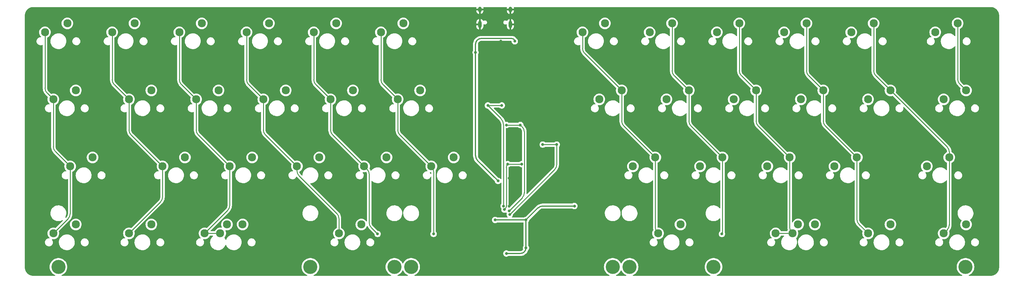
<source format=gbr>
%TF.GenerationSoftware,KiCad,Pcbnew,(7.0.0)*%
%TF.CreationDate,2024-02-03T20:42:42+01:00*%
%TF.ProjectId,the expanse,74686520-6578-4706-916e-73652e6b6963,rev?*%
%TF.SameCoordinates,Original*%
%TF.FileFunction,Copper,L1,Top*%
%TF.FilePolarity,Positive*%
%FSLAX46Y46*%
G04 Gerber Fmt 4.6, Leading zero omitted, Abs format (unit mm)*
G04 Created by KiCad (PCBNEW (7.0.0)) date 2024-02-03 20:42:42*
%MOMM*%
%LPD*%
G01*
G04 APERTURE LIST*
%TA.AperFunction,ComponentPad*%
%ADD10C,2.300000*%
%TD*%
%TA.AperFunction,ComponentPad*%
%ADD11C,4.000000*%
%TD*%
%TA.AperFunction,ComponentPad*%
%ADD12O,1.000000X1.600000*%
%TD*%
%TA.AperFunction,ComponentPad*%
%ADD13O,1.000000X2.100000*%
%TD*%
%TA.AperFunction,ViaPad*%
%ADD14C,0.800000*%
%TD*%
%TA.AperFunction,Conductor*%
%ADD15C,0.380000*%
%TD*%
%TA.AperFunction,Conductor*%
%ADD16C,0.250000*%
%TD*%
G04 APERTURE END LIST*
D10*
%TO.P,MX8,1,1*%
%TO.N,Net-(D8-A)*%
X193040000Y-22860000D03*
%TO.P,MX8,2,2*%
%TO.N,COL7*%
X199390000Y-20320000D03*
%TD*%
%TO.P,MX26,1,1*%
%TO.N,COL1*%
X54927500Y-60960000D03*
%TO.P,MX26,2,2*%
%TO.N,Net-(D26-A)*%
X61277500Y-58420000D03*
%TD*%
%TO.P,MX6,1,1*%
%TO.N,COL5*%
X116840000Y-22860000D03*
%TO.P,MX6,2,2*%
%TO.N,Net-(D6-A)*%
X123190000Y-20320000D03*
%TD*%
%TO.P,MX19,1,1*%
%TO.N,Net-(D19-A)*%
X178752500Y-41910000D03*
%TO.P,MX19,2,2*%
%TO.N,COL6*%
X185102500Y-39370000D03*
%TD*%
%TO.P,MX31,1,1*%
%TO.N,Net-(D31-A)*%
X188277500Y-60960000D03*
%TO.P,MX31,2,2*%
%TO.N,COL6*%
X194627500Y-58420000D03*
%TD*%
%TO.P,MX40,1,1*%
%TO.N,COL2*%
X66833750Y-80010000D03*
%TO.P,MX40,2,2*%
%TO.N,Net-(D38-A)*%
X73183750Y-77470000D03*
%TD*%
%TO.P,MX16,1,1*%
%TO.N,COL3*%
X83502500Y-41910000D03*
%TO.P,MX16,2,2*%
%TO.N,Net-(D16-A)*%
X89852500Y-39370000D03*
%TD*%
%TO.P,MX34,1,1*%
%TO.N,Net-(D34-A)*%
X245427500Y-60960000D03*
%TO.P,MX34,2,2*%
%TO.N,COL9*%
X251777500Y-58420000D03*
%TD*%
%TO.P,MX44,1,1*%
%TO.N,COL9*%
X254952500Y-80010000D03*
%TO.P,MX44,2,2*%
%TO.N,Net-(D42-A)*%
X261302500Y-77470000D03*
%TD*%
%TO.P,MX23,1,1*%
%TO.N,Net-(D23-A)*%
X254952500Y-41910000D03*
%TO.P,MX23,2,2*%
%TO.N,COL10*%
X261302500Y-39370000D03*
%TD*%
%TO.P,MX33,1,1*%
%TO.N,Net-(D33-A)*%
X226377500Y-60960000D03*
%TO.P,MX33,2,2*%
%TO.N,COL8*%
X232727500Y-58420000D03*
%TD*%
%TO.P,MX18,1,1*%
%TO.N,COL5*%
X121602500Y-41910000D03*
%TO.P,MX18,2,2*%
%TO.N,Net-(D18-A)*%
X127952500Y-39370000D03*
%TD*%
%TO.P,MX11,1,1*%
%TO.N,Net-(D11-A)*%
X250190000Y-22860000D03*
%TO.P,MX11,2,2*%
%TO.N,COL10*%
X256540000Y-20320000D03*
%TD*%
%TO.P,MX13,1,1*%
%TO.N,COL0*%
X23971250Y-41910000D03*
%TO.P,MX13,2,2*%
%TO.N,Net-(D13-A)*%
X30321250Y-39370000D03*
%TD*%
%TO.P,MX27,1,1*%
%TO.N,COL2*%
X73977500Y-60960000D03*
%TO.P,MX27,2,2*%
%TO.N,Net-(D27-A)*%
X80327500Y-58420000D03*
%TD*%
%TO.P,MX3,1,1*%
%TO.N,COL2*%
X59690000Y-22860000D03*
%TO.P,MX3,2,2*%
%TO.N,Net-(D3-A)*%
X66040000Y-20320000D03*
%TD*%
%TO.P,MX15,1,1*%
%TO.N,COL2*%
X64452500Y-41910000D03*
%TO.P,MX15,2,2*%
%TO.N,Net-(D15-A)*%
X70802500Y-39370000D03*
%TD*%
D11*
%TO.P,S4,*%
%TO.N,*%
X211137500Y-89535000D03*
X187325000Y-89535000D03*
%TD*%
D10*
%TO.P,MX17,1,1*%
%TO.N,COL4*%
X102552500Y-41910000D03*
%TO.P,MX17,2,2*%
%TO.N,Net-(D17-A)*%
X108902500Y-39370000D03*
%TD*%
%TO.P,MX38,1,1*%
%TO.N,COL0*%
X23971250Y-80010000D03*
%TO.P,MX38,2,2*%
%TO.N,Net-(D36-A)*%
X30321250Y-77470000D03*
%TD*%
%TO.P,MX14,1,1*%
%TO.N,COL1*%
X45402500Y-41910000D03*
%TO.P,MX14,2,2*%
%TO.N,Net-(D14-A)*%
X51752500Y-39370000D03*
%TD*%
%TO.P,MX28,1,1*%
%TO.N,COL3*%
X93027500Y-60960000D03*
%TO.P,MX28,2,2*%
%TO.N,Net-(D28-A)*%
X99377500Y-58420000D03*
%TD*%
%TO.P,MX37,1,1*%
%TO.N,COL8*%
X228758750Y-80010000D03*
%TO.P,MX37,2,2*%
%TO.N,Net-(D41-A)*%
X235108750Y-77470000D03*
%TD*%
%TO.P,MX1,1,1*%
%TO.N,COL0*%
X21590000Y-22860000D03*
%TO.P,MX1,2,2*%
%TO.N,Net-(D1-A)*%
X27940000Y-20320000D03*
%TD*%
D11*
%TO.P,S3,*%
%TO.N,*%
X120650000Y-89535000D03*
X96837500Y-89535000D03*
%TD*%
D10*
%TO.P,MX43,1,1*%
%TO.N,COL8*%
X233521250Y-80010000D03*
%TO.P,MX43,2,2*%
%TO.N,Net-(D41-A)*%
X239871250Y-77470000D03*
%TD*%
%TO.P,MX4,1,1*%
%TO.N,COL3*%
X78740000Y-22860000D03*
%TO.P,MX4,2,2*%
%TO.N,Net-(D4-A)*%
X85090000Y-20320000D03*
%TD*%
D11*
%TO.P,S2,*%
%TO.N,*%
X282575000Y-89535000D03*
X182562500Y-89535000D03*
%TD*%
D10*
%TO.P,MX42,1,1*%
%TO.N,COL6*%
X195421250Y-80010000D03*
%TO.P,MX42,2,2*%
%TO.N,Net-(D40-A)*%
X201771250Y-77470000D03*
%TD*%
%TO.P,MX41,1,1*%
%TO.N,COL3*%
X104933750Y-80010000D03*
%TO.P,MX41,2,2*%
%TO.N,Net-(D39-A)*%
X111283750Y-77470000D03*
%TD*%
D11*
%TO.P,S1,*%
%TO.N,*%
X125412500Y-89535000D03*
X25400000Y-89535000D03*
%TD*%
D10*
%TO.P,MX35,1,1*%
%TO.N,Net-(D35-A)*%
X271621250Y-60960000D03*
%TO.P,MX35,2,2*%
%TO.N,COL10*%
X277971250Y-58420000D03*
%TD*%
%TO.P,MX36,1,1*%
%TO.N,COL2*%
X71278750Y-80010000D03*
%TO.P,MX36,2,2*%
%TO.N,Net-(D38-A)*%
X77628750Y-77470000D03*
%TD*%
%TO.P,MX32,1,1*%
%TO.N,Net-(D32-A)*%
X207327500Y-60960000D03*
%TO.P,MX32,2,2*%
%TO.N,COL7*%
X213677500Y-58420000D03*
%TD*%
%TO.P,MX25,1,1*%
%TO.N,COL0*%
X28733750Y-60960000D03*
%TO.P,MX25,2,2*%
%TO.N,Net-(D25-A)*%
X35083750Y-58420000D03*
%TD*%
%TO.P,MX22,1,1*%
%TO.N,Net-(D22-A)*%
X235902500Y-41910000D03*
%TO.P,MX22,2,2*%
%TO.N,COL9*%
X242252500Y-39370000D03*
%TD*%
%TO.P,MX39,1,1*%
%TO.N,COL1*%
X45402500Y-80010000D03*
%TO.P,MX39,2,2*%
%TO.N,Net-(D37-A)*%
X51752500Y-77470000D03*
%TD*%
%TO.P,MX20,1,1*%
%TO.N,Net-(D20-A)*%
X197802500Y-41910000D03*
%TO.P,MX20,2,2*%
%TO.N,COL7*%
X204152500Y-39370000D03*
%TD*%
%TO.P,MX12,1,1*%
%TO.N,Net-(D12-A)*%
X274002500Y-22860000D03*
%TO.P,MX12,2,2*%
%TO.N,COL11*%
X280352500Y-20320000D03*
%TD*%
%TO.P,MX10,1,1*%
%TO.N,Net-(D10-A)*%
X231140000Y-22860000D03*
%TO.P,MX10,2,2*%
%TO.N,COL9*%
X237490000Y-20320000D03*
%TD*%
%TO.P,MX9,1,1*%
%TO.N,Net-(D9-A)*%
X212090000Y-22860000D03*
%TO.P,MX9,2,2*%
%TO.N,COL8*%
X218440000Y-20320000D03*
%TD*%
%TO.P,MX7,1,1*%
%TO.N,COL6*%
X173990000Y-22860000D03*
%TO.P,MX7,2,2*%
%TO.N,Net-(D7-A)*%
X180340000Y-20320000D03*
%TD*%
%TO.P,MX45,1,1*%
%TO.N,COL10*%
X276383750Y-80010000D03*
%TO.P,MX45,2,2*%
%TO.N,Net-(D43-A)*%
X282733750Y-77470000D03*
%TD*%
%TO.P,MX5,1,1*%
%TO.N,COL4*%
X97790000Y-22860000D03*
%TO.P,MX5,2,2*%
%TO.N,Net-(D5-A)*%
X104140000Y-20320000D03*
%TD*%
%TO.P,MX21,1,1*%
%TO.N,Net-(D21-A)*%
X216852500Y-41910000D03*
%TO.P,MX21,2,2*%
%TO.N,COL8*%
X223202500Y-39370000D03*
%TD*%
%TO.P,MX29,1,1*%
%TO.N,COL4*%
X112077500Y-60960000D03*
%TO.P,MX29,2,2*%
%TO.N,Net-(D29-A)*%
X118427500Y-58420000D03*
%TD*%
%TO.P,MX24,1,1*%
%TO.N,Net-(D24-A)*%
X276383750Y-41910000D03*
%TO.P,MX24,2,2*%
%TO.N,COL11*%
X282733750Y-39370000D03*
%TD*%
%TO.P,MX2,1,1*%
%TO.N,COL1*%
X40640000Y-22860000D03*
%TO.P,MX2,2,2*%
%TO.N,Net-(D2-A)*%
X46990000Y-20320000D03*
%TD*%
%TO.P,MX30,1,1*%
%TO.N,COL5*%
X131127500Y-60960000D03*
%TO.P,MX30,2,2*%
%TO.N,Net-(D30-A)*%
X137477500Y-58420000D03*
%TD*%
D12*
%TO.P,J1,S1,SHIELD*%
%TO.N,GND*%
X144904999Y-16412499D03*
D13*
X144904999Y-20592499D03*
D12*
X153544999Y-16412499D03*
D13*
X153544999Y-20592499D03*
%TD*%
D14*
%TO.N,+3V3*%
X149225000Y-76200000D03*
X152400000Y-85725000D03*
X171712500Y-72231250D03*
X157956250Y-84137500D03*
X157956250Y-76200000D03*
%TO.N,GND*%
X161131250Y-84931250D03*
X150812500Y-25400000D03*
X146050000Y-73818750D03*
X153987500Y-80168750D03*
X152400000Y-88900000D03*
X152400000Y-27781250D03*
X161131250Y-86518750D03*
X153987500Y-88900000D03*
X153193750Y-72231250D03*
X165893750Y-74612500D03*
X161131250Y-75406250D03*
X156368750Y-64293750D03*
X146050000Y-27781250D03*
X154781250Y-22225000D03*
X153193750Y-64293750D03*
X146050000Y-75406250D03*
%TO.N,+5V*%
X143668750Y-28575000D03*
X154781250Y-25400000D03*
X150034174Y-65102924D03*
%TO.N,ROW0*%
X151112500Y-43656250D03*
X147143750Y-43656250D03*
X151606250Y-72231250D03*
%TO.N,ROW1*%
X156368750Y-49212500D03*
X153154742Y-73634722D03*
X152400000Y-49212500D03*
%TO.N,ROW2*%
X162718750Y-54768750D03*
X153362000Y-74612500D03*
X166687500Y-54768750D03*
%TO.N,ROW3*%
X151862000Y-73243036D03*
X152800000Y-60325000D03*
X156768750Y-60325000D03*
%TO.N,COL4*%
X115887500Y-80168750D03*
%TO.N,COL5*%
X131762500Y-80168750D03*
%TO.N,COL7*%
X213518750Y-80168750D03*
%TD*%
D15*
%TO.N,+3V3*%
X149225000Y-76200000D02*
X157956250Y-76200000D01*
X156368750Y-85725000D02*
X152400000Y-85725000D01*
X162753427Y-72231250D02*
X171712500Y-72231250D01*
X157956250Y-76200000D02*
X161339214Y-72817036D01*
X157956250Y-76200000D02*
X157956250Y-84137500D01*
X156368750Y-85725050D02*
G75*
G03*
X157956250Y-84137500I-50J1587550D01*
G01*
X162753427Y-72231255D02*
G75*
G03*
X161339214Y-72817036I-27J-1999945D01*
G01*
%TO.N,GND*%
X153193750Y-64293750D02*
X156368750Y-64293750D01*
%TO.N,+5V*%
X143668750Y-28575000D02*
X143668750Y-26228427D01*
X145287177Y-24610000D02*
X153991250Y-24610000D01*
X150034174Y-65102924D02*
X144254536Y-59323286D01*
X143668750Y-28575000D02*
X143668750Y-57909073D01*
X143668755Y-57909073D02*
G75*
G03*
X144254536Y-59323286I1999945J-27D01*
G01*
X154781200Y-25400000D02*
G75*
G03*
X153991250Y-24610000I-790000J0D01*
G01*
X145287177Y-24609950D02*
G75*
G03*
X143668750Y-26228427I23J-1618450D01*
G01*
D16*
%TO.N,ROW0*%
X151606250Y-72231250D02*
X151606250Y-49247177D01*
X147143750Y-43656250D02*
X151112500Y-43656250D01*
X147143750Y-43656250D02*
X150808332Y-47320832D01*
X151606270Y-49247177D02*
G75*
G03*
X150808332Y-47320832I-2724270J-23D01*
G01*
%TO.N,ROW1*%
X153154742Y-73634722D02*
X156907964Y-69881500D01*
X157493750Y-68467287D02*
X157493750Y-51165927D01*
X156907963Y-49751713D02*
X156368750Y-49212500D01*
X152400000Y-49212500D02*
X156368750Y-49212500D01*
X156907960Y-69881496D02*
G75*
G03*
X157493750Y-68467287I-1414160J1414196D01*
G01*
X157493745Y-51165927D02*
G75*
G03*
X156907963Y-49751713I-1999945J27D01*
G01*
%TO.N,ROW2*%
X166687500Y-60458573D02*
X166687500Y-54768750D01*
X162718750Y-54768750D02*
X166687500Y-54768750D01*
X153362000Y-74612500D02*
X166101714Y-61872786D01*
X166101728Y-61872800D02*
G75*
G03*
X166687500Y-60458573I-1414228J1414200D01*
G01*
%TO.N,ROW3*%
X152064983Y-73040054D02*
X151862000Y-73243036D01*
X152800000Y-60325000D02*
X156768750Y-60325000D01*
X152400000Y-72231250D02*
X152400000Y-61290685D01*
X152800004Y-60325004D02*
G75*
G03*
X152400000Y-61290685I965696J-965696D01*
G01*
X152064953Y-73040024D02*
G75*
G03*
X152400000Y-72231250I-808753J808824D01*
G01*
%TO.N,COL0*%
X28733750Y-60960000D02*
X28733750Y-74419073D01*
X28147963Y-75833287D02*
X23971250Y-80010000D01*
X21590000Y-22860000D02*
X21590000Y-38700323D01*
X22175787Y-40114537D02*
X23971250Y-41910000D01*
X23971250Y-41910000D02*
X23971250Y-55369073D01*
X24557037Y-56783287D02*
X28733750Y-60960000D01*
X23971255Y-55369073D02*
G75*
G03*
X24557037Y-56783287I1999945J-27D01*
G01*
X21589984Y-38700323D02*
G75*
G03*
X22175787Y-40114537I2000016J23D01*
G01*
X28147966Y-75833290D02*
G75*
G03*
X28733750Y-74419073I-1414166J1414190D01*
G01*
%TO.N,COL1*%
X41225787Y-37733287D02*
X45402500Y-41910000D01*
X54341713Y-71070787D02*
X45402500Y-80010000D01*
X40640000Y-22860000D02*
X40640000Y-36319073D01*
X54927500Y-60960000D02*
X54927500Y-69656573D01*
X45988287Y-52020787D02*
X54927500Y-60960000D01*
X45402500Y-41910000D02*
X45402500Y-50606573D01*
X45402520Y-50606573D02*
G75*
G03*
X45988288Y-52020786I1999980J-27D01*
G01*
X54341727Y-71070801D02*
G75*
G03*
X54927500Y-69656573I-1414227J1414201D01*
G01*
X40640020Y-36319073D02*
G75*
G03*
X41225788Y-37733286I1999980J-27D01*
G01*
%TO.N,COL2*%
X60275787Y-37733287D02*
X64452500Y-41910000D01*
X73391713Y-73452037D02*
X66833750Y-80010000D01*
X66833750Y-80010000D02*
X71278750Y-80010000D01*
X65038287Y-52020787D02*
X73977500Y-60960000D01*
X64452500Y-41910000D02*
X64452500Y-50606573D01*
X73977500Y-60960000D02*
X73977500Y-72037823D01*
X59690000Y-22860000D02*
X59690000Y-36319073D01*
X73391702Y-73452026D02*
G75*
G03*
X73977500Y-72037823I-1414202J1414226D01*
G01*
X59690020Y-36319073D02*
G75*
G03*
X60275788Y-37733286I1999980J-27D01*
G01*
X64452520Y-50606573D02*
G75*
G03*
X65038288Y-52020786I1999980J-27D01*
G01*
%TO.N,COL3*%
X93613287Y-63625918D02*
X104347964Y-74360595D01*
X79325787Y-37733287D02*
X83502500Y-41910000D01*
X104933750Y-75774808D02*
X104933750Y-80010000D01*
X83502500Y-41910000D02*
X83502500Y-50606573D01*
X93027500Y-60960000D02*
X93027500Y-62211704D01*
X78740000Y-22860000D02*
X78740000Y-36319073D01*
X84088287Y-52020787D02*
X93027500Y-60960000D01*
X78740020Y-36319073D02*
G75*
G03*
X79325788Y-37733286I1999980J-27D01*
G01*
X104933758Y-75774808D02*
G75*
G03*
X104347963Y-74360596I-1999958J8D01*
G01*
X93027498Y-62211704D02*
G75*
G03*
X93613288Y-63625917I2000002J4D01*
G01*
X83502520Y-50606573D02*
G75*
G03*
X84088288Y-52020786I1999980J-27D01*
G01*
%TO.N,COL4*%
X98375787Y-37733287D02*
X102552500Y-41910000D01*
X102552500Y-41910000D02*
X102552500Y-50606573D01*
X97790000Y-22860000D02*
X97790000Y-36319073D01*
X114104387Y-78385637D02*
X115887500Y-80168750D01*
X113518600Y-63229527D02*
X113518600Y-76971423D01*
X103138287Y-52020787D02*
X112077500Y-60960000D01*
X112077500Y-60960000D02*
X112932814Y-61815314D01*
X113518580Y-63229527D02*
G75*
G03*
X112932813Y-61815315I-1999980J27D01*
G01*
X102552520Y-50606573D02*
G75*
G03*
X103138288Y-52020786I1999980J-27D01*
G01*
X113518584Y-76971423D02*
G75*
G03*
X114104387Y-78385637I2000016J23D01*
G01*
X97790020Y-36319073D02*
G75*
G03*
X98375788Y-37733286I1999980J-27D01*
G01*
%TO.N,COL5*%
X116840000Y-22860000D02*
X116840000Y-36319073D01*
X117425787Y-37733287D02*
X121602500Y-41910000D01*
X122188287Y-52020787D02*
X131127500Y-60960000D01*
X131762500Y-80168750D02*
X131762500Y-62423427D01*
X131176713Y-61009213D02*
X131127500Y-60960000D01*
X121602500Y-41910000D02*
X121602500Y-50606573D01*
X116840020Y-36319073D02*
G75*
G03*
X117425788Y-37733286I1999980J-27D01*
G01*
X131762480Y-62423427D02*
G75*
G03*
X131176712Y-61009214I-1999980J27D01*
G01*
X121602520Y-50606573D02*
G75*
G03*
X122188288Y-52020786I1999980J-27D01*
G01*
%TO.N,COL6*%
X195213287Y-79802037D02*
X195421250Y-80010000D01*
X194627500Y-58420000D02*
X185688286Y-49480786D01*
X185102500Y-39370000D02*
X174575786Y-28843286D01*
X173990000Y-27429073D02*
X173990000Y-22860000D01*
X185102500Y-48066573D02*
X185102500Y-39370000D01*
X194627500Y-58420000D02*
X194627500Y-78387823D01*
X173990020Y-27429073D02*
G75*
G03*
X174575787Y-28843285I1999980J-27D01*
G01*
X194627484Y-78387823D02*
G75*
G03*
X195213287Y-79802037I2000016J23D01*
G01*
X185102520Y-48066573D02*
G75*
G03*
X185688287Y-49480785I1999980J-27D01*
G01*
%TO.N,COL7*%
X199390000Y-33779073D02*
X199390000Y-20320000D01*
X213677500Y-58420000D02*
X204738286Y-49480786D01*
X213677500Y-80010000D02*
X213518750Y-80168750D01*
X213677500Y-58420000D02*
X213677500Y-80010000D01*
X204152500Y-48066573D02*
X204152500Y-39370000D01*
X204152500Y-39370000D02*
X199975786Y-35193286D01*
X199390020Y-33779073D02*
G75*
G03*
X199975787Y-35193285I1999980J-27D01*
G01*
X204152520Y-48066573D02*
G75*
G03*
X204738287Y-49480785I1999980J-27D01*
G01*
%TO.N,COL8*%
X232727500Y-58420000D02*
X232727500Y-78387823D01*
X219025787Y-35193287D02*
X223202500Y-39370000D01*
X233521250Y-80010000D02*
X228758750Y-80010000D01*
X233313287Y-79802037D02*
X233521250Y-80010000D01*
X223202500Y-39370000D02*
X223202500Y-48066573D01*
X223788287Y-49480787D02*
X232727500Y-58420000D01*
X218440000Y-20320000D02*
X218440000Y-33779073D01*
X232727484Y-78387823D02*
G75*
G03*
X233313287Y-79802037I2000016J23D01*
G01*
X218440020Y-33779073D02*
G75*
G03*
X219025788Y-35193286I1999980J-27D01*
G01*
X223202520Y-48066573D02*
G75*
G03*
X223788288Y-49480786I1999980J-27D01*
G01*
%TO.N,COL9*%
X251777500Y-76006573D02*
X251777500Y-58420000D01*
X254952500Y-80010000D02*
X252363286Y-77420786D01*
X237490000Y-20320000D02*
X237490000Y-33779073D01*
X238075787Y-35193287D02*
X242252500Y-39370000D01*
X251777500Y-58420000D02*
X242838286Y-49480786D01*
X242252500Y-48066573D02*
X242252500Y-39370000D01*
X242252520Y-48066573D02*
G75*
G03*
X242838287Y-49480785I1999980J-27D01*
G01*
X251777520Y-76006573D02*
G75*
G03*
X252363287Y-77420785I1999980J-27D01*
G01*
X237490020Y-33779073D02*
G75*
G03*
X238075788Y-35193286I1999980J-27D01*
G01*
%TO.N,COL11*%
X280938287Y-37574537D02*
X282733750Y-39370000D01*
X280352500Y-20320000D02*
X280352500Y-36160323D01*
X280352484Y-36160323D02*
G75*
G03*
X280938287Y-37574537I2000016J23D01*
G01*
%TO.N,COL10*%
X261302500Y-39370000D02*
X277385464Y-55452964D01*
X276383750Y-80010000D02*
X277385464Y-79008286D01*
X256540000Y-33779073D02*
X256540000Y-20320000D01*
X277971250Y-56867177D02*
X277971250Y-58420000D01*
X261302500Y-39370000D02*
X257125786Y-35193286D01*
X277971250Y-77594073D02*
X277971250Y-58420000D01*
X256540020Y-33779073D02*
G75*
G03*
X257125787Y-35193285I1999980J-27D01*
G01*
X277385467Y-79008289D02*
G75*
G03*
X277971250Y-77594073I-1414167J1414189D01*
G01*
X277971280Y-56867177D02*
G75*
G03*
X277385463Y-55452965I-1999980J-23D01*
G01*
%TD*%
%TA.AperFunction,Conductor*%
%TO.N,GND*%
G36*
X156115435Y-60961219D02*
G01*
X156153531Y-60988895D01*
X156153700Y-60988709D01*
X156155478Y-60990310D01*
X156157148Y-60991523D01*
X156162879Y-60997888D01*
X156316020Y-61109151D01*
X156488947Y-61186144D01*
X156674104Y-61225500D01*
X156680607Y-61225500D01*
X156744250Y-61225500D01*
X156806250Y-61242113D01*
X156851637Y-61287500D01*
X156868250Y-61349500D01*
X156868250Y-68463225D01*
X156867985Y-68471334D01*
X156857023Y-68638592D01*
X156854905Y-68654674D01*
X156823002Y-68815060D01*
X156818804Y-68830727D01*
X156766238Y-68985582D01*
X156760031Y-69000568D01*
X156687697Y-69147245D01*
X156679587Y-69161292D01*
X156588732Y-69297265D01*
X156578857Y-69310134D01*
X156468295Y-69436202D01*
X156462749Y-69442123D01*
X156411967Y-69492905D01*
X153206970Y-72697903D01*
X153166742Y-72724783D01*
X153119289Y-72734222D01*
X153114734Y-72734222D01*
X153059890Y-72721434D01*
X153016358Y-72685708D01*
X152993117Y-72634413D01*
X152994722Y-72585362D01*
X152993368Y-72585093D01*
X152994158Y-72581115D01*
X152995211Y-72577190D01*
X153025495Y-72347243D01*
X153025496Y-72310282D01*
X153025500Y-72310269D01*
X153025500Y-72221779D01*
X153025503Y-72155328D01*
X153025500Y-72155316D01*
X153025500Y-61296786D01*
X153026095Y-61284648D01*
X153026707Y-61278431D01*
X153049550Y-61218024D01*
X153099670Y-61177298D01*
X153252730Y-61109151D01*
X153405871Y-60997888D01*
X153411601Y-60991523D01*
X153413271Y-60990310D01*
X153415050Y-60988709D01*
X153415218Y-60988895D01*
X153453315Y-60961219D01*
X153503748Y-60950500D01*
X156065002Y-60950500D01*
X156115435Y-60961219D01*
G37*
%TD.AperFunction*%
%TA.AperFunction,Conductor*%
G36*
X143875028Y-15687489D02*
G01*
X143917936Y-15721139D01*
X143942260Y-15769942D01*
X143943296Y-15824461D01*
X143906265Y-16004652D01*
X143905000Y-16017098D01*
X143905000Y-16146174D01*
X143908450Y-16159049D01*
X143921326Y-16162500D01*
X145888674Y-16162500D01*
X145901549Y-16159049D01*
X145905000Y-16146174D01*
X145905000Y-16064930D01*
X145904682Y-16058664D01*
X145890216Y-15916415D01*
X145887698Y-15904164D01*
X145866507Y-15836621D01*
X145862498Y-15779172D01*
X145884872Y-15726107D01*
X145928805Y-15688873D01*
X145984820Y-15675500D01*
X152461834Y-15675500D01*
X152515028Y-15687489D01*
X152557936Y-15721139D01*
X152582260Y-15769942D01*
X152583296Y-15824461D01*
X152546265Y-16004652D01*
X152545000Y-16017098D01*
X152545000Y-16146174D01*
X152548450Y-16159049D01*
X152561326Y-16162500D01*
X154528674Y-16162500D01*
X154541549Y-16159049D01*
X154545000Y-16146174D01*
X154545000Y-16064930D01*
X154544682Y-16058664D01*
X154530216Y-15916415D01*
X154527698Y-15904164D01*
X154506507Y-15836621D01*
X154502498Y-15779172D01*
X154524872Y-15726107D01*
X154568805Y-15688873D01*
X154624820Y-15675500D01*
X289714996Y-15675500D01*
X289722484Y-15675726D01*
X289726179Y-15675949D01*
X289817712Y-15681488D01*
X290006648Y-15693875D01*
X290020830Y-15695634D01*
X290147313Y-15718815D01*
X290149017Y-15719140D01*
X290301565Y-15749486D01*
X290314229Y-15752709D01*
X290443229Y-15792909D01*
X290446040Y-15793824D01*
X290587147Y-15841725D01*
X290598157Y-15846061D01*
X290723675Y-15902553D01*
X290727551Y-15904379D01*
X290858868Y-15969139D01*
X290868155Y-15974225D01*
X290986984Y-16046061D01*
X290986991Y-16046065D01*
X290991732Y-16049080D01*
X291112411Y-16129717D01*
X291119991Y-16135207D01*
X291221156Y-16214463D01*
X291229781Y-16221221D01*
X291229793Y-16221230D01*
X291235060Y-16225596D01*
X291343785Y-16320946D01*
X291343809Y-16320967D01*
X291349731Y-16326514D01*
X291448484Y-16425267D01*
X291454024Y-16431181D01*
X291549396Y-16539932D01*
X291553768Y-16545205D01*
X291639791Y-16655007D01*
X291645281Y-16662587D01*
X291725918Y-16783266D01*
X291728933Y-16788007D01*
X291800768Y-16906834D01*
X291805864Y-16916140D01*
X291870601Y-17047410D01*
X291872464Y-17051363D01*
X291928933Y-17176830D01*
X291933277Y-17187862D01*
X291981149Y-17328881D01*
X291982115Y-17331849D01*
X292022284Y-17460750D01*
X292025516Y-17473450D01*
X292055850Y-17625942D01*
X292056201Y-17627779D01*
X292079360Y-17754136D01*
X292081126Y-17768379D01*
X292093483Y-17956862D01*
X292093523Y-17957484D01*
X292099274Y-18052515D01*
X292099500Y-18060005D01*
X292099500Y-89689995D01*
X292099274Y-89697486D01*
X292093523Y-89792515D01*
X292093483Y-89793136D01*
X292081126Y-89981619D01*
X292079360Y-89995862D01*
X292056201Y-90122219D01*
X292055850Y-90124056D01*
X292025516Y-90276548D01*
X292022284Y-90289248D01*
X291982115Y-90418149D01*
X291981149Y-90421117D01*
X291933277Y-90562136D01*
X291928933Y-90573168D01*
X291872464Y-90698635D01*
X291870601Y-90702588D01*
X291805864Y-90833858D01*
X291800768Y-90843164D01*
X291728933Y-90961991D01*
X291725918Y-90966732D01*
X291645281Y-91087411D01*
X291639791Y-91094991D01*
X291553768Y-91204793D01*
X291549385Y-91210080D01*
X291454031Y-91318809D01*
X291448484Y-91324731D01*
X291349731Y-91423484D01*
X291343809Y-91429031D01*
X291235080Y-91524385D01*
X291229793Y-91528768D01*
X291119991Y-91614791D01*
X291112411Y-91620281D01*
X290991732Y-91700918D01*
X290986991Y-91703933D01*
X290868164Y-91775768D01*
X290858858Y-91780864D01*
X290727588Y-91845601D01*
X290723635Y-91847464D01*
X290598168Y-91903933D01*
X290587136Y-91908277D01*
X290446117Y-91956149D01*
X290443149Y-91957115D01*
X290314248Y-91997284D01*
X290301548Y-92000516D01*
X290149056Y-92030850D01*
X290147219Y-92031201D01*
X290020862Y-92054360D01*
X290006619Y-92056126D01*
X289818136Y-92068483D01*
X289817515Y-92068523D01*
X289728966Y-92073881D01*
X289722483Y-92074274D01*
X289714995Y-92074500D01*
X283603524Y-92074500D01*
X283538402Y-92056023D01*
X283492688Y-92006100D01*
X283480003Y-91939606D01*
X283504130Y-91876360D01*
X283557877Y-91835208D01*
X283563442Y-91833004D01*
X283641766Y-91801994D01*
X283917484Y-91650416D01*
X284172030Y-91465478D01*
X284401390Y-91250094D01*
X284601947Y-91007663D01*
X284770537Y-90742007D01*
X284904503Y-90457315D01*
X285001731Y-90158079D01*
X285060688Y-89849015D01*
X285080444Y-89535000D01*
X285060688Y-89220985D01*
X285001731Y-88911921D01*
X284904503Y-88612685D01*
X284770537Y-88327993D01*
X284601947Y-88062337D01*
X284401390Y-87819906D01*
X284172030Y-87604522D01*
X283917484Y-87419584D01*
X283914081Y-87417713D01*
X283914076Y-87417710D01*
X283645183Y-87269884D01*
X283645176Y-87269880D01*
X283641766Y-87268006D01*
X283638140Y-87266570D01*
X283638135Y-87266568D01*
X283352847Y-87153615D01*
X283352846Y-87153614D01*
X283349225Y-87152181D01*
X283345455Y-87151213D01*
X283345452Y-87151212D01*
X283048256Y-87074905D01*
X283048251Y-87074904D01*
X283044473Y-87073934D01*
X283040602Y-87073445D01*
X283040597Y-87073444D01*
X282736184Y-87034988D01*
X282736177Y-87034987D01*
X282732318Y-87034500D01*
X282417682Y-87034500D01*
X282413823Y-87034987D01*
X282413815Y-87034988D01*
X282109402Y-87073444D01*
X282109394Y-87073445D01*
X282105527Y-87073934D01*
X282101751Y-87074903D01*
X282101743Y-87074905D01*
X281804547Y-87151212D01*
X281804539Y-87151214D01*
X281800775Y-87152181D01*
X281797158Y-87153612D01*
X281797152Y-87153615D01*
X281511864Y-87266568D01*
X281511853Y-87266572D01*
X281508234Y-87268006D01*
X281504829Y-87269877D01*
X281504816Y-87269884D01*
X281235923Y-87417710D01*
X281235911Y-87417717D01*
X281232516Y-87419584D01*
X281229372Y-87421867D01*
X281229366Y-87421872D01*
X280981126Y-87602228D01*
X280981115Y-87602236D01*
X280977970Y-87604522D01*
X280975135Y-87607183D01*
X280975128Y-87607190D01*
X280751447Y-87817241D01*
X280751440Y-87817248D01*
X280748610Y-87819906D01*
X280746135Y-87822897D01*
X280746131Y-87822902D01*
X280550536Y-88059334D01*
X280550526Y-88059346D01*
X280548053Y-88062337D01*
X280545971Y-88065616D01*
X280545962Y-88065630D01*
X280381548Y-88324706D01*
X280381541Y-88324717D01*
X280379463Y-88327993D01*
X280377810Y-88331504D01*
X280377807Y-88331511D01*
X280272443Y-88555421D01*
X280245497Y-88612685D01*
X280148269Y-88911921D01*
X280147540Y-88915741D01*
X280147538Y-88915750D01*
X280090041Y-89217158D01*
X280090038Y-89217174D01*
X280089312Y-89220985D01*
X280069556Y-89535000D01*
X280089312Y-89849015D01*
X280090039Y-89852827D01*
X280090041Y-89852841D01*
X280147538Y-90154249D01*
X280148269Y-90158079D01*
X280149473Y-90161786D01*
X280149474Y-90161788D01*
X280233735Y-90421117D01*
X280245497Y-90457315D01*
X280379463Y-90742007D01*
X280381545Y-90745288D01*
X280381548Y-90745293D01*
X280545962Y-91004369D01*
X280545966Y-91004375D01*
X280548053Y-91007663D01*
X280550532Y-91010660D01*
X280550536Y-91010665D01*
X280620297Y-91094991D01*
X280748610Y-91250094D01*
X280977970Y-91465478D01*
X281232516Y-91650416D01*
X281235923Y-91652289D01*
X281460567Y-91775789D01*
X281508234Y-91801994D01*
X281578151Y-91829676D01*
X281592123Y-91835208D01*
X281645870Y-91876360D01*
X281669997Y-91939606D01*
X281657312Y-92006100D01*
X281611598Y-92056023D01*
X281546476Y-92074500D01*
X212166024Y-92074500D01*
X212100902Y-92056023D01*
X212055188Y-92006100D01*
X212042503Y-91939606D01*
X212066630Y-91876360D01*
X212120377Y-91835208D01*
X212125942Y-91833004D01*
X212204266Y-91801994D01*
X212479984Y-91650416D01*
X212734530Y-91465478D01*
X212963890Y-91250094D01*
X213164447Y-91007663D01*
X213333037Y-90742007D01*
X213467003Y-90457315D01*
X213564231Y-90158079D01*
X213623188Y-89849015D01*
X213642944Y-89535000D01*
X213623188Y-89220985D01*
X213564231Y-88911921D01*
X213467003Y-88612685D01*
X213333037Y-88327993D01*
X213164447Y-88062337D01*
X212963890Y-87819906D01*
X212734530Y-87604522D01*
X212479984Y-87419584D01*
X212476581Y-87417713D01*
X212476576Y-87417710D01*
X212207683Y-87269884D01*
X212207676Y-87269880D01*
X212204266Y-87268006D01*
X212200640Y-87266570D01*
X212200635Y-87266568D01*
X211915347Y-87153615D01*
X211915346Y-87153614D01*
X211911725Y-87152181D01*
X211907955Y-87151213D01*
X211907952Y-87151212D01*
X211610756Y-87074905D01*
X211610751Y-87074904D01*
X211606973Y-87073934D01*
X211603102Y-87073445D01*
X211603097Y-87073444D01*
X211298684Y-87034988D01*
X211298677Y-87034987D01*
X211294818Y-87034500D01*
X210980182Y-87034500D01*
X210976323Y-87034987D01*
X210976315Y-87034988D01*
X210671902Y-87073444D01*
X210671894Y-87073445D01*
X210668027Y-87073934D01*
X210664251Y-87074903D01*
X210664243Y-87074905D01*
X210367047Y-87151212D01*
X210367039Y-87151214D01*
X210363275Y-87152181D01*
X210359658Y-87153612D01*
X210359652Y-87153615D01*
X210074364Y-87266568D01*
X210074353Y-87266572D01*
X210070734Y-87268006D01*
X210067329Y-87269877D01*
X210067316Y-87269884D01*
X209798423Y-87417710D01*
X209798411Y-87417717D01*
X209795016Y-87419584D01*
X209791872Y-87421867D01*
X209791866Y-87421872D01*
X209543626Y-87602228D01*
X209543615Y-87602236D01*
X209540470Y-87604522D01*
X209537635Y-87607183D01*
X209537628Y-87607190D01*
X209313947Y-87817241D01*
X209313940Y-87817248D01*
X209311110Y-87819906D01*
X209308635Y-87822897D01*
X209308631Y-87822902D01*
X209113036Y-88059334D01*
X209113026Y-88059346D01*
X209110553Y-88062337D01*
X209108471Y-88065616D01*
X209108462Y-88065630D01*
X208944048Y-88324706D01*
X208944041Y-88324717D01*
X208941963Y-88327993D01*
X208940310Y-88331504D01*
X208940307Y-88331511D01*
X208834943Y-88555421D01*
X208807997Y-88612685D01*
X208710769Y-88911921D01*
X208710040Y-88915741D01*
X208710038Y-88915750D01*
X208652541Y-89217158D01*
X208652538Y-89217174D01*
X208651812Y-89220985D01*
X208632056Y-89535000D01*
X208651812Y-89849015D01*
X208652539Y-89852827D01*
X208652541Y-89852841D01*
X208710038Y-90154249D01*
X208710769Y-90158079D01*
X208711973Y-90161786D01*
X208711974Y-90161788D01*
X208796235Y-90421117D01*
X208807997Y-90457315D01*
X208941963Y-90742007D01*
X208944045Y-90745288D01*
X208944048Y-90745293D01*
X209108462Y-91004369D01*
X209108466Y-91004375D01*
X209110553Y-91007663D01*
X209113032Y-91010660D01*
X209113036Y-91010665D01*
X209182797Y-91094991D01*
X209311110Y-91250094D01*
X209540470Y-91465478D01*
X209795016Y-91650416D01*
X209798423Y-91652289D01*
X210023067Y-91775789D01*
X210070734Y-91801994D01*
X210140651Y-91829676D01*
X210154623Y-91835208D01*
X210208370Y-91876360D01*
X210232497Y-91939606D01*
X210219812Y-92006100D01*
X210174098Y-92056023D01*
X210108976Y-92074500D01*
X188353524Y-92074500D01*
X188288402Y-92056023D01*
X188242688Y-92006100D01*
X188230003Y-91939606D01*
X188254130Y-91876360D01*
X188307877Y-91835208D01*
X188313442Y-91833004D01*
X188391766Y-91801994D01*
X188667484Y-91650416D01*
X188922030Y-91465478D01*
X189151390Y-91250094D01*
X189351947Y-91007663D01*
X189520537Y-90742007D01*
X189654503Y-90457315D01*
X189751731Y-90158079D01*
X189810688Y-89849015D01*
X189830444Y-89535000D01*
X189810688Y-89220985D01*
X189751731Y-88911921D01*
X189654503Y-88612685D01*
X189520537Y-88327993D01*
X189351947Y-88062337D01*
X189151390Y-87819906D01*
X188922030Y-87604522D01*
X188667484Y-87419584D01*
X188664081Y-87417713D01*
X188664076Y-87417710D01*
X188395183Y-87269884D01*
X188395176Y-87269880D01*
X188391766Y-87268006D01*
X188388140Y-87266570D01*
X188388135Y-87266568D01*
X188102847Y-87153615D01*
X188102846Y-87153614D01*
X188099225Y-87152181D01*
X188095455Y-87151213D01*
X188095452Y-87151212D01*
X187798256Y-87074905D01*
X187798251Y-87074904D01*
X187794473Y-87073934D01*
X187790602Y-87073445D01*
X187790597Y-87073444D01*
X187486184Y-87034988D01*
X187486177Y-87034987D01*
X187482318Y-87034500D01*
X187167682Y-87034500D01*
X187163823Y-87034987D01*
X187163815Y-87034988D01*
X186859402Y-87073444D01*
X186859394Y-87073445D01*
X186855527Y-87073934D01*
X186851751Y-87074903D01*
X186851743Y-87074905D01*
X186554547Y-87151212D01*
X186554539Y-87151214D01*
X186550775Y-87152181D01*
X186547158Y-87153612D01*
X186547152Y-87153615D01*
X186261864Y-87266568D01*
X186261853Y-87266572D01*
X186258234Y-87268006D01*
X186254829Y-87269877D01*
X186254816Y-87269884D01*
X185985923Y-87417710D01*
X185985911Y-87417717D01*
X185982516Y-87419584D01*
X185979372Y-87421867D01*
X185979366Y-87421872D01*
X185731126Y-87602228D01*
X185731115Y-87602236D01*
X185727970Y-87604522D01*
X185725135Y-87607183D01*
X185725128Y-87607190D01*
X185501447Y-87817241D01*
X185501440Y-87817248D01*
X185498610Y-87819906D01*
X185496135Y-87822897D01*
X185496131Y-87822902D01*
X185300536Y-88059334D01*
X185300526Y-88059346D01*
X185298053Y-88062337D01*
X185295971Y-88065616D01*
X185295962Y-88065630D01*
X185131548Y-88324706D01*
X185131541Y-88324717D01*
X185129463Y-88327993D01*
X185127810Y-88331504D01*
X185127807Y-88331511D01*
X185055949Y-88484218D01*
X185010192Y-88536118D01*
X184943750Y-88555421D01*
X184877308Y-88536118D01*
X184831551Y-88484218D01*
X184759692Y-88331511D01*
X184758037Y-88327993D01*
X184589447Y-88062337D01*
X184388890Y-87819906D01*
X184159530Y-87604522D01*
X183904984Y-87419584D01*
X183901581Y-87417713D01*
X183901576Y-87417710D01*
X183632683Y-87269884D01*
X183632676Y-87269880D01*
X183629266Y-87268006D01*
X183625640Y-87266570D01*
X183625635Y-87266568D01*
X183340347Y-87153615D01*
X183340346Y-87153614D01*
X183336725Y-87152181D01*
X183332955Y-87151213D01*
X183332952Y-87151212D01*
X183035756Y-87074905D01*
X183035751Y-87074904D01*
X183031973Y-87073934D01*
X183028102Y-87073445D01*
X183028097Y-87073444D01*
X182723684Y-87034988D01*
X182723677Y-87034987D01*
X182719818Y-87034500D01*
X182405182Y-87034500D01*
X182401323Y-87034987D01*
X182401315Y-87034988D01*
X182096902Y-87073444D01*
X182096894Y-87073445D01*
X182093027Y-87073934D01*
X182089251Y-87074903D01*
X182089243Y-87074905D01*
X181792047Y-87151212D01*
X181792039Y-87151214D01*
X181788275Y-87152181D01*
X181784658Y-87153612D01*
X181784652Y-87153615D01*
X181499364Y-87266568D01*
X181499353Y-87266572D01*
X181495734Y-87268006D01*
X181492329Y-87269877D01*
X181492316Y-87269884D01*
X181223423Y-87417710D01*
X181223411Y-87417717D01*
X181220016Y-87419584D01*
X181216872Y-87421867D01*
X181216866Y-87421872D01*
X180968626Y-87602228D01*
X180968615Y-87602236D01*
X180965470Y-87604522D01*
X180962635Y-87607183D01*
X180962628Y-87607190D01*
X180738947Y-87817241D01*
X180738940Y-87817248D01*
X180736110Y-87819906D01*
X180733635Y-87822897D01*
X180733631Y-87822902D01*
X180538036Y-88059334D01*
X180538026Y-88059346D01*
X180535553Y-88062337D01*
X180533471Y-88065616D01*
X180533462Y-88065630D01*
X180369048Y-88324706D01*
X180369041Y-88324717D01*
X180366963Y-88327993D01*
X180365310Y-88331504D01*
X180365307Y-88331511D01*
X180259943Y-88555421D01*
X180232997Y-88612685D01*
X180135769Y-88911921D01*
X180135040Y-88915741D01*
X180135038Y-88915750D01*
X180077541Y-89217158D01*
X180077538Y-89217174D01*
X180076812Y-89220985D01*
X180057056Y-89535000D01*
X180076812Y-89849015D01*
X180077539Y-89852827D01*
X180077541Y-89852841D01*
X180135038Y-90154249D01*
X180135769Y-90158079D01*
X180136973Y-90161786D01*
X180136974Y-90161788D01*
X180221235Y-90421117D01*
X180232997Y-90457315D01*
X180366963Y-90742007D01*
X180369045Y-90745288D01*
X180369048Y-90745293D01*
X180533462Y-91004369D01*
X180533466Y-91004375D01*
X180535553Y-91007663D01*
X180538032Y-91010660D01*
X180538036Y-91010665D01*
X180607797Y-91094991D01*
X180736110Y-91250094D01*
X180965470Y-91465478D01*
X181220016Y-91650416D01*
X181223423Y-91652289D01*
X181448067Y-91775789D01*
X181495734Y-91801994D01*
X181565651Y-91829676D01*
X181579623Y-91835208D01*
X181633370Y-91876360D01*
X181657497Y-91939606D01*
X181644812Y-92006100D01*
X181599098Y-92056023D01*
X181533976Y-92074500D01*
X126441024Y-92074500D01*
X126375902Y-92056023D01*
X126330188Y-92006100D01*
X126317503Y-91939606D01*
X126341630Y-91876360D01*
X126395377Y-91835208D01*
X126400942Y-91833004D01*
X126479266Y-91801994D01*
X126754984Y-91650416D01*
X127009530Y-91465478D01*
X127238890Y-91250094D01*
X127439447Y-91007663D01*
X127608037Y-90742007D01*
X127742003Y-90457315D01*
X127839231Y-90158079D01*
X127898188Y-89849015D01*
X127917944Y-89535000D01*
X127898188Y-89220985D01*
X127839231Y-88911921D01*
X127742003Y-88612685D01*
X127608037Y-88327993D01*
X127439447Y-88062337D01*
X127238890Y-87819906D01*
X127009530Y-87604522D01*
X126754984Y-87419584D01*
X126751581Y-87417713D01*
X126751576Y-87417710D01*
X126482683Y-87269884D01*
X126482676Y-87269880D01*
X126479266Y-87268006D01*
X126475640Y-87266570D01*
X126475635Y-87266568D01*
X126190347Y-87153615D01*
X126190346Y-87153614D01*
X126186725Y-87152181D01*
X126182955Y-87151213D01*
X126182952Y-87151212D01*
X125885756Y-87074905D01*
X125885751Y-87074904D01*
X125881973Y-87073934D01*
X125878102Y-87073445D01*
X125878097Y-87073444D01*
X125573684Y-87034988D01*
X125573677Y-87034987D01*
X125569818Y-87034500D01*
X125255182Y-87034500D01*
X125251323Y-87034987D01*
X125251315Y-87034988D01*
X124946902Y-87073444D01*
X124946894Y-87073445D01*
X124943027Y-87073934D01*
X124939251Y-87074903D01*
X124939243Y-87074905D01*
X124642047Y-87151212D01*
X124642039Y-87151214D01*
X124638275Y-87152181D01*
X124634658Y-87153612D01*
X124634652Y-87153615D01*
X124349364Y-87266568D01*
X124349353Y-87266572D01*
X124345734Y-87268006D01*
X124342329Y-87269877D01*
X124342316Y-87269884D01*
X124073423Y-87417710D01*
X124073411Y-87417717D01*
X124070016Y-87419584D01*
X124066872Y-87421867D01*
X124066866Y-87421872D01*
X123818626Y-87602228D01*
X123818615Y-87602236D01*
X123815470Y-87604522D01*
X123812635Y-87607183D01*
X123812628Y-87607190D01*
X123588947Y-87817241D01*
X123588940Y-87817248D01*
X123586110Y-87819906D01*
X123583635Y-87822897D01*
X123583631Y-87822902D01*
X123388036Y-88059334D01*
X123388026Y-88059346D01*
X123385553Y-88062337D01*
X123383471Y-88065616D01*
X123383462Y-88065630D01*
X123219048Y-88324706D01*
X123219041Y-88324717D01*
X123216963Y-88327993D01*
X123215310Y-88331504D01*
X123215307Y-88331511D01*
X123143449Y-88484218D01*
X123097692Y-88536118D01*
X123031250Y-88555421D01*
X122964808Y-88536118D01*
X122919051Y-88484218D01*
X122847192Y-88331511D01*
X122845537Y-88327993D01*
X122676947Y-88062337D01*
X122476390Y-87819906D01*
X122247030Y-87604522D01*
X121992484Y-87419584D01*
X121989081Y-87417713D01*
X121989076Y-87417710D01*
X121720183Y-87269884D01*
X121720176Y-87269880D01*
X121716766Y-87268006D01*
X121713140Y-87266570D01*
X121713135Y-87266568D01*
X121427847Y-87153615D01*
X121427846Y-87153614D01*
X121424225Y-87152181D01*
X121420455Y-87151213D01*
X121420452Y-87151212D01*
X121123256Y-87074905D01*
X121123251Y-87074904D01*
X121119473Y-87073934D01*
X121115602Y-87073445D01*
X121115597Y-87073444D01*
X120811184Y-87034988D01*
X120811177Y-87034987D01*
X120807318Y-87034500D01*
X120492682Y-87034500D01*
X120488823Y-87034987D01*
X120488815Y-87034988D01*
X120184402Y-87073444D01*
X120184394Y-87073445D01*
X120180527Y-87073934D01*
X120176751Y-87074903D01*
X120176743Y-87074905D01*
X119879547Y-87151212D01*
X119879539Y-87151214D01*
X119875775Y-87152181D01*
X119872158Y-87153612D01*
X119872152Y-87153615D01*
X119586864Y-87266568D01*
X119586853Y-87266572D01*
X119583234Y-87268006D01*
X119579829Y-87269877D01*
X119579816Y-87269884D01*
X119310923Y-87417710D01*
X119310911Y-87417717D01*
X119307516Y-87419584D01*
X119304372Y-87421867D01*
X119304366Y-87421872D01*
X119056126Y-87602228D01*
X119056115Y-87602236D01*
X119052970Y-87604522D01*
X119050135Y-87607183D01*
X119050128Y-87607190D01*
X118826447Y-87817241D01*
X118826440Y-87817248D01*
X118823610Y-87819906D01*
X118821135Y-87822897D01*
X118821131Y-87822902D01*
X118625536Y-88059334D01*
X118625526Y-88059346D01*
X118623053Y-88062337D01*
X118620971Y-88065616D01*
X118620962Y-88065630D01*
X118456548Y-88324706D01*
X118456541Y-88324717D01*
X118454463Y-88327993D01*
X118452810Y-88331504D01*
X118452807Y-88331511D01*
X118347443Y-88555421D01*
X118320497Y-88612685D01*
X118223269Y-88911921D01*
X118222540Y-88915741D01*
X118222538Y-88915750D01*
X118165041Y-89217158D01*
X118165038Y-89217174D01*
X118164312Y-89220985D01*
X118144556Y-89535000D01*
X118164312Y-89849015D01*
X118165039Y-89852827D01*
X118165041Y-89852841D01*
X118222538Y-90154249D01*
X118223269Y-90158079D01*
X118224473Y-90161786D01*
X118224474Y-90161788D01*
X118308735Y-90421117D01*
X118320497Y-90457315D01*
X118454463Y-90742007D01*
X118456545Y-90745288D01*
X118456548Y-90745293D01*
X118620962Y-91004369D01*
X118620966Y-91004375D01*
X118623053Y-91007663D01*
X118625532Y-91010660D01*
X118625536Y-91010665D01*
X118695297Y-91094991D01*
X118823610Y-91250094D01*
X119052970Y-91465478D01*
X119307516Y-91650416D01*
X119310923Y-91652289D01*
X119535567Y-91775789D01*
X119583234Y-91801994D01*
X119653151Y-91829676D01*
X119667123Y-91835208D01*
X119720870Y-91876360D01*
X119744997Y-91939606D01*
X119732312Y-92006100D01*
X119686598Y-92056023D01*
X119621476Y-92074500D01*
X97866024Y-92074500D01*
X97800902Y-92056023D01*
X97755188Y-92006100D01*
X97742503Y-91939606D01*
X97766630Y-91876360D01*
X97820377Y-91835208D01*
X97825942Y-91833004D01*
X97904266Y-91801994D01*
X98179984Y-91650416D01*
X98434530Y-91465478D01*
X98663890Y-91250094D01*
X98864447Y-91007663D01*
X99033037Y-90742007D01*
X99167003Y-90457315D01*
X99264231Y-90158079D01*
X99323188Y-89849015D01*
X99342944Y-89535000D01*
X99323188Y-89220985D01*
X99264231Y-88911921D01*
X99167003Y-88612685D01*
X99033037Y-88327993D01*
X98864447Y-88062337D01*
X98663890Y-87819906D01*
X98434530Y-87604522D01*
X98179984Y-87419584D01*
X98176581Y-87417713D01*
X98176576Y-87417710D01*
X97907683Y-87269884D01*
X97907676Y-87269880D01*
X97904266Y-87268006D01*
X97900640Y-87266570D01*
X97900635Y-87266568D01*
X97615347Y-87153615D01*
X97615346Y-87153614D01*
X97611725Y-87152181D01*
X97607955Y-87151213D01*
X97607952Y-87151212D01*
X97310756Y-87074905D01*
X97310751Y-87074904D01*
X97306973Y-87073934D01*
X97303102Y-87073445D01*
X97303097Y-87073444D01*
X96998684Y-87034988D01*
X96998677Y-87034987D01*
X96994818Y-87034500D01*
X96680182Y-87034500D01*
X96676323Y-87034987D01*
X96676315Y-87034988D01*
X96371902Y-87073444D01*
X96371894Y-87073445D01*
X96368027Y-87073934D01*
X96364251Y-87074903D01*
X96364243Y-87074905D01*
X96067047Y-87151212D01*
X96067039Y-87151214D01*
X96063275Y-87152181D01*
X96059658Y-87153612D01*
X96059652Y-87153615D01*
X95774364Y-87266568D01*
X95774353Y-87266572D01*
X95770734Y-87268006D01*
X95767329Y-87269877D01*
X95767316Y-87269884D01*
X95498423Y-87417710D01*
X95498411Y-87417717D01*
X95495016Y-87419584D01*
X95491872Y-87421867D01*
X95491866Y-87421872D01*
X95243626Y-87602228D01*
X95243615Y-87602236D01*
X95240470Y-87604522D01*
X95237635Y-87607183D01*
X95237628Y-87607190D01*
X95013947Y-87817241D01*
X95013940Y-87817248D01*
X95011110Y-87819906D01*
X95008635Y-87822897D01*
X95008631Y-87822902D01*
X94813036Y-88059334D01*
X94813026Y-88059346D01*
X94810553Y-88062337D01*
X94808471Y-88065616D01*
X94808462Y-88065630D01*
X94644048Y-88324706D01*
X94644041Y-88324717D01*
X94641963Y-88327993D01*
X94640310Y-88331504D01*
X94640307Y-88331511D01*
X94534943Y-88555421D01*
X94507997Y-88612685D01*
X94410769Y-88911921D01*
X94410040Y-88915741D01*
X94410038Y-88915750D01*
X94352541Y-89217158D01*
X94352538Y-89217174D01*
X94351812Y-89220985D01*
X94332056Y-89535000D01*
X94351812Y-89849015D01*
X94352539Y-89852827D01*
X94352541Y-89852841D01*
X94410038Y-90154249D01*
X94410769Y-90158079D01*
X94411973Y-90161786D01*
X94411974Y-90161788D01*
X94496235Y-90421117D01*
X94507997Y-90457315D01*
X94641963Y-90742007D01*
X94644045Y-90745288D01*
X94644048Y-90745293D01*
X94808462Y-91004369D01*
X94808466Y-91004375D01*
X94810553Y-91007663D01*
X94813032Y-91010660D01*
X94813036Y-91010665D01*
X94882797Y-91094991D01*
X95011110Y-91250094D01*
X95240470Y-91465478D01*
X95495016Y-91650416D01*
X95498423Y-91652289D01*
X95723067Y-91775789D01*
X95770734Y-91801994D01*
X95840651Y-91829676D01*
X95854623Y-91835208D01*
X95908370Y-91876360D01*
X95932497Y-91939606D01*
X95919812Y-92006100D01*
X95874098Y-92056023D01*
X95808976Y-92074500D01*
X26428524Y-92074500D01*
X26363402Y-92056023D01*
X26317688Y-92006100D01*
X26305003Y-91939606D01*
X26329130Y-91876360D01*
X26382877Y-91835208D01*
X26388442Y-91833004D01*
X26466766Y-91801994D01*
X26742484Y-91650416D01*
X26997030Y-91465478D01*
X27226390Y-91250094D01*
X27426947Y-91007663D01*
X27595537Y-90742007D01*
X27729503Y-90457315D01*
X27826731Y-90158079D01*
X27885688Y-89849015D01*
X27905444Y-89535000D01*
X27885688Y-89220985D01*
X27826731Y-88911921D01*
X27729503Y-88612685D01*
X27595537Y-88327993D01*
X27426947Y-88062337D01*
X27226390Y-87819906D01*
X26997030Y-87604522D01*
X26742484Y-87419584D01*
X26739081Y-87417713D01*
X26739076Y-87417710D01*
X26470183Y-87269884D01*
X26470176Y-87269880D01*
X26466766Y-87268006D01*
X26463140Y-87266570D01*
X26463135Y-87266568D01*
X26177847Y-87153615D01*
X26177846Y-87153614D01*
X26174225Y-87152181D01*
X26170455Y-87151213D01*
X26170452Y-87151212D01*
X25873256Y-87074905D01*
X25873251Y-87074904D01*
X25869473Y-87073934D01*
X25865602Y-87073445D01*
X25865597Y-87073444D01*
X25561184Y-87034988D01*
X25561177Y-87034987D01*
X25557318Y-87034500D01*
X25242682Y-87034500D01*
X25238823Y-87034987D01*
X25238815Y-87034988D01*
X24934402Y-87073444D01*
X24934394Y-87073445D01*
X24930527Y-87073934D01*
X24926751Y-87074903D01*
X24926743Y-87074905D01*
X24629547Y-87151212D01*
X24629539Y-87151214D01*
X24625775Y-87152181D01*
X24622158Y-87153612D01*
X24622152Y-87153615D01*
X24336864Y-87266568D01*
X24336853Y-87266572D01*
X24333234Y-87268006D01*
X24329829Y-87269877D01*
X24329816Y-87269884D01*
X24060923Y-87417710D01*
X24060911Y-87417717D01*
X24057516Y-87419584D01*
X24054372Y-87421867D01*
X24054366Y-87421872D01*
X23806126Y-87602228D01*
X23806115Y-87602236D01*
X23802970Y-87604522D01*
X23800135Y-87607183D01*
X23800128Y-87607190D01*
X23576447Y-87817241D01*
X23576440Y-87817248D01*
X23573610Y-87819906D01*
X23571135Y-87822897D01*
X23571131Y-87822902D01*
X23375536Y-88059334D01*
X23375526Y-88059346D01*
X23373053Y-88062337D01*
X23370971Y-88065616D01*
X23370962Y-88065630D01*
X23206548Y-88324706D01*
X23206541Y-88324717D01*
X23204463Y-88327993D01*
X23202810Y-88331504D01*
X23202807Y-88331511D01*
X23097443Y-88555421D01*
X23070497Y-88612685D01*
X22973269Y-88911921D01*
X22972540Y-88915741D01*
X22972538Y-88915750D01*
X22915041Y-89217158D01*
X22915038Y-89217174D01*
X22914312Y-89220985D01*
X22894556Y-89535000D01*
X22914312Y-89849015D01*
X22915039Y-89852827D01*
X22915041Y-89852841D01*
X22972538Y-90154249D01*
X22973269Y-90158079D01*
X22974473Y-90161786D01*
X22974474Y-90161788D01*
X23058735Y-90421117D01*
X23070497Y-90457315D01*
X23204463Y-90742007D01*
X23206545Y-90745288D01*
X23206548Y-90745293D01*
X23370962Y-91004369D01*
X23370966Y-91004375D01*
X23373053Y-91007663D01*
X23375532Y-91010660D01*
X23375536Y-91010665D01*
X23445297Y-91094991D01*
X23573610Y-91250094D01*
X23802970Y-91465478D01*
X24057516Y-91650416D01*
X24060923Y-91652289D01*
X24285567Y-91775789D01*
X24333234Y-91801994D01*
X24403151Y-91829676D01*
X24417123Y-91835208D01*
X24470870Y-91876360D01*
X24494997Y-91939606D01*
X24482312Y-92006100D01*
X24436598Y-92056023D01*
X24371476Y-92074500D01*
X18260001Y-92074500D01*
X18252515Y-92074274D01*
X18245772Y-92073866D01*
X18157723Y-92068539D01*
X18157102Y-92068500D01*
X17968372Y-92056130D01*
X17954130Y-92054364D01*
X17827744Y-92031203D01*
X17825905Y-92030851D01*
X17673439Y-92000524D01*
X17660739Y-91997292D01*
X17531857Y-91957130D01*
X17528890Y-91956164D01*
X17387860Y-91908291D01*
X17376827Y-91903948D01*
X17251330Y-91847467D01*
X17247377Y-91845603D01*
X17116141Y-91780884D01*
X17106836Y-91775789D01*
X16987977Y-91703937D01*
X16983235Y-91700922D01*
X16862582Y-91620304D01*
X16854999Y-91614812D01*
X16745185Y-91528777D01*
X16739901Y-91524396D01*
X16631181Y-91429052D01*
X16625258Y-91423504D01*
X16526494Y-91324740D01*
X16520946Y-91318817D01*
X16425602Y-91210097D01*
X16421221Y-91204813D01*
X16335186Y-91094999D01*
X16329694Y-91087416D01*
X16329691Y-91087411D01*
X16249056Y-90966732D01*
X16246061Y-90962021D01*
X16174209Y-90843162D01*
X16169114Y-90833857D01*
X16125439Y-90745293D01*
X16104375Y-90702578D01*
X16102551Y-90698711D01*
X16046049Y-90573168D01*
X16041707Y-90562138D01*
X15993834Y-90421108D01*
X15992868Y-90418141D01*
X15955447Y-90298054D01*
X15952703Y-90289248D01*
X15949477Y-90276571D01*
X15919135Y-90124030D01*
X15918795Y-90122254D01*
X15895634Y-89995868D01*
X15893869Y-89981626D01*
X15881498Y-89792885D01*
X15881470Y-89792452D01*
X15875725Y-89697485D01*
X15875500Y-89690001D01*
X15875500Y-25346203D01*
X19190661Y-25346203D01*
X19190941Y-25352087D01*
X19190941Y-25352094D01*
X19199738Y-25536764D01*
X19200888Y-25560904D01*
X19202279Y-25566641D01*
X19202280Y-25566642D01*
X19249698Y-25762105D01*
X19251563Y-25769790D01*
X19254016Y-25775161D01*
X19254018Y-25775167D01*
X19272300Y-25815198D01*
X19340854Y-25965310D01*
X19344276Y-25970115D01*
X19344278Y-25970119D01*
X19462109Y-26135590D01*
X19462112Y-26135593D01*
X19465534Y-26140399D01*
X19621097Y-26288727D01*
X19626065Y-26291920D01*
X19626068Y-26291922D01*
X19718210Y-26351138D01*
X19801920Y-26404935D01*
X19807403Y-26407130D01*
X19807405Y-26407131D01*
X19981225Y-26476718D01*
X20001468Y-26484822D01*
X20212528Y-26525500D01*
X20370664Y-26525500D01*
X20373618Y-26525500D01*
X20533971Y-26510188D01*
X20740209Y-26449631D01*
X20745455Y-26446926D01*
X20745461Y-26446924D01*
X20783680Y-26427221D01*
X20844926Y-26413515D01*
X20905038Y-26431555D01*
X20948617Y-26476718D01*
X20964500Y-26537436D01*
X20964500Y-38624377D01*
X20964499Y-38624381D01*
X20964499Y-38624388D01*
X20964499Y-38624389D01*
X20964499Y-38700272D01*
X20964492Y-38700330D01*
X20964484Y-38700330D01*
X20964484Y-38700392D01*
X20964484Y-38700393D01*
X20964485Y-38844290D01*
X20964485Y-38844306D01*
X20964486Y-38847775D01*
X20964875Y-38851234D01*
X20964876Y-38851238D01*
X20997116Y-39137358D01*
X20997118Y-39137373D01*
X20997506Y-39140811D01*
X20998276Y-39144188D01*
X20998278Y-39144195D01*
X21017023Y-39226317D01*
X21063128Y-39428308D01*
X21064276Y-39431589D01*
X21064279Y-39431599D01*
X21147421Y-39669195D01*
X21160527Y-39706649D01*
X21288478Y-39972335D01*
X21290318Y-39975264D01*
X21290324Y-39975274D01*
X21443519Y-40219076D01*
X21443524Y-40219083D01*
X21445372Y-40222024D01*
X21447542Y-40224745D01*
X21615094Y-40434846D01*
X21629235Y-40452577D01*
X21631698Y-40455040D01*
X21631699Y-40455041D01*
X21733493Y-40556833D01*
X21733495Y-40556836D01*
X21768582Y-40591922D01*
X22390334Y-41213674D01*
X22417214Y-41253902D01*
X22426653Y-41301354D01*
X22417215Y-41348806D01*
X22396677Y-41398390D01*
X22395542Y-41403114D01*
X22395540Y-41403123D01*
X22337165Y-41646272D01*
X22337163Y-41646278D01*
X22336029Y-41651006D01*
X22315646Y-41910000D01*
X22336029Y-42168994D01*
X22337164Y-42173723D01*
X22337165Y-42173727D01*
X22395539Y-42416873D01*
X22395541Y-42416881D01*
X22396677Y-42421610D01*
X22496096Y-42661628D01*
X22498632Y-42665767D01*
X22498636Y-42665774D01*
X22625072Y-42872099D01*
X22631838Y-42883140D01*
X22800561Y-43080689D01*
X22804261Y-43083849D01*
X22830442Y-43106210D01*
X22865202Y-43154853D01*
X22873161Y-43214107D01*
X22852468Y-43270199D01*
X22807933Y-43310087D01*
X22749910Y-43324500D01*
X22647632Y-43324500D01*
X22644703Y-43324779D01*
X22644696Y-43324780D01*
X22493159Y-43339250D01*
X22493153Y-43339251D01*
X22487279Y-43339812D01*
X22481609Y-43341476D01*
X22481608Y-43341477D01*
X22286703Y-43398706D01*
X22286698Y-43398707D01*
X22281041Y-43400369D01*
X22275801Y-43403070D01*
X22275797Y-43403072D01*
X22095240Y-43496155D01*
X22095232Y-43496159D01*
X22089991Y-43498862D01*
X22085359Y-43502504D01*
X22085349Y-43502511D01*
X21925673Y-43628082D01*
X21925666Y-43628088D01*
X21921033Y-43631732D01*
X21917169Y-43636190D01*
X21917166Y-43636194D01*
X21784140Y-43789714D01*
X21780274Y-43794176D01*
X21777323Y-43799286D01*
X21777321Y-43799290D01*
X21700343Y-43932621D01*
X21672802Y-43980323D01*
X21670870Y-43985903D01*
X21670869Y-43985907D01*
X21604433Y-44177859D01*
X21604431Y-44177865D01*
X21602500Y-44183446D01*
X21601659Y-44189289D01*
X21601658Y-44189297D01*
X21572750Y-44390363D01*
X21572749Y-44390369D01*
X21571911Y-44396203D01*
X21572191Y-44402087D01*
X21572191Y-44402094D01*
X21579494Y-44555397D01*
X21582138Y-44610904D01*
X21583529Y-44616641D01*
X21583530Y-44616642D01*
X21598715Y-44679238D01*
X21632813Y-44819790D01*
X21635266Y-44825161D01*
X21635268Y-44825167D01*
X21675879Y-44914092D01*
X21722104Y-45015310D01*
X21725526Y-45020115D01*
X21725528Y-45020119D01*
X21843359Y-45185590D01*
X21843362Y-45185593D01*
X21846784Y-45190399D01*
X22002347Y-45338727D01*
X22007315Y-45341920D01*
X22007318Y-45341922D01*
X22099460Y-45401138D01*
X22183170Y-45454935D01*
X22188653Y-45457130D01*
X22188655Y-45457131D01*
X22362475Y-45526718D01*
X22382718Y-45534822D01*
X22593778Y-45575500D01*
X22751914Y-45575500D01*
X22754868Y-45575500D01*
X22915221Y-45560188D01*
X23121459Y-45499631D01*
X23126705Y-45496926D01*
X23126711Y-45496924D01*
X23164930Y-45477221D01*
X23226176Y-45463515D01*
X23286288Y-45481555D01*
X23329867Y-45526718D01*
X23345750Y-45587436D01*
X23345750Y-55408423D01*
X23345751Y-55408439D01*
X23345753Y-55408493D01*
X23345753Y-55467437D01*
X23345753Y-55516511D01*
X23346142Y-55519966D01*
X23346143Y-55519979D01*
X23378375Y-55806077D01*
X23378377Y-55806091D01*
X23378767Y-55809549D01*
X23379541Y-55812943D01*
X23379543Y-55812951D01*
X23443610Y-56093654D01*
X23443612Y-56093663D01*
X23444385Y-56097047D01*
X23445528Y-56100315D01*
X23445532Y-56100327D01*
X23540634Y-56372118D01*
X23540638Y-56372129D01*
X23541780Y-56375391D01*
X23669729Y-56641080D01*
X23671574Y-56644016D01*
X23671575Y-56644018D01*
X23811034Y-56865965D01*
X23826622Y-56890772D01*
X23828784Y-56893483D01*
X23828789Y-56893490D01*
X23975966Y-57078042D01*
X24010485Y-57121327D01*
X24012948Y-57123790D01*
X24012949Y-57123791D01*
X24114741Y-57225581D01*
X24114745Y-57225586D01*
X24142355Y-57253195D01*
X27152834Y-60263674D01*
X27179714Y-60303902D01*
X27189153Y-60351354D01*
X27179715Y-60398806D01*
X27159177Y-60448390D01*
X27158042Y-60453114D01*
X27158040Y-60453123D01*
X27099665Y-60696272D01*
X27099663Y-60696278D01*
X27098529Y-60701006D01*
X27078146Y-60960000D01*
X27078528Y-60964854D01*
X27096695Y-61195697D01*
X27098529Y-61218994D01*
X27099664Y-61223723D01*
X27099665Y-61223727D01*
X27158039Y-61466873D01*
X27158041Y-61466881D01*
X27159177Y-61471610D01*
X27161041Y-61476110D01*
X27255900Y-61705121D01*
X27258596Y-61711628D01*
X27261132Y-61715767D01*
X27261136Y-61715774D01*
X27334008Y-61834690D01*
X27394338Y-61933140D01*
X27563061Y-62130689D01*
X27576178Y-62141892D01*
X27592942Y-62156210D01*
X27627702Y-62204853D01*
X27635661Y-62264107D01*
X27614968Y-62320199D01*
X27570433Y-62360087D01*
X27512410Y-62374500D01*
X27410132Y-62374500D01*
X27407203Y-62374779D01*
X27407196Y-62374780D01*
X27255659Y-62389250D01*
X27255653Y-62389251D01*
X27249779Y-62389812D01*
X27244109Y-62391476D01*
X27244108Y-62391477D01*
X27049203Y-62448706D01*
X27049198Y-62448707D01*
X27043541Y-62450369D01*
X27038301Y-62453070D01*
X27038297Y-62453072D01*
X26857740Y-62546155D01*
X26857732Y-62546159D01*
X26852491Y-62548862D01*
X26847859Y-62552504D01*
X26847849Y-62552511D01*
X26688173Y-62678082D01*
X26688166Y-62678088D01*
X26683533Y-62681732D01*
X26679669Y-62686190D01*
X26679666Y-62686194D01*
X26546640Y-62839714D01*
X26542774Y-62844176D01*
X26539823Y-62849286D01*
X26539821Y-62849290D01*
X26439902Y-63022356D01*
X26435302Y-63030323D01*
X26433370Y-63035903D01*
X26433369Y-63035907D01*
X26366933Y-63227859D01*
X26366931Y-63227865D01*
X26365000Y-63233446D01*
X26364159Y-63239289D01*
X26364158Y-63239297D01*
X26335250Y-63440363D01*
X26335249Y-63440369D01*
X26334411Y-63446203D01*
X26334691Y-63452087D01*
X26334691Y-63452094D01*
X26344357Y-63655006D01*
X26344638Y-63660904D01*
X26346029Y-63666641D01*
X26346030Y-63666642D01*
X26392578Y-63858519D01*
X26395313Y-63869790D01*
X26397766Y-63875161D01*
X26397768Y-63875167D01*
X26462714Y-64017378D01*
X26484604Y-64065310D01*
X26488026Y-64070115D01*
X26488028Y-64070119D01*
X26605859Y-64235590D01*
X26605862Y-64235593D01*
X26609284Y-64240399D01*
X26764847Y-64388727D01*
X26769815Y-64391920D01*
X26769818Y-64391922D01*
X26861960Y-64451138D01*
X26945670Y-64504935D01*
X26951153Y-64507130D01*
X26951155Y-64507131D01*
X27104118Y-64568368D01*
X27145218Y-64584822D01*
X27356278Y-64625500D01*
X27514414Y-64625500D01*
X27517368Y-64625500D01*
X27677721Y-64610188D01*
X27883959Y-64549631D01*
X27889205Y-64546926D01*
X27889211Y-64546924D01*
X27927430Y-64527221D01*
X27988676Y-64513515D01*
X28048788Y-64531555D01*
X28092367Y-64576718D01*
X28108250Y-64637436D01*
X28108250Y-74343128D01*
X28108249Y-74343132D01*
X28108249Y-74343139D01*
X28108249Y-74343140D01*
X28108249Y-74415016D01*
X28107984Y-74423124D01*
X28097024Y-74590377D01*
X28094907Y-74606459D01*
X28063004Y-74766853D01*
X28058806Y-74782520D01*
X28006239Y-74937382D01*
X28000031Y-74952369D01*
X27927703Y-75099036D01*
X27919592Y-75113084D01*
X27828734Y-75249059D01*
X27818861Y-75261926D01*
X27708397Y-75387885D01*
X27702850Y-75393807D01*
X27562373Y-75534284D01*
X27511097Y-75565139D01*
X27451342Y-75568385D01*
X27397025Y-75543266D01*
X27360797Y-75495634D01*
X27351098Y-75436582D01*
X27368969Y-75383473D01*
X27368407Y-75383165D01*
X27370133Y-75380014D01*
X27370183Y-75379866D01*
X27372631Y-75376032D01*
X27499118Y-75103460D01*
X27588146Y-74816462D01*
X27638126Y-74520158D01*
X27648167Y-74219836D01*
X27618089Y-73920855D01*
X27548430Y-73628551D01*
X27440431Y-73348140D01*
X27418841Y-73308744D01*
X27347288Y-73178176D01*
X27296021Y-73084625D01*
X27269475Y-73048597D01*
X27159478Y-72899307D01*
X27117777Y-72842710D01*
X26908879Y-72626711D01*
X26720955Y-72478309D01*
X26676308Y-72443051D01*
X26676301Y-72443046D01*
X26673054Y-72440482D01*
X26669493Y-72438372D01*
X26669486Y-72438368D01*
X26418074Y-72289457D01*
X26418071Y-72289455D01*
X26414513Y-72287348D01*
X26410714Y-72285737D01*
X26410704Y-72285732D01*
X26141676Y-72171655D01*
X26141673Y-72171654D01*
X26137867Y-72170040D01*
X26133880Y-72168948D01*
X26133872Y-72168945D01*
X25852049Y-72091746D01*
X25852044Y-72091745D01*
X25848054Y-72090652D01*
X25843959Y-72090101D01*
X25843953Y-72090100D01*
X25554344Y-72051151D01*
X25554340Y-72051150D01*
X25550245Y-72050600D01*
X25324967Y-72050600D01*
X25322893Y-72050738D01*
X25322888Y-72050739D01*
X25104313Y-72065371D01*
X25104307Y-72065371D01*
X25100181Y-72065648D01*
X25096124Y-72066472D01*
X25096121Y-72066473D01*
X24809781Y-72124674D01*
X24809778Y-72124674D01*
X24805713Y-72125501D01*
X24801799Y-72126860D01*
X24801792Y-72126862D01*
X24525761Y-72222710D01*
X24525753Y-72222713D01*
X24521849Y-72224069D01*
X24518152Y-72225936D01*
X24518150Y-72225938D01*
X24257358Y-72357722D01*
X24257348Y-72357727D01*
X24253657Y-72359593D01*
X24250246Y-72361934D01*
X24250240Y-72361938D01*
X24009337Y-72527307D01*
X24009323Y-72527317D01*
X24005920Y-72529654D01*
X24002855Y-72532425D01*
X24002845Y-72532434D01*
X23786135Y-72728437D01*
X23786129Y-72728442D01*
X23783061Y-72731218D01*
X23780392Y-72734373D01*
X23780386Y-72734381D01*
X23591732Y-72957523D01*
X23591726Y-72957530D01*
X23589057Y-72960688D01*
X23586834Y-72964169D01*
X23586826Y-72964181D01*
X23429595Y-73210480D01*
X23429591Y-73210487D01*
X23427369Y-73213968D01*
X23425629Y-73217717D01*
X23425626Y-73217723D01*
X23302627Y-73482778D01*
X23302623Y-73482787D01*
X23300882Y-73486540D01*
X23299656Y-73490490D01*
X23299654Y-73490497D01*
X23213081Y-73769582D01*
X23211854Y-73773538D01*
X23211165Y-73777616D01*
X23211165Y-73777621D01*
X23163010Y-74063109D01*
X23161874Y-74069842D01*
X23161736Y-74073965D01*
X23161735Y-74073977D01*
X23151971Y-74366016D01*
X23151971Y-74366026D01*
X23151833Y-74370164D01*
X23152247Y-74374285D01*
X23152248Y-74374296D01*
X23176212Y-74612500D01*
X23181911Y-74669145D01*
X23182871Y-74673173D01*
X23182873Y-74673185D01*
X23245999Y-74938071D01*
X23251570Y-74961449D01*
X23253060Y-74965318D01*
X23253062Y-74965324D01*
X23324319Y-75150337D01*
X23359569Y-75241860D01*
X23361553Y-75245481D01*
X23361559Y-75245493D01*
X23457011Y-75419669D01*
X23503979Y-75505375D01*
X23506435Y-75508708D01*
X23506438Y-75508713D01*
X23627788Y-75673410D01*
X23682223Y-75747290D01*
X23891121Y-75963289D01*
X24014026Y-76060346D01*
X24123691Y-76146948D01*
X24123695Y-76146950D01*
X24126946Y-76149518D01*
X24130510Y-76151629D01*
X24130513Y-76151631D01*
X24204778Y-76195618D01*
X24385487Y-76302652D01*
X24389291Y-76304265D01*
X24389295Y-76304267D01*
X24494190Y-76348746D01*
X24662133Y-76419960D01*
X24951946Y-76499348D01*
X25249755Y-76539400D01*
X25472951Y-76539400D01*
X25475033Y-76539400D01*
X25699819Y-76524352D01*
X25994287Y-76464499D01*
X26278151Y-76365931D01*
X26501769Y-76252931D01*
X26569690Y-76240186D01*
X26633888Y-76265777D01*
X26674416Y-76321756D01*
X26678687Y-76390735D01*
X26645372Y-76451285D01*
X24667574Y-78429083D01*
X24627346Y-78455963D01*
X24579894Y-78465402D01*
X24532442Y-78455964D01*
X24487359Y-78437290D01*
X24487352Y-78437287D01*
X24482860Y-78435427D01*
X24478131Y-78434291D01*
X24478123Y-78434289D01*
X24234977Y-78375915D01*
X24234973Y-78375914D01*
X24230244Y-78374779D01*
X24225393Y-78374397D01*
X24225392Y-78374397D01*
X23976104Y-78354778D01*
X23971250Y-78354396D01*
X23966396Y-78354778D01*
X23717107Y-78374397D01*
X23717104Y-78374397D01*
X23712256Y-78374779D01*
X23707528Y-78375913D01*
X23707522Y-78375915D01*
X23464376Y-78434289D01*
X23464364Y-78434292D01*
X23459640Y-78435427D01*
X23455143Y-78437289D01*
X23455139Y-78437291D01*
X23224118Y-78532983D01*
X23224110Y-78532986D01*
X23219622Y-78534846D01*
X23215487Y-78537379D01*
X23215475Y-78537386D01*
X23002263Y-78668042D01*
X23002253Y-78668048D01*
X22998110Y-78670588D01*
X22994409Y-78673748D01*
X22994402Y-78673754D01*
X22804261Y-78836150D01*
X22804254Y-78836156D01*
X22800561Y-78839311D01*
X22797406Y-78843004D01*
X22797400Y-78843011D01*
X22635004Y-79033152D01*
X22634998Y-79033159D01*
X22631838Y-79036860D01*
X22629298Y-79041003D01*
X22629292Y-79041013D01*
X22498636Y-79254225D01*
X22498629Y-79254237D01*
X22496096Y-79258372D01*
X22494236Y-79262860D01*
X22494233Y-79262868D01*
X22398541Y-79493889D01*
X22396677Y-79498390D01*
X22395542Y-79503114D01*
X22395539Y-79503126D01*
X22337165Y-79746272D01*
X22337163Y-79746278D01*
X22336029Y-79751006D01*
X22335647Y-79755854D01*
X22335647Y-79755857D01*
X22317968Y-79980494D01*
X22315646Y-80010000D01*
X22336029Y-80268994D01*
X22337164Y-80273723D01*
X22337165Y-80273727D01*
X22395539Y-80516873D01*
X22395541Y-80516881D01*
X22396677Y-80521610D01*
X22496096Y-80761628D01*
X22498632Y-80765767D01*
X22498636Y-80765774D01*
X22614927Y-80955544D01*
X22631838Y-80983140D01*
X22800561Y-81180689D01*
X22804260Y-81183848D01*
X22804261Y-81183849D01*
X22830442Y-81206210D01*
X22865202Y-81254853D01*
X22873161Y-81314107D01*
X22852468Y-81370199D01*
X22807933Y-81410087D01*
X22749910Y-81424500D01*
X22647632Y-81424500D01*
X22644703Y-81424779D01*
X22644696Y-81424780D01*
X22493159Y-81439250D01*
X22493153Y-81439251D01*
X22487279Y-81439812D01*
X22481609Y-81441476D01*
X22481608Y-81441477D01*
X22286703Y-81498706D01*
X22286698Y-81498707D01*
X22281041Y-81500369D01*
X22275801Y-81503070D01*
X22275797Y-81503072D01*
X22095240Y-81596155D01*
X22095232Y-81596159D01*
X22089991Y-81598862D01*
X22085359Y-81602504D01*
X22085349Y-81602511D01*
X21925673Y-81728082D01*
X21925666Y-81728088D01*
X21921033Y-81731732D01*
X21917169Y-81736190D01*
X21917166Y-81736194D01*
X21784140Y-81889714D01*
X21780274Y-81894176D01*
X21777323Y-81899286D01*
X21777321Y-81899290D01*
X21700343Y-82032621D01*
X21672802Y-82080323D01*
X21670870Y-82085903D01*
X21670869Y-82085907D01*
X21604433Y-82277859D01*
X21604431Y-82277865D01*
X21602500Y-82283446D01*
X21601659Y-82289289D01*
X21601658Y-82289297D01*
X21572750Y-82490363D01*
X21572749Y-82490369D01*
X21571911Y-82496203D01*
X21572191Y-82502087D01*
X21572191Y-82502094D01*
X21581857Y-82705006D01*
X21582138Y-82710904D01*
X21583529Y-82716641D01*
X21583530Y-82716642D01*
X21598715Y-82779238D01*
X21632813Y-82919790D01*
X21635266Y-82925161D01*
X21635268Y-82925167D01*
X21675879Y-83014092D01*
X21722104Y-83115310D01*
X21725526Y-83120115D01*
X21725528Y-83120119D01*
X21843359Y-83285590D01*
X21843362Y-83285593D01*
X21846784Y-83290399D01*
X22002347Y-83438727D01*
X22007315Y-83441920D01*
X22007318Y-83441922D01*
X22099460Y-83501138D01*
X22183170Y-83554935D01*
X22188653Y-83557130D01*
X22188655Y-83557131D01*
X22322994Y-83610912D01*
X22382718Y-83634822D01*
X22593778Y-83675500D01*
X22751914Y-83675500D01*
X22754868Y-83675500D01*
X22915221Y-83660188D01*
X23121459Y-83599631D01*
X23312509Y-83501138D01*
X23481467Y-83368268D01*
X23622226Y-83205824D01*
X23729698Y-83019677D01*
X23800000Y-82816554D01*
X23827517Y-82625164D01*
X25533083Y-82625164D01*
X25533497Y-82629285D01*
X25533498Y-82629296D01*
X25548583Y-82779238D01*
X25563161Y-82924145D01*
X25564121Y-82928173D01*
X25564123Y-82928185D01*
X25629069Y-83200709D01*
X25632820Y-83216449D01*
X25634310Y-83220318D01*
X25634312Y-83220324D01*
X25685990Y-83354501D01*
X25740819Y-83496860D01*
X25742803Y-83500481D01*
X25742809Y-83500493D01*
X25838562Y-83675219D01*
X25885229Y-83760375D01*
X25887685Y-83763708D01*
X25887688Y-83763713D01*
X26019835Y-83943064D01*
X26063473Y-84002290D01*
X26272371Y-84218289D01*
X26395276Y-84315346D01*
X26504941Y-84401948D01*
X26504945Y-84401950D01*
X26508196Y-84404518D01*
X26766737Y-84557652D01*
X26770541Y-84559265D01*
X26770545Y-84559267D01*
X26875440Y-84603746D01*
X27043383Y-84674960D01*
X27333196Y-84754348D01*
X27631005Y-84794400D01*
X27854201Y-84794400D01*
X27856283Y-84794400D01*
X28081069Y-84779352D01*
X28375537Y-84719499D01*
X28659401Y-84620931D01*
X28927593Y-84485407D01*
X29175330Y-84315346D01*
X29398189Y-84113782D01*
X29592193Y-83884312D01*
X29753881Y-83631032D01*
X29880368Y-83358460D01*
X29969396Y-83071462D01*
X30019376Y-82775158D01*
X30028703Y-82496203D01*
X31731911Y-82496203D01*
X31732191Y-82502087D01*
X31732191Y-82502094D01*
X31741857Y-82705006D01*
X31742138Y-82710904D01*
X31743529Y-82716641D01*
X31743530Y-82716642D01*
X31758715Y-82779238D01*
X31792813Y-82919790D01*
X31795266Y-82925161D01*
X31795268Y-82925167D01*
X31835879Y-83014092D01*
X31882104Y-83115310D01*
X31885526Y-83120115D01*
X31885528Y-83120119D01*
X32003359Y-83285590D01*
X32003362Y-83285593D01*
X32006784Y-83290399D01*
X32162347Y-83438727D01*
X32167315Y-83441920D01*
X32167318Y-83441922D01*
X32259460Y-83501138D01*
X32343170Y-83554935D01*
X32348653Y-83557130D01*
X32348655Y-83557131D01*
X32482994Y-83610912D01*
X32542718Y-83634822D01*
X32753778Y-83675500D01*
X32911914Y-83675500D01*
X32914868Y-83675500D01*
X33075221Y-83660188D01*
X33281459Y-83599631D01*
X33472509Y-83501138D01*
X33641467Y-83368268D01*
X33782226Y-83205824D01*
X33889698Y-83019677D01*
X33960000Y-82816554D01*
X33990589Y-82603797D01*
X33980362Y-82389096D01*
X33929687Y-82180210D01*
X33840396Y-81984690D01*
X33779583Y-81899290D01*
X33719140Y-81814409D01*
X33719138Y-81814407D01*
X33715716Y-81809601D01*
X33560153Y-81661273D01*
X33555185Y-81658080D01*
X33555181Y-81658077D01*
X33384302Y-81548260D01*
X33384299Y-81548258D01*
X33379330Y-81545065D01*
X33373850Y-81542871D01*
X33373844Y-81542868D01*
X33185264Y-81467372D01*
X33185257Y-81467370D01*
X33179782Y-81465178D01*
X33173987Y-81464061D01*
X33173980Y-81464059D01*
X32974519Y-81425617D01*
X32974516Y-81425616D01*
X32968722Y-81424500D01*
X32807632Y-81424500D01*
X32804703Y-81424779D01*
X32804696Y-81424780D01*
X32653159Y-81439250D01*
X32653153Y-81439251D01*
X32647279Y-81439812D01*
X32641609Y-81441476D01*
X32641608Y-81441477D01*
X32446703Y-81498706D01*
X32446698Y-81498707D01*
X32441041Y-81500369D01*
X32435801Y-81503070D01*
X32435797Y-81503072D01*
X32255240Y-81596155D01*
X32255232Y-81596159D01*
X32249991Y-81598862D01*
X32245359Y-81602504D01*
X32245349Y-81602511D01*
X32085673Y-81728082D01*
X32085666Y-81728088D01*
X32081033Y-81731732D01*
X32077169Y-81736190D01*
X32077166Y-81736194D01*
X31944140Y-81889714D01*
X31940274Y-81894176D01*
X31937323Y-81899286D01*
X31937321Y-81899290D01*
X31860343Y-82032621D01*
X31832802Y-82080323D01*
X31830870Y-82085903D01*
X31830869Y-82085907D01*
X31764433Y-82277859D01*
X31764431Y-82277865D01*
X31762500Y-82283446D01*
X31761659Y-82289289D01*
X31761658Y-82289297D01*
X31732750Y-82490363D01*
X31732749Y-82490369D01*
X31731911Y-82496203D01*
X30028703Y-82496203D01*
X30029417Y-82474836D01*
X29999339Y-82175855D01*
X29929680Y-81883551D01*
X29821681Y-81603140D01*
X29817853Y-81596155D01*
X29723937Y-81424780D01*
X29677271Y-81339625D01*
X29499027Y-81097710D01*
X29290129Y-80881711D01*
X29132371Y-80757131D01*
X29057558Y-80698051D01*
X29057551Y-80698046D01*
X29054304Y-80695482D01*
X29050743Y-80693372D01*
X29050736Y-80693368D01*
X28799324Y-80544457D01*
X28799321Y-80544455D01*
X28795763Y-80542348D01*
X28791964Y-80540737D01*
X28791954Y-80540732D01*
X28522926Y-80426655D01*
X28522923Y-80426654D01*
X28519117Y-80425040D01*
X28515130Y-80423948D01*
X28515122Y-80423945D01*
X28233299Y-80346746D01*
X28233294Y-80346745D01*
X28229304Y-80345652D01*
X28225209Y-80345101D01*
X28225203Y-80345100D01*
X27935594Y-80306151D01*
X27935590Y-80306150D01*
X27931495Y-80305600D01*
X27706217Y-80305600D01*
X27704143Y-80305738D01*
X27704138Y-80305739D01*
X27485563Y-80320371D01*
X27485557Y-80320371D01*
X27481431Y-80320648D01*
X27477374Y-80321472D01*
X27477371Y-80321473D01*
X27191031Y-80379674D01*
X27191028Y-80379674D01*
X27186963Y-80380501D01*
X27183049Y-80381860D01*
X27183042Y-80381862D01*
X26907011Y-80477710D01*
X26907003Y-80477713D01*
X26903099Y-80479069D01*
X26899402Y-80480936D01*
X26899400Y-80480938D01*
X26638608Y-80612722D01*
X26638598Y-80612727D01*
X26634907Y-80614593D01*
X26631496Y-80616934D01*
X26631490Y-80616938D01*
X26390587Y-80782307D01*
X26390573Y-80782317D01*
X26387170Y-80784654D01*
X26384105Y-80787425D01*
X26384095Y-80787434D01*
X26167385Y-80983437D01*
X26167379Y-80983442D01*
X26164311Y-80986218D01*
X26161642Y-80989373D01*
X26161636Y-80989381D01*
X25972982Y-81212523D01*
X25972976Y-81212530D01*
X25970307Y-81215688D01*
X25968084Y-81219169D01*
X25968076Y-81219181D01*
X25810845Y-81465480D01*
X25810841Y-81465487D01*
X25808619Y-81468968D01*
X25806879Y-81472717D01*
X25806876Y-81472723D01*
X25683877Y-81737778D01*
X25683873Y-81737787D01*
X25682132Y-81741540D01*
X25680906Y-81745490D01*
X25680904Y-81745497D01*
X25633197Y-81899290D01*
X25593104Y-82028538D01*
X25592415Y-82032616D01*
X25592415Y-82032621D01*
X25549120Y-82289297D01*
X25543124Y-82324842D01*
X25542986Y-82328965D01*
X25542985Y-82328977D01*
X25533221Y-82621016D01*
X25533221Y-82621026D01*
X25533083Y-82625164D01*
X23827517Y-82625164D01*
X23830589Y-82603797D01*
X23820362Y-82389096D01*
X23769687Y-82180210D01*
X23680396Y-81984690D01*
X23615941Y-81894176D01*
X23574388Y-81835822D01*
X23552503Y-81780430D01*
X23558969Y-81721224D01*
X23592294Y-81671862D01*
X23644790Y-81643731D01*
X23702706Y-81643333D01*
X23702708Y-81643322D01*
X23702776Y-81643332D01*
X23704346Y-81643322D01*
X23712256Y-81645221D01*
X23971250Y-81665604D01*
X24230244Y-81645221D01*
X24482860Y-81584573D01*
X24722878Y-81485154D01*
X24944390Y-81349412D01*
X25141939Y-81180689D01*
X25310662Y-80983140D01*
X25446404Y-80761628D01*
X25545823Y-80521610D01*
X25606471Y-80268994D01*
X25626854Y-80010000D01*
X25606471Y-79751006D01*
X25545823Y-79498390D01*
X25525285Y-79448807D01*
X25515846Y-79401354D01*
X25525285Y-79353901D01*
X25552162Y-79313676D01*
X27395839Y-77470000D01*
X28665646Y-77470000D01*
X28666028Y-77474854D01*
X28683700Y-77699408D01*
X28686029Y-77728994D01*
X28687164Y-77733723D01*
X28687165Y-77733727D01*
X28745539Y-77976873D01*
X28745541Y-77976881D01*
X28746677Y-77981610D01*
X28748541Y-77986110D01*
X28807052Y-78127369D01*
X28846096Y-78221628D01*
X28848632Y-78225767D01*
X28848636Y-78225774D01*
X28979292Y-78438986D01*
X28981838Y-78443140D01*
X28985003Y-78446846D01*
X28985004Y-78446847D01*
X29116144Y-78600392D01*
X29150561Y-78640689D01*
X29348110Y-78809412D01*
X29352262Y-78811956D01*
X29352263Y-78811957D01*
X29445391Y-78869026D01*
X29569622Y-78945154D01*
X29809640Y-79044573D01*
X30062256Y-79105221D01*
X30321250Y-79125604D01*
X30580244Y-79105221D01*
X30832860Y-79044573D01*
X31072878Y-78945154D01*
X31294390Y-78809412D01*
X31491939Y-78640689D01*
X31660662Y-78443140D01*
X31796404Y-78221628D01*
X31895823Y-77981610D01*
X31956471Y-77728994D01*
X31976854Y-77470000D01*
X31956471Y-77211006D01*
X31895823Y-76958390D01*
X31796404Y-76718372D01*
X31737146Y-76621672D01*
X31663207Y-76501013D01*
X31663206Y-76501012D01*
X31660662Y-76496860D01*
X31491939Y-76299311D01*
X31437636Y-76252932D01*
X31298097Y-76133754D01*
X31298096Y-76133753D01*
X31294390Y-76130588D01*
X31290239Y-76128044D01*
X31290236Y-76128042D01*
X31077024Y-75997386D01*
X31077017Y-75997382D01*
X31072878Y-75994846D01*
X31068383Y-75992984D01*
X31068381Y-75992983D01*
X30837360Y-75897291D01*
X30832860Y-75895427D01*
X30828131Y-75894291D01*
X30828123Y-75894289D01*
X30584977Y-75835915D01*
X30584973Y-75835914D01*
X30580244Y-75834779D01*
X30575393Y-75834397D01*
X30575392Y-75834397D01*
X30326104Y-75814778D01*
X30321250Y-75814396D01*
X30316396Y-75814778D01*
X30067107Y-75834397D01*
X30067104Y-75834397D01*
X30062256Y-75834779D01*
X30057528Y-75835913D01*
X30057522Y-75835915D01*
X29814376Y-75894289D01*
X29814364Y-75894292D01*
X29809640Y-75895427D01*
X29805143Y-75897289D01*
X29805139Y-75897291D01*
X29574118Y-75992983D01*
X29574110Y-75992986D01*
X29569622Y-75994846D01*
X29565487Y-75997379D01*
X29565475Y-75997386D01*
X29352263Y-76128042D01*
X29352253Y-76128048D01*
X29348110Y-76130588D01*
X29344409Y-76133748D01*
X29344402Y-76133754D01*
X29154261Y-76296150D01*
X29154254Y-76296156D01*
X29150561Y-76299311D01*
X29147406Y-76303004D01*
X29147400Y-76303011D01*
X28985004Y-76493152D01*
X28985003Y-76493154D01*
X28981838Y-76496860D01*
X28979298Y-76501003D01*
X28979292Y-76501013D01*
X28848636Y-76714225D01*
X28848629Y-76714237D01*
X28846096Y-76718372D01*
X28844236Y-76722860D01*
X28844233Y-76722868D01*
X28748541Y-76953889D01*
X28746677Y-76958390D01*
X28745542Y-76963114D01*
X28745539Y-76963126D01*
X28687165Y-77206272D01*
X28687163Y-77206278D01*
X28686029Y-77211006D01*
X28685647Y-77215854D01*
X28685647Y-77215857D01*
X28680480Y-77281510D01*
X28665646Y-77470000D01*
X27395839Y-77470000D01*
X28590246Y-76275594D01*
X28590256Y-76275587D01*
X28590258Y-76275589D01*
X28694519Y-76171330D01*
X28878383Y-75940775D01*
X29035275Y-75691082D01*
X29163224Y-75425393D01*
X29260620Y-75147049D01*
X29326237Y-74859549D01*
X29359252Y-74566511D01*
X29359250Y-74419065D01*
X29359250Y-74418873D01*
X29359250Y-63575164D01*
X30295583Y-63575164D01*
X30295997Y-63579285D01*
X30295998Y-63579296D01*
X30314248Y-63760702D01*
X30325661Y-63874145D01*
X30326621Y-63878173D01*
X30326623Y-63878185D01*
X30391569Y-64150709D01*
X30395320Y-64166449D01*
X30396810Y-64170318D01*
X30396812Y-64170324D01*
X30453792Y-64318268D01*
X30503319Y-64446860D01*
X30505303Y-64450481D01*
X30505309Y-64450493D01*
X30601062Y-64625219D01*
X30647729Y-64710375D01*
X30650185Y-64713708D01*
X30650188Y-64713713D01*
X30798253Y-64914668D01*
X30825973Y-64952290D01*
X31034871Y-65168289D01*
X31157776Y-65265346D01*
X31267441Y-65351948D01*
X31267445Y-65351950D01*
X31270696Y-65354518D01*
X31529237Y-65507652D01*
X31533041Y-65509265D01*
X31533045Y-65509267D01*
X31637940Y-65553746D01*
X31805883Y-65624960D01*
X32095696Y-65704348D01*
X32393505Y-65744400D01*
X32616701Y-65744400D01*
X32618783Y-65744400D01*
X32843569Y-65729352D01*
X33138037Y-65669499D01*
X33421901Y-65570931D01*
X33690093Y-65435407D01*
X33937830Y-65265346D01*
X34160689Y-65063782D01*
X34354693Y-64834312D01*
X34516381Y-64581032D01*
X34642868Y-64308460D01*
X34731896Y-64021462D01*
X34781876Y-63725158D01*
X34791203Y-63446203D01*
X36494411Y-63446203D01*
X36494691Y-63452087D01*
X36494691Y-63452094D01*
X36504357Y-63655006D01*
X36504638Y-63660904D01*
X36506029Y-63666641D01*
X36506030Y-63666642D01*
X36552578Y-63858519D01*
X36555313Y-63869790D01*
X36557766Y-63875161D01*
X36557768Y-63875167D01*
X36622714Y-64017378D01*
X36644604Y-64065310D01*
X36648026Y-64070115D01*
X36648028Y-64070119D01*
X36765859Y-64235590D01*
X36765862Y-64235593D01*
X36769284Y-64240399D01*
X36924847Y-64388727D01*
X36929815Y-64391920D01*
X36929818Y-64391922D01*
X37021960Y-64451138D01*
X37105670Y-64504935D01*
X37111153Y-64507130D01*
X37111155Y-64507131D01*
X37264118Y-64568368D01*
X37305218Y-64584822D01*
X37516278Y-64625500D01*
X37674414Y-64625500D01*
X37677368Y-64625500D01*
X37837721Y-64610188D01*
X38043959Y-64549631D01*
X38235009Y-64451138D01*
X38403967Y-64318268D01*
X38544726Y-64155824D01*
X38652198Y-63969677D01*
X38722500Y-63766554D01*
X38753089Y-63553797D01*
X38742862Y-63339096D01*
X38692187Y-63130210D01*
X38602896Y-62934690D01*
X38542083Y-62849290D01*
X38481640Y-62764409D01*
X38481638Y-62764407D01*
X38478216Y-62759601D01*
X38322653Y-62611273D01*
X38317685Y-62608080D01*
X38317681Y-62608077D01*
X38146802Y-62498260D01*
X38146799Y-62498258D01*
X38141830Y-62495065D01*
X38136350Y-62492871D01*
X38136344Y-62492868D01*
X37947764Y-62417372D01*
X37947757Y-62417370D01*
X37942282Y-62415178D01*
X37936487Y-62414061D01*
X37936480Y-62414059D01*
X37737019Y-62375617D01*
X37737016Y-62375616D01*
X37731222Y-62374500D01*
X37570132Y-62374500D01*
X37567203Y-62374779D01*
X37567196Y-62374780D01*
X37415659Y-62389250D01*
X37415653Y-62389251D01*
X37409779Y-62389812D01*
X37404109Y-62391476D01*
X37404108Y-62391477D01*
X37209203Y-62448706D01*
X37209198Y-62448707D01*
X37203541Y-62450369D01*
X37198301Y-62453070D01*
X37198297Y-62453072D01*
X37017740Y-62546155D01*
X37017732Y-62546159D01*
X37012491Y-62548862D01*
X37007859Y-62552504D01*
X37007849Y-62552511D01*
X36848173Y-62678082D01*
X36848166Y-62678088D01*
X36843533Y-62681732D01*
X36839669Y-62686190D01*
X36839666Y-62686194D01*
X36706640Y-62839714D01*
X36702774Y-62844176D01*
X36699823Y-62849286D01*
X36699821Y-62849290D01*
X36599902Y-63022356D01*
X36595302Y-63030323D01*
X36593370Y-63035903D01*
X36593369Y-63035907D01*
X36526933Y-63227859D01*
X36526931Y-63227865D01*
X36525000Y-63233446D01*
X36524159Y-63239289D01*
X36524158Y-63239297D01*
X36495250Y-63440363D01*
X36495249Y-63440369D01*
X36494411Y-63446203D01*
X34791203Y-63446203D01*
X34791917Y-63424836D01*
X34761839Y-63125855D01*
X34692180Y-62833551D01*
X34584181Y-62553140D01*
X34580353Y-62546155D01*
X34486437Y-62374780D01*
X34439771Y-62289625D01*
X34429725Y-62275991D01*
X34306114Y-62108224D01*
X34261527Y-62047710D01*
X34052629Y-61831711D01*
X33892326Y-61705121D01*
X33820058Y-61648051D01*
X33820051Y-61648046D01*
X33816804Y-61645482D01*
X33813243Y-61643372D01*
X33813236Y-61643368D01*
X33561824Y-61494457D01*
X33561821Y-61494455D01*
X33558263Y-61492348D01*
X33554464Y-61490737D01*
X33554454Y-61490732D01*
X33285426Y-61376655D01*
X33285423Y-61376654D01*
X33281617Y-61375040D01*
X33277630Y-61373948D01*
X33277622Y-61373945D01*
X32995799Y-61296746D01*
X32995794Y-61296745D01*
X32991804Y-61295652D01*
X32987709Y-61295101D01*
X32987703Y-61295100D01*
X32698094Y-61256151D01*
X32698090Y-61256150D01*
X32693995Y-61255600D01*
X32468717Y-61255600D01*
X32466643Y-61255738D01*
X32466638Y-61255739D01*
X32248063Y-61270371D01*
X32248057Y-61270371D01*
X32243931Y-61270648D01*
X32239874Y-61271472D01*
X32239871Y-61271473D01*
X31953531Y-61329674D01*
X31953528Y-61329674D01*
X31949463Y-61330501D01*
X31945549Y-61331860D01*
X31945542Y-61331862D01*
X31669511Y-61427710D01*
X31669503Y-61427713D01*
X31665599Y-61429069D01*
X31661902Y-61430936D01*
X31661900Y-61430938D01*
X31401108Y-61562722D01*
X31401098Y-61562727D01*
X31397407Y-61564593D01*
X31393996Y-61566934D01*
X31393990Y-61566938D01*
X31153087Y-61732307D01*
X31153073Y-61732317D01*
X31149670Y-61734654D01*
X31146605Y-61737425D01*
X31146595Y-61737434D01*
X30929885Y-61933437D01*
X30929879Y-61933442D01*
X30926811Y-61936218D01*
X30924142Y-61939373D01*
X30924136Y-61939381D01*
X30735482Y-62162523D01*
X30735476Y-62162530D01*
X30732807Y-62165688D01*
X30730584Y-62169169D01*
X30730576Y-62169181D01*
X30573345Y-62415480D01*
X30573341Y-62415487D01*
X30571119Y-62418968D01*
X30569379Y-62422717D01*
X30569376Y-62422723D01*
X30446377Y-62687778D01*
X30446373Y-62687787D01*
X30444632Y-62691540D01*
X30443406Y-62695490D01*
X30443404Y-62695497D01*
X30378196Y-62905709D01*
X30355604Y-62978538D01*
X30354915Y-62982616D01*
X30354915Y-62982621D01*
X30311620Y-63239297D01*
X30305624Y-63274842D01*
X30305486Y-63278965D01*
X30305485Y-63278977D01*
X30295721Y-63571016D01*
X30295721Y-63571026D01*
X30295583Y-63575164D01*
X29359250Y-63575164D01*
X29359250Y-62570252D01*
X29368689Y-62522799D01*
X29395569Y-62482571D01*
X29435797Y-62455691D01*
X29442120Y-62453072D01*
X29485378Y-62435154D01*
X29706890Y-62299412D01*
X29904439Y-62130689D01*
X30073162Y-61933140D01*
X30208904Y-61711628D01*
X30308323Y-61471610D01*
X30368971Y-61218994D01*
X30389354Y-60960000D01*
X30368971Y-60701006D01*
X30308323Y-60448390D01*
X30208904Y-60208372D01*
X30115053Y-60055221D01*
X30075707Y-59991013D01*
X30075706Y-59991012D01*
X30073162Y-59986860D01*
X29904439Y-59789311D01*
X29706890Y-59620588D01*
X29702739Y-59618044D01*
X29702736Y-59618042D01*
X29489524Y-59487386D01*
X29489517Y-59487382D01*
X29485378Y-59484846D01*
X29480883Y-59482984D01*
X29480881Y-59482983D01*
X29249860Y-59387291D01*
X29245360Y-59385427D01*
X29240631Y-59384291D01*
X29240623Y-59384289D01*
X28997477Y-59325915D01*
X28997473Y-59325914D01*
X28992744Y-59324779D01*
X28987893Y-59324397D01*
X28987892Y-59324397D01*
X28738604Y-59304778D01*
X28733750Y-59304396D01*
X28728896Y-59304778D01*
X28479607Y-59324397D01*
X28479604Y-59324397D01*
X28474756Y-59324779D01*
X28470028Y-59325913D01*
X28470022Y-59325915D01*
X28226876Y-59384289D01*
X28226864Y-59384292D01*
X28222140Y-59385427D01*
X28217643Y-59387289D01*
X28217639Y-59387291D01*
X28172559Y-59405964D01*
X28125106Y-59415403D01*
X28077653Y-59405964D01*
X28037425Y-59379084D01*
X27078341Y-58420000D01*
X33428146Y-58420000D01*
X33448529Y-58678994D01*
X33449664Y-58683723D01*
X33449665Y-58683727D01*
X33508039Y-58926873D01*
X33508041Y-58926881D01*
X33509177Y-58931610D01*
X33608596Y-59171628D01*
X33611132Y-59175767D01*
X33611136Y-59175774D01*
X33741792Y-59388986D01*
X33744338Y-59393140D01*
X33747503Y-59396846D01*
X33747504Y-59396847D01*
X33806994Y-59466501D01*
X33913061Y-59590689D01*
X34110610Y-59759412D01*
X34332122Y-59895154D01*
X34572140Y-59994573D01*
X34824756Y-60055221D01*
X35083750Y-60075604D01*
X35342744Y-60055221D01*
X35595360Y-59994573D01*
X35835378Y-59895154D01*
X36056890Y-59759412D01*
X36254439Y-59590689D01*
X36423162Y-59393140D01*
X36558904Y-59171628D01*
X36658323Y-58931610D01*
X36718971Y-58678994D01*
X36739354Y-58420000D01*
X36718971Y-58161006D01*
X36658323Y-57908390D01*
X36558904Y-57668372D01*
X36423162Y-57446860D01*
X36254439Y-57249311D01*
X36056890Y-57080588D01*
X36052739Y-57078044D01*
X36052736Y-57078042D01*
X35839524Y-56947386D01*
X35839517Y-56947382D01*
X35835378Y-56944846D01*
X35830883Y-56942984D01*
X35830881Y-56942983D01*
X35599860Y-56847291D01*
X35595360Y-56845427D01*
X35590631Y-56844291D01*
X35590623Y-56844289D01*
X35347477Y-56785915D01*
X35347473Y-56785914D01*
X35342744Y-56784779D01*
X35337893Y-56784397D01*
X35337892Y-56784397D01*
X35088604Y-56764778D01*
X35083750Y-56764396D01*
X35078896Y-56764778D01*
X34829607Y-56784397D01*
X34829604Y-56784397D01*
X34824756Y-56784779D01*
X34820028Y-56785913D01*
X34820022Y-56785915D01*
X34576876Y-56844289D01*
X34576864Y-56844292D01*
X34572140Y-56845427D01*
X34567643Y-56847289D01*
X34567639Y-56847291D01*
X34336618Y-56942983D01*
X34336610Y-56942986D01*
X34332122Y-56944846D01*
X34327987Y-56947379D01*
X34327975Y-56947386D01*
X34114763Y-57078042D01*
X34114753Y-57078048D01*
X34110610Y-57080588D01*
X34106909Y-57083748D01*
X34106902Y-57083754D01*
X33916761Y-57246150D01*
X33916754Y-57246156D01*
X33913061Y-57249311D01*
X33909906Y-57253004D01*
X33909900Y-57253011D01*
X33747504Y-57443152D01*
X33747498Y-57443159D01*
X33744338Y-57446860D01*
X33741798Y-57451003D01*
X33741792Y-57451013D01*
X33611136Y-57664225D01*
X33611129Y-57664237D01*
X33608596Y-57668372D01*
X33606736Y-57672860D01*
X33606733Y-57672868D01*
X33541116Y-57831282D01*
X33509177Y-57908390D01*
X33508042Y-57913114D01*
X33508039Y-57913126D01*
X33449665Y-58156272D01*
X33449663Y-58156278D01*
X33448529Y-58161006D01*
X33428146Y-58420000D01*
X27078341Y-58420000D01*
X25002201Y-56343860D01*
X24996654Y-56337938D01*
X24886142Y-56211924D01*
X24876268Y-56199056D01*
X24868363Y-56187226D01*
X24785412Y-56063081D01*
X24777302Y-56049034D01*
X24765119Y-56024330D01*
X24704970Y-55902360D01*
X24698765Y-55887380D01*
X24688695Y-55857715D01*
X24646198Y-55732518D01*
X24642000Y-55716852D01*
X24632263Y-55667897D01*
X24610095Y-55556450D01*
X24607980Y-55540377D01*
X24606643Y-55519979D01*
X24597015Y-55373048D01*
X24596750Y-55364938D01*
X24596750Y-55342744D01*
X24596751Y-55293132D01*
X24596750Y-55293128D01*
X24596750Y-44525164D01*
X25533083Y-44525164D01*
X25533497Y-44529285D01*
X25533498Y-44529296D01*
X25548583Y-44679238D01*
X25563161Y-44824145D01*
X25564121Y-44828173D01*
X25564123Y-44828185D01*
X25629069Y-45100709D01*
X25632820Y-45116449D01*
X25634310Y-45120318D01*
X25634312Y-45120324D01*
X25685990Y-45254502D01*
X25740819Y-45396860D01*
X25742803Y-45400481D01*
X25742809Y-45400493D01*
X25838562Y-45575219D01*
X25885229Y-45660375D01*
X25887685Y-45663708D01*
X25887688Y-45663713D01*
X26045032Y-45877262D01*
X26063473Y-45902290D01*
X26272371Y-46118289D01*
X26395276Y-46215346D01*
X26504941Y-46301948D01*
X26504945Y-46301950D01*
X26508196Y-46304518D01*
X26766737Y-46457652D01*
X26770541Y-46459265D01*
X26770545Y-46459267D01*
X26875440Y-46503746D01*
X27043383Y-46574960D01*
X27333196Y-46654348D01*
X27631005Y-46694400D01*
X27854201Y-46694400D01*
X27856283Y-46694400D01*
X28081069Y-46679352D01*
X28375537Y-46619499D01*
X28659401Y-46520931D01*
X28927593Y-46385407D01*
X29175330Y-46215346D01*
X29398189Y-46013782D01*
X29592193Y-45784312D01*
X29753881Y-45531032D01*
X29880368Y-45258460D01*
X29969396Y-44971462D01*
X30019376Y-44675158D01*
X30028703Y-44396203D01*
X31731911Y-44396203D01*
X31732191Y-44402087D01*
X31732191Y-44402094D01*
X31739494Y-44555397D01*
X31742138Y-44610904D01*
X31743529Y-44616641D01*
X31743530Y-44616642D01*
X31758715Y-44679238D01*
X31792813Y-44819790D01*
X31795266Y-44825161D01*
X31795268Y-44825167D01*
X31835879Y-44914092D01*
X31882104Y-45015310D01*
X31885526Y-45020115D01*
X31885528Y-45020119D01*
X32003359Y-45185590D01*
X32003362Y-45185593D01*
X32006784Y-45190399D01*
X32162347Y-45338727D01*
X32167315Y-45341920D01*
X32167318Y-45341922D01*
X32259460Y-45401138D01*
X32343170Y-45454935D01*
X32348653Y-45457130D01*
X32348655Y-45457131D01*
X32522475Y-45526718D01*
X32542718Y-45534822D01*
X32753778Y-45575500D01*
X32911914Y-45575500D01*
X32914868Y-45575500D01*
X33075221Y-45560188D01*
X33281459Y-45499631D01*
X33472509Y-45401138D01*
X33641467Y-45268268D01*
X33782226Y-45105824D01*
X33889698Y-44919677D01*
X33960000Y-44716554D01*
X33990589Y-44503797D01*
X33980362Y-44289096D01*
X33929687Y-44080210D01*
X33926777Y-44073839D01*
X33906830Y-44030160D01*
X33840396Y-43884690D01*
X33811781Y-43844506D01*
X33719140Y-43714409D01*
X33719138Y-43714407D01*
X33715716Y-43709601D01*
X33560153Y-43561273D01*
X33555185Y-43558080D01*
X33555181Y-43558077D01*
X33384302Y-43448260D01*
X33384299Y-43448258D01*
X33379330Y-43445065D01*
X33373850Y-43442871D01*
X33373844Y-43442868D01*
X33185264Y-43367372D01*
X33185257Y-43367370D01*
X33179782Y-43365178D01*
X33173987Y-43364061D01*
X33173980Y-43364059D01*
X32974519Y-43325617D01*
X32974516Y-43325616D01*
X32968722Y-43324500D01*
X32807632Y-43324500D01*
X32804703Y-43324779D01*
X32804696Y-43324780D01*
X32653159Y-43339250D01*
X32653153Y-43339251D01*
X32647279Y-43339812D01*
X32641609Y-43341476D01*
X32641608Y-43341477D01*
X32446703Y-43398706D01*
X32446698Y-43398707D01*
X32441041Y-43400369D01*
X32435801Y-43403070D01*
X32435797Y-43403072D01*
X32255240Y-43496155D01*
X32255232Y-43496159D01*
X32249991Y-43498862D01*
X32245359Y-43502504D01*
X32245349Y-43502511D01*
X32085673Y-43628082D01*
X32085666Y-43628088D01*
X32081033Y-43631732D01*
X32077169Y-43636190D01*
X32077166Y-43636194D01*
X31944140Y-43789714D01*
X31940274Y-43794176D01*
X31937323Y-43799286D01*
X31937321Y-43799290D01*
X31860343Y-43932621D01*
X31832802Y-43980323D01*
X31830870Y-43985903D01*
X31830869Y-43985907D01*
X31764433Y-44177859D01*
X31764431Y-44177865D01*
X31762500Y-44183446D01*
X31761659Y-44189289D01*
X31761658Y-44189297D01*
X31732750Y-44390363D01*
X31732749Y-44390369D01*
X31731911Y-44396203D01*
X30028703Y-44396203D01*
X30029417Y-44374836D01*
X29999339Y-44075855D01*
X29929680Y-43783551D01*
X29821681Y-43503140D01*
X29817853Y-43496155D01*
X29737109Y-43348816D01*
X29677271Y-43239625D01*
X29499027Y-42997710D01*
X29290129Y-42781711D01*
X29132371Y-42657131D01*
X29057558Y-42598051D01*
X29057551Y-42598046D01*
X29054304Y-42595482D01*
X29050743Y-42593372D01*
X29050736Y-42593368D01*
X28799324Y-42444457D01*
X28799321Y-42444455D01*
X28795763Y-42442348D01*
X28791964Y-42440737D01*
X28791954Y-42440732D01*
X28522926Y-42326655D01*
X28522923Y-42326654D01*
X28519117Y-42325040D01*
X28515130Y-42323948D01*
X28515122Y-42323945D01*
X28233299Y-42246746D01*
X28233294Y-42246745D01*
X28229304Y-42245652D01*
X28225209Y-42245101D01*
X28225203Y-42245100D01*
X27935594Y-42206151D01*
X27935590Y-42206150D01*
X27931495Y-42205600D01*
X27706217Y-42205600D01*
X27704143Y-42205738D01*
X27704138Y-42205739D01*
X27485563Y-42220371D01*
X27485557Y-42220371D01*
X27481431Y-42220648D01*
X27477374Y-42221472D01*
X27477371Y-42221473D01*
X27191031Y-42279674D01*
X27191028Y-42279674D01*
X27186963Y-42280501D01*
X27183049Y-42281860D01*
X27183042Y-42281862D01*
X26907011Y-42377710D01*
X26907003Y-42377713D01*
X26903099Y-42379069D01*
X26899402Y-42380936D01*
X26899400Y-42380938D01*
X26638608Y-42512722D01*
X26638598Y-42512727D01*
X26634907Y-42514593D01*
X26631496Y-42516934D01*
X26631490Y-42516938D01*
X26390587Y-42682307D01*
X26390573Y-42682317D01*
X26387170Y-42684654D01*
X26384105Y-42687425D01*
X26384095Y-42687434D01*
X26167385Y-42883437D01*
X26167379Y-42883442D01*
X26164311Y-42886218D01*
X26161642Y-42889373D01*
X26161636Y-42889381D01*
X25972982Y-43112523D01*
X25972976Y-43112530D01*
X25970307Y-43115688D01*
X25968084Y-43119169D01*
X25968076Y-43119181D01*
X25810845Y-43365480D01*
X25810841Y-43365487D01*
X25808619Y-43368968D01*
X25806879Y-43372717D01*
X25806876Y-43372723D01*
X25683877Y-43637778D01*
X25683873Y-43637787D01*
X25682132Y-43641540D01*
X25680906Y-43645490D01*
X25680904Y-43645497D01*
X25633197Y-43799290D01*
X25593104Y-43928538D01*
X25592415Y-43932616D01*
X25592415Y-43932621D01*
X25548446Y-44193293D01*
X25543124Y-44224842D01*
X25542986Y-44228965D01*
X25542985Y-44228977D01*
X25533221Y-44521016D01*
X25533221Y-44521026D01*
X25533083Y-44525164D01*
X24596750Y-44525164D01*
X24596750Y-43520252D01*
X24606189Y-43472799D01*
X24633069Y-43432571D01*
X24673297Y-43405691D01*
X24679620Y-43403072D01*
X24722878Y-43385154D01*
X24944390Y-43249412D01*
X25141939Y-43080689D01*
X25310662Y-42883140D01*
X25446404Y-42661628D01*
X25545823Y-42421610D01*
X25606471Y-42168994D01*
X25626854Y-41910000D01*
X25606471Y-41651006D01*
X25545823Y-41398390D01*
X25446404Y-41158372D01*
X25352553Y-41005221D01*
X25313207Y-40941013D01*
X25313206Y-40941012D01*
X25310662Y-40936860D01*
X25141939Y-40739311D01*
X24944390Y-40570588D01*
X24940239Y-40568044D01*
X24940236Y-40568042D01*
X24727024Y-40437386D01*
X24727017Y-40437382D01*
X24722878Y-40434846D01*
X24718383Y-40432984D01*
X24718381Y-40432983D01*
X24487360Y-40337291D01*
X24482860Y-40335427D01*
X24478131Y-40334291D01*
X24478123Y-40334289D01*
X24234977Y-40275915D01*
X24234973Y-40275914D01*
X24230244Y-40274779D01*
X24225393Y-40274397D01*
X24225392Y-40274397D01*
X23976104Y-40254778D01*
X23971250Y-40254396D01*
X23966396Y-40254778D01*
X23717107Y-40274397D01*
X23717104Y-40274397D01*
X23712256Y-40274779D01*
X23707528Y-40275913D01*
X23707522Y-40275915D01*
X23464376Y-40334289D01*
X23464364Y-40334292D01*
X23459640Y-40335427D01*
X23455143Y-40337289D01*
X23455139Y-40337291D01*
X23410059Y-40355964D01*
X23362606Y-40365403D01*
X23315153Y-40355964D01*
X23274925Y-40329084D01*
X22620958Y-39675117D01*
X22615411Y-39669195D01*
X22504889Y-39543170D01*
X22495016Y-39530303D01*
X22404156Y-39394325D01*
X22396045Y-39380278D01*
X22390976Y-39370000D01*
X28665646Y-39370000D01*
X28666028Y-39374854D01*
X28679274Y-39543170D01*
X28686029Y-39628994D01*
X28687164Y-39633723D01*
X28687165Y-39633727D01*
X28745539Y-39876873D01*
X28745541Y-39876881D01*
X28746677Y-39881610D01*
X28748541Y-39886110D01*
X28767212Y-39931187D01*
X28846096Y-40121628D01*
X28848632Y-40125767D01*
X28848636Y-40125774D01*
X28979292Y-40338986D01*
X28981838Y-40343140D01*
X29150561Y-40540689D01*
X29348110Y-40709412D01*
X29569622Y-40845154D01*
X29809640Y-40944573D01*
X30062256Y-41005221D01*
X30321250Y-41025604D01*
X30580244Y-41005221D01*
X30832860Y-40944573D01*
X31072878Y-40845154D01*
X31294390Y-40709412D01*
X31491939Y-40540689D01*
X31660662Y-40343140D01*
X31796404Y-40121628D01*
X31895823Y-39881610D01*
X31956471Y-39628994D01*
X31976854Y-39370000D01*
X31956471Y-39111006D01*
X31895823Y-38858390D01*
X31796404Y-38618372D01*
X31660662Y-38396860D01*
X31491939Y-38199311D01*
X31464151Y-38175578D01*
X31298097Y-38033754D01*
X31298096Y-38033753D01*
X31294390Y-38030588D01*
X31290239Y-38028044D01*
X31290236Y-38028042D01*
X31077024Y-37897386D01*
X31077017Y-37897382D01*
X31072878Y-37894846D01*
X31068383Y-37892984D01*
X31068381Y-37892983D01*
X30837360Y-37797291D01*
X30832860Y-37795427D01*
X30828131Y-37794291D01*
X30828123Y-37794289D01*
X30584977Y-37735915D01*
X30584973Y-37735914D01*
X30580244Y-37734779D01*
X30575393Y-37734397D01*
X30575392Y-37734397D01*
X30326104Y-37714778D01*
X30321250Y-37714396D01*
X30316396Y-37714778D01*
X30067107Y-37734397D01*
X30067104Y-37734397D01*
X30062256Y-37734779D01*
X30057528Y-37735913D01*
X30057522Y-37735915D01*
X29814376Y-37794289D01*
X29814364Y-37794292D01*
X29809640Y-37795427D01*
X29805143Y-37797289D01*
X29805139Y-37797291D01*
X29574118Y-37892983D01*
X29574110Y-37892986D01*
X29569622Y-37894846D01*
X29565487Y-37897379D01*
X29565475Y-37897386D01*
X29352263Y-38028042D01*
X29352253Y-38028048D01*
X29348110Y-38030588D01*
X29344409Y-38033748D01*
X29344402Y-38033754D01*
X29154261Y-38196150D01*
X29154254Y-38196156D01*
X29150561Y-38199311D01*
X29147406Y-38203004D01*
X29147400Y-38203011D01*
X28985004Y-38393152D01*
X28984998Y-38393159D01*
X28981838Y-38396860D01*
X28979298Y-38401003D01*
X28979292Y-38401013D01*
X28848636Y-38614225D01*
X28848629Y-38614237D01*
X28846096Y-38618372D01*
X28844236Y-38622860D01*
X28844233Y-38622868D01*
X28767215Y-38808806D01*
X28746677Y-38858390D01*
X28745542Y-38863114D01*
X28745539Y-38863126D01*
X28687165Y-39106272D01*
X28687163Y-39106278D01*
X28686029Y-39111006D01*
X28665646Y-39370000D01*
X22390976Y-39370000D01*
X22323712Y-39233604D01*
X22317505Y-39218619D01*
X22292240Y-39144195D01*
X22264932Y-39063750D01*
X22260738Y-39048098D01*
X22228829Y-38887690D01*
X22226713Y-38871613D01*
X22226156Y-38863123D01*
X22215765Y-38704617D01*
X22215500Y-38696507D01*
X22215500Y-25475164D01*
X23151833Y-25475164D01*
X23152247Y-25479285D01*
X23152248Y-25479296D01*
X23180700Y-25762105D01*
X23181911Y-25774145D01*
X23182871Y-25778173D01*
X23182873Y-25778185D01*
X23247819Y-26050709D01*
X23251570Y-26066449D01*
X23253060Y-26070318D01*
X23253062Y-26070324D01*
X23295431Y-26180330D01*
X23359569Y-26346860D01*
X23361553Y-26350481D01*
X23361559Y-26350493D01*
X23457312Y-26525219D01*
X23503979Y-26610375D01*
X23506435Y-26613708D01*
X23506438Y-26613713D01*
X23663782Y-26827262D01*
X23682223Y-26852290D01*
X23891121Y-27068289D01*
X24014026Y-27165346D01*
X24123691Y-27251948D01*
X24123695Y-27251950D01*
X24126946Y-27254518D01*
X24385487Y-27407652D01*
X24389291Y-27409265D01*
X24389295Y-27409267D01*
X24444838Y-27432819D01*
X24662133Y-27524960D01*
X24951946Y-27604348D01*
X25249755Y-27644400D01*
X25472951Y-27644400D01*
X25475033Y-27644400D01*
X25699819Y-27629352D01*
X25994287Y-27569499D01*
X26278151Y-27470931D01*
X26546343Y-27335407D01*
X26794080Y-27165346D01*
X27016939Y-26963782D01*
X27210943Y-26734312D01*
X27372631Y-26481032D01*
X27499118Y-26208460D01*
X27588146Y-25921462D01*
X27638126Y-25625158D01*
X27647453Y-25346203D01*
X29350661Y-25346203D01*
X29350941Y-25352087D01*
X29350941Y-25352094D01*
X29359738Y-25536764D01*
X29360888Y-25560904D01*
X29362279Y-25566641D01*
X29362280Y-25566642D01*
X29409698Y-25762105D01*
X29411563Y-25769790D01*
X29414016Y-25775161D01*
X29414018Y-25775167D01*
X29432300Y-25815198D01*
X29500854Y-25965310D01*
X29504276Y-25970115D01*
X29504278Y-25970119D01*
X29622109Y-26135590D01*
X29622112Y-26135593D01*
X29625534Y-26140399D01*
X29781097Y-26288727D01*
X29786065Y-26291920D01*
X29786068Y-26291922D01*
X29878210Y-26351138D01*
X29961920Y-26404935D01*
X29967403Y-26407130D01*
X29967405Y-26407131D01*
X30141225Y-26476718D01*
X30161468Y-26484822D01*
X30372528Y-26525500D01*
X30530664Y-26525500D01*
X30533618Y-26525500D01*
X30693971Y-26510188D01*
X30900209Y-26449631D01*
X31091259Y-26351138D01*
X31260217Y-26218268D01*
X31400976Y-26055824D01*
X31508448Y-25869677D01*
X31578750Y-25666554D01*
X31609339Y-25453797D01*
X31604214Y-25346203D01*
X38240661Y-25346203D01*
X38240941Y-25352087D01*
X38240941Y-25352094D01*
X38249738Y-25536764D01*
X38250888Y-25560904D01*
X38252279Y-25566641D01*
X38252280Y-25566642D01*
X38299698Y-25762105D01*
X38301563Y-25769790D01*
X38304016Y-25775161D01*
X38304018Y-25775167D01*
X38322300Y-25815198D01*
X38390854Y-25965310D01*
X38394276Y-25970115D01*
X38394278Y-25970119D01*
X38512109Y-26135590D01*
X38512112Y-26135593D01*
X38515534Y-26140399D01*
X38671097Y-26288727D01*
X38676065Y-26291920D01*
X38676068Y-26291922D01*
X38768210Y-26351138D01*
X38851920Y-26404935D01*
X38857403Y-26407130D01*
X38857405Y-26407131D01*
X39031225Y-26476718D01*
X39051468Y-26484822D01*
X39262528Y-26525500D01*
X39420664Y-26525500D01*
X39423618Y-26525500D01*
X39583971Y-26510188D01*
X39790209Y-26449631D01*
X39795455Y-26446926D01*
X39795461Y-26446924D01*
X39833680Y-26427221D01*
X39894926Y-26413515D01*
X39955038Y-26431555D01*
X39998617Y-26476718D01*
X40014500Y-26537436D01*
X40014500Y-36358423D01*
X40014511Y-36358518D01*
X40014518Y-36358732D01*
X40014518Y-36463036D01*
X40014518Y-36466509D01*
X40014905Y-36469951D01*
X40014906Y-36469955D01*
X40047141Y-36756091D01*
X40047143Y-36756106D01*
X40047531Y-36759545D01*
X40048306Y-36762940D01*
X40112371Y-37043644D01*
X40112374Y-37043655D01*
X40113147Y-37047041D01*
X40114294Y-37050319D01*
X40114296Y-37050326D01*
X40209390Y-37322101D01*
X40209394Y-37322110D01*
X40210539Y-37325383D01*
X40212044Y-37328508D01*
X40212046Y-37328513D01*
X40336978Y-37587945D01*
X40336982Y-37587953D01*
X40338484Y-37591071D01*
X40495372Y-37840762D01*
X40497536Y-37843475D01*
X40497537Y-37843477D01*
X40540527Y-37897386D01*
X40679230Y-38071318D01*
X40727615Y-38119704D01*
X40727617Y-38119707D01*
X40783488Y-38175578D01*
X40837192Y-38229283D01*
X40837194Y-38229284D01*
X43821584Y-41213674D01*
X43848464Y-41253902D01*
X43857903Y-41301354D01*
X43848465Y-41348806D01*
X43827927Y-41398390D01*
X43826792Y-41403114D01*
X43826790Y-41403123D01*
X43768415Y-41646272D01*
X43768413Y-41646278D01*
X43767279Y-41651006D01*
X43746896Y-41910000D01*
X43767279Y-42168994D01*
X43768414Y-42173723D01*
X43768415Y-42173727D01*
X43826789Y-42416873D01*
X43826791Y-42416881D01*
X43827927Y-42421610D01*
X43927346Y-42661628D01*
X43929882Y-42665767D01*
X43929886Y-42665774D01*
X44056322Y-42872099D01*
X44063088Y-42883140D01*
X44231811Y-43080689D01*
X44235511Y-43083849D01*
X44261692Y-43106210D01*
X44296452Y-43154853D01*
X44304411Y-43214107D01*
X44283718Y-43270199D01*
X44239183Y-43310087D01*
X44181160Y-43324500D01*
X44078882Y-43324500D01*
X44075953Y-43324779D01*
X44075946Y-43324780D01*
X43924409Y-43339250D01*
X43924403Y-43339251D01*
X43918529Y-43339812D01*
X43912859Y-43341476D01*
X43912858Y-43341477D01*
X43717953Y-43398706D01*
X43717948Y-43398707D01*
X43712291Y-43400369D01*
X43707051Y-43403070D01*
X43707047Y-43403072D01*
X43526490Y-43496155D01*
X43526482Y-43496159D01*
X43521241Y-43498862D01*
X43516609Y-43502504D01*
X43516599Y-43502511D01*
X43356923Y-43628082D01*
X43356916Y-43628088D01*
X43352283Y-43631732D01*
X43348419Y-43636190D01*
X43348416Y-43636194D01*
X43215390Y-43789714D01*
X43211524Y-43794176D01*
X43208573Y-43799286D01*
X43208571Y-43799290D01*
X43131593Y-43932621D01*
X43104052Y-43980323D01*
X43102120Y-43985903D01*
X43102119Y-43985907D01*
X43035683Y-44177859D01*
X43035681Y-44177865D01*
X43033750Y-44183446D01*
X43032909Y-44189289D01*
X43032908Y-44189297D01*
X43004000Y-44390363D01*
X43003999Y-44390369D01*
X43003161Y-44396203D01*
X43003441Y-44402087D01*
X43003441Y-44402094D01*
X43010744Y-44555397D01*
X43013388Y-44610904D01*
X43014779Y-44616641D01*
X43014780Y-44616642D01*
X43029965Y-44679238D01*
X43064063Y-44819790D01*
X43066516Y-44825161D01*
X43066518Y-44825167D01*
X43107129Y-44914092D01*
X43153354Y-45015310D01*
X43156776Y-45020115D01*
X43156778Y-45020119D01*
X43274609Y-45185590D01*
X43274612Y-45185593D01*
X43278034Y-45190399D01*
X43433597Y-45338727D01*
X43438565Y-45341920D01*
X43438568Y-45341922D01*
X43530710Y-45401138D01*
X43614420Y-45454935D01*
X43619903Y-45457130D01*
X43619905Y-45457131D01*
X43793725Y-45526718D01*
X43813968Y-45534822D01*
X44025028Y-45575500D01*
X44183164Y-45575500D01*
X44186118Y-45575500D01*
X44346471Y-45560188D01*
X44552709Y-45499631D01*
X44557955Y-45496926D01*
X44557961Y-45496924D01*
X44596180Y-45477221D01*
X44657426Y-45463515D01*
X44717538Y-45481555D01*
X44761117Y-45526718D01*
X44777000Y-45587436D01*
X44777000Y-50645923D01*
X44777011Y-50646018D01*
X44777018Y-50646232D01*
X44777018Y-50722048D01*
X44777018Y-50754009D01*
X44777405Y-50757451D01*
X44777406Y-50757455D01*
X44809641Y-51043591D01*
X44809643Y-51043606D01*
X44810031Y-51047045D01*
X44810806Y-51050440D01*
X44874871Y-51331144D01*
X44874874Y-51331155D01*
X44875647Y-51334541D01*
X44876794Y-51337819D01*
X44876796Y-51337826D01*
X44971890Y-51609601D01*
X44971894Y-51609610D01*
X44973039Y-51612883D01*
X44974544Y-51616008D01*
X44974546Y-51616013D01*
X45099478Y-51875445D01*
X45099482Y-51875453D01*
X45100984Y-51878571D01*
X45257872Y-52128262D01*
X45441730Y-52358818D01*
X45490115Y-52407204D01*
X45490117Y-52407207D01*
X45545988Y-52463078D01*
X45599692Y-52516783D01*
X45599694Y-52516784D01*
X53346584Y-60263674D01*
X53373464Y-60303902D01*
X53382903Y-60351354D01*
X53373465Y-60398806D01*
X53352927Y-60448390D01*
X53351792Y-60453114D01*
X53351790Y-60453123D01*
X53293415Y-60696272D01*
X53293413Y-60696278D01*
X53292279Y-60701006D01*
X53271896Y-60960000D01*
X53272278Y-60964854D01*
X53290445Y-61195697D01*
X53292279Y-61218994D01*
X53293414Y-61223723D01*
X53293415Y-61223727D01*
X53351789Y-61466873D01*
X53351791Y-61466881D01*
X53352927Y-61471610D01*
X53354791Y-61476110D01*
X53449650Y-61705121D01*
X53452346Y-61711628D01*
X53454882Y-61715767D01*
X53454886Y-61715774D01*
X53527758Y-61834690D01*
X53588088Y-61933140D01*
X53756811Y-62130689D01*
X53769928Y-62141892D01*
X53786692Y-62156210D01*
X53821452Y-62204853D01*
X53829411Y-62264107D01*
X53808718Y-62320199D01*
X53764183Y-62360087D01*
X53706160Y-62374500D01*
X53603882Y-62374500D01*
X53600953Y-62374779D01*
X53600946Y-62374780D01*
X53449409Y-62389250D01*
X53449403Y-62389251D01*
X53443529Y-62389812D01*
X53437859Y-62391476D01*
X53437858Y-62391477D01*
X53242953Y-62448706D01*
X53242948Y-62448707D01*
X53237291Y-62450369D01*
X53232051Y-62453070D01*
X53232047Y-62453072D01*
X53051490Y-62546155D01*
X53051482Y-62546159D01*
X53046241Y-62548862D01*
X53041609Y-62552504D01*
X53041599Y-62552511D01*
X52881923Y-62678082D01*
X52881916Y-62678088D01*
X52877283Y-62681732D01*
X52873419Y-62686190D01*
X52873416Y-62686194D01*
X52740390Y-62839714D01*
X52736524Y-62844176D01*
X52733573Y-62849286D01*
X52733571Y-62849290D01*
X52633652Y-63022356D01*
X52629052Y-63030323D01*
X52627120Y-63035903D01*
X52627119Y-63035907D01*
X52560683Y-63227859D01*
X52560681Y-63227865D01*
X52558750Y-63233446D01*
X52557909Y-63239289D01*
X52557908Y-63239297D01*
X52529000Y-63440363D01*
X52528999Y-63440369D01*
X52528161Y-63446203D01*
X52528441Y-63452087D01*
X52528441Y-63452094D01*
X52538107Y-63655006D01*
X52538388Y-63660904D01*
X52539779Y-63666641D01*
X52539780Y-63666642D01*
X52586328Y-63858519D01*
X52589063Y-63869790D01*
X52591516Y-63875161D01*
X52591518Y-63875167D01*
X52656464Y-64017378D01*
X52678354Y-64065310D01*
X52681776Y-64070115D01*
X52681778Y-64070119D01*
X52799609Y-64235590D01*
X52799612Y-64235593D01*
X52803034Y-64240399D01*
X52958597Y-64388727D01*
X52963565Y-64391920D01*
X52963568Y-64391922D01*
X53055710Y-64451138D01*
X53139420Y-64504935D01*
X53144903Y-64507130D01*
X53144905Y-64507131D01*
X53297868Y-64568368D01*
X53338968Y-64584822D01*
X53550028Y-64625500D01*
X53708164Y-64625500D01*
X53711118Y-64625500D01*
X53871471Y-64610188D01*
X54077709Y-64549631D01*
X54082955Y-64546926D01*
X54082961Y-64546924D01*
X54121180Y-64527221D01*
X54182426Y-64513515D01*
X54242538Y-64531555D01*
X54286117Y-64576718D01*
X54302000Y-64637436D01*
X54302000Y-69580628D01*
X54301999Y-69580632D01*
X54301999Y-69580639D01*
X54301999Y-69580640D01*
X54301999Y-69652516D01*
X54301734Y-69660624D01*
X54290774Y-69827880D01*
X54288657Y-69843961D01*
X54256754Y-70004360D01*
X54252556Y-70020029D01*
X54199990Y-70174887D01*
X54193783Y-70189871D01*
X54121453Y-70336547D01*
X54113343Y-70350595D01*
X54022486Y-70486575D01*
X54012611Y-70499444D01*
X53902290Y-70625242D01*
X53896743Y-70631164D01*
X46098824Y-78429083D01*
X46058596Y-78455963D01*
X46011144Y-78465402D01*
X45963692Y-78455964D01*
X45918609Y-78437290D01*
X45918602Y-78437287D01*
X45914110Y-78435427D01*
X45909381Y-78434291D01*
X45909373Y-78434289D01*
X45666227Y-78375915D01*
X45666223Y-78375914D01*
X45661494Y-78374779D01*
X45656643Y-78374397D01*
X45656642Y-78374397D01*
X45407354Y-78354778D01*
X45402500Y-78354396D01*
X45397646Y-78354778D01*
X45148357Y-78374397D01*
X45148354Y-78374397D01*
X45143506Y-78374779D01*
X45138778Y-78375913D01*
X45138772Y-78375915D01*
X44895626Y-78434289D01*
X44895614Y-78434292D01*
X44890890Y-78435427D01*
X44886393Y-78437289D01*
X44886389Y-78437291D01*
X44655368Y-78532983D01*
X44655360Y-78532986D01*
X44650872Y-78534846D01*
X44646737Y-78537379D01*
X44646725Y-78537386D01*
X44433513Y-78668042D01*
X44433503Y-78668048D01*
X44429360Y-78670588D01*
X44425659Y-78673748D01*
X44425652Y-78673754D01*
X44235511Y-78836150D01*
X44235504Y-78836156D01*
X44231811Y-78839311D01*
X44228656Y-78843004D01*
X44228650Y-78843011D01*
X44066254Y-79033152D01*
X44066248Y-79033159D01*
X44063088Y-79036860D01*
X44060548Y-79041003D01*
X44060542Y-79041013D01*
X43929886Y-79254225D01*
X43929879Y-79254237D01*
X43927346Y-79258372D01*
X43925486Y-79262860D01*
X43925483Y-79262868D01*
X43829791Y-79493889D01*
X43827927Y-79498390D01*
X43826792Y-79503114D01*
X43826789Y-79503126D01*
X43768415Y-79746272D01*
X43768413Y-79746278D01*
X43767279Y-79751006D01*
X43766897Y-79755854D01*
X43766897Y-79755857D01*
X43749218Y-79980494D01*
X43746896Y-80010000D01*
X43767279Y-80268994D01*
X43768414Y-80273723D01*
X43768415Y-80273727D01*
X43826789Y-80516873D01*
X43826791Y-80516881D01*
X43827927Y-80521610D01*
X43927346Y-80761628D01*
X43929882Y-80765767D01*
X43929886Y-80765774D01*
X44046177Y-80955544D01*
X44063088Y-80983140D01*
X44231811Y-81180689D01*
X44235510Y-81183848D01*
X44235511Y-81183849D01*
X44261692Y-81206210D01*
X44296452Y-81254853D01*
X44304411Y-81314107D01*
X44283718Y-81370199D01*
X44239183Y-81410087D01*
X44181160Y-81424500D01*
X44078882Y-81424500D01*
X44075953Y-81424779D01*
X44075946Y-81424780D01*
X43924409Y-81439250D01*
X43924403Y-81439251D01*
X43918529Y-81439812D01*
X43912859Y-81441476D01*
X43912858Y-81441477D01*
X43717953Y-81498706D01*
X43717948Y-81498707D01*
X43712291Y-81500369D01*
X43707051Y-81503070D01*
X43707047Y-81503072D01*
X43526490Y-81596155D01*
X43526482Y-81596159D01*
X43521241Y-81598862D01*
X43516609Y-81602504D01*
X43516599Y-81602511D01*
X43356923Y-81728082D01*
X43356916Y-81728088D01*
X43352283Y-81731732D01*
X43348419Y-81736190D01*
X43348416Y-81736194D01*
X43215390Y-81889714D01*
X43211524Y-81894176D01*
X43208573Y-81899286D01*
X43208571Y-81899290D01*
X43131593Y-82032621D01*
X43104052Y-82080323D01*
X43102120Y-82085903D01*
X43102119Y-82085907D01*
X43035683Y-82277859D01*
X43035681Y-82277865D01*
X43033750Y-82283446D01*
X43032909Y-82289289D01*
X43032908Y-82289297D01*
X43004000Y-82490363D01*
X43003999Y-82490369D01*
X43003161Y-82496203D01*
X43003441Y-82502087D01*
X43003441Y-82502094D01*
X43013107Y-82705006D01*
X43013388Y-82710904D01*
X43014779Y-82716641D01*
X43014780Y-82716642D01*
X43029965Y-82779238D01*
X43064063Y-82919790D01*
X43066516Y-82925161D01*
X43066518Y-82925167D01*
X43107129Y-83014092D01*
X43153354Y-83115310D01*
X43156776Y-83120115D01*
X43156778Y-83120119D01*
X43274609Y-83285590D01*
X43274612Y-83285593D01*
X43278034Y-83290399D01*
X43433597Y-83438727D01*
X43438565Y-83441920D01*
X43438568Y-83441922D01*
X43530710Y-83501138D01*
X43614420Y-83554935D01*
X43619903Y-83557130D01*
X43619905Y-83557131D01*
X43754244Y-83610912D01*
X43813968Y-83634822D01*
X44025028Y-83675500D01*
X44183164Y-83675500D01*
X44186118Y-83675500D01*
X44346471Y-83660188D01*
X44552709Y-83599631D01*
X44743759Y-83501138D01*
X44912717Y-83368268D01*
X45053476Y-83205824D01*
X45160948Y-83019677D01*
X45231250Y-82816554D01*
X45258767Y-82625164D01*
X46964333Y-82625164D01*
X46964747Y-82629285D01*
X46964748Y-82629296D01*
X46979833Y-82779238D01*
X46994411Y-82924145D01*
X46995371Y-82928173D01*
X46995373Y-82928185D01*
X47060319Y-83200709D01*
X47064070Y-83216449D01*
X47065560Y-83220318D01*
X47065562Y-83220324D01*
X47117240Y-83354501D01*
X47172069Y-83496860D01*
X47174053Y-83500481D01*
X47174059Y-83500493D01*
X47269812Y-83675219D01*
X47316479Y-83760375D01*
X47318935Y-83763708D01*
X47318938Y-83763713D01*
X47451085Y-83943064D01*
X47494723Y-84002290D01*
X47703621Y-84218289D01*
X47826526Y-84315346D01*
X47936191Y-84401948D01*
X47936195Y-84401950D01*
X47939446Y-84404518D01*
X48197987Y-84557652D01*
X48201791Y-84559265D01*
X48201795Y-84559267D01*
X48306690Y-84603746D01*
X48474633Y-84674960D01*
X48764446Y-84754348D01*
X49062255Y-84794400D01*
X49285451Y-84794400D01*
X49287533Y-84794400D01*
X49512319Y-84779352D01*
X49806787Y-84719499D01*
X50090651Y-84620931D01*
X50358843Y-84485407D01*
X50606580Y-84315346D01*
X50829439Y-84113782D01*
X51023443Y-83884312D01*
X51185131Y-83631032D01*
X51311618Y-83358460D01*
X51400646Y-83071462D01*
X51450626Y-82775158D01*
X51459953Y-82496203D01*
X53163161Y-82496203D01*
X53163441Y-82502087D01*
X53163441Y-82502094D01*
X53173107Y-82705006D01*
X53173388Y-82710904D01*
X53174779Y-82716641D01*
X53174780Y-82716642D01*
X53189965Y-82779238D01*
X53224063Y-82919790D01*
X53226516Y-82925161D01*
X53226518Y-82925167D01*
X53267129Y-83014092D01*
X53313354Y-83115310D01*
X53316776Y-83120115D01*
X53316778Y-83120119D01*
X53434609Y-83285590D01*
X53434612Y-83285593D01*
X53438034Y-83290399D01*
X53593597Y-83438727D01*
X53598565Y-83441920D01*
X53598568Y-83441922D01*
X53690710Y-83501138D01*
X53774420Y-83554935D01*
X53779903Y-83557130D01*
X53779905Y-83557131D01*
X53914244Y-83610912D01*
X53973968Y-83634822D01*
X54185028Y-83675500D01*
X54343164Y-83675500D01*
X54346118Y-83675500D01*
X54506471Y-83660188D01*
X54712709Y-83599631D01*
X54903759Y-83501138D01*
X55072717Y-83368268D01*
X55213476Y-83205824D01*
X55320948Y-83019677D01*
X55391250Y-82816554D01*
X55421839Y-82603797D01*
X55411612Y-82389096D01*
X55360937Y-82180210D01*
X55271646Y-81984690D01*
X55210833Y-81899290D01*
X55150390Y-81814409D01*
X55150388Y-81814407D01*
X55146966Y-81809601D01*
X54991403Y-81661273D01*
X54986435Y-81658080D01*
X54986431Y-81658077D01*
X54815552Y-81548260D01*
X54815549Y-81548258D01*
X54810580Y-81545065D01*
X54805100Y-81542871D01*
X54805094Y-81542868D01*
X54616514Y-81467372D01*
X54616507Y-81467370D01*
X54611032Y-81465178D01*
X54605237Y-81464061D01*
X54605230Y-81464059D01*
X54405769Y-81425617D01*
X54405766Y-81425616D01*
X54399972Y-81424500D01*
X54238882Y-81424500D01*
X54235953Y-81424779D01*
X54235946Y-81424780D01*
X54084409Y-81439250D01*
X54084403Y-81439251D01*
X54078529Y-81439812D01*
X54072859Y-81441476D01*
X54072858Y-81441477D01*
X53877953Y-81498706D01*
X53877948Y-81498707D01*
X53872291Y-81500369D01*
X53867051Y-81503070D01*
X53867047Y-81503072D01*
X53686490Y-81596155D01*
X53686482Y-81596159D01*
X53681241Y-81598862D01*
X53676609Y-81602504D01*
X53676599Y-81602511D01*
X53516923Y-81728082D01*
X53516916Y-81728088D01*
X53512283Y-81731732D01*
X53508419Y-81736190D01*
X53508416Y-81736194D01*
X53375390Y-81889714D01*
X53371524Y-81894176D01*
X53368573Y-81899286D01*
X53368571Y-81899290D01*
X53291593Y-82032621D01*
X53264052Y-82080323D01*
X53262120Y-82085903D01*
X53262119Y-82085907D01*
X53195683Y-82277859D01*
X53195681Y-82277865D01*
X53193750Y-82283446D01*
X53192909Y-82289289D01*
X53192908Y-82289297D01*
X53164000Y-82490363D01*
X53163999Y-82490369D01*
X53163161Y-82496203D01*
X51459953Y-82496203D01*
X51460667Y-82474836D01*
X51430589Y-82175855D01*
X51360930Y-81883551D01*
X51252931Y-81603140D01*
X51249103Y-81596155D01*
X51155187Y-81424780D01*
X51108521Y-81339625D01*
X50930277Y-81097710D01*
X50721379Y-80881711D01*
X50563621Y-80757131D01*
X50488808Y-80698051D01*
X50488801Y-80698046D01*
X50485554Y-80695482D01*
X50481993Y-80693372D01*
X50481986Y-80693368D01*
X50230574Y-80544457D01*
X50230571Y-80544455D01*
X50227013Y-80542348D01*
X50223214Y-80540737D01*
X50223204Y-80540732D01*
X49954176Y-80426655D01*
X49954173Y-80426654D01*
X49950367Y-80425040D01*
X49946380Y-80423948D01*
X49946372Y-80423945D01*
X49664549Y-80346746D01*
X49664544Y-80346745D01*
X49660554Y-80345652D01*
X49656459Y-80345101D01*
X49656453Y-80345100D01*
X49366844Y-80306151D01*
X49366840Y-80306150D01*
X49362745Y-80305600D01*
X49137467Y-80305600D01*
X49135393Y-80305738D01*
X49135388Y-80305739D01*
X48916813Y-80320371D01*
X48916807Y-80320371D01*
X48912681Y-80320648D01*
X48908624Y-80321472D01*
X48908621Y-80321473D01*
X48622281Y-80379674D01*
X48622278Y-80379674D01*
X48618213Y-80380501D01*
X48614299Y-80381860D01*
X48614292Y-80381862D01*
X48338261Y-80477710D01*
X48338253Y-80477713D01*
X48334349Y-80479069D01*
X48330652Y-80480936D01*
X48330650Y-80480938D01*
X48069858Y-80612722D01*
X48069848Y-80612727D01*
X48066157Y-80614593D01*
X48062746Y-80616934D01*
X48062740Y-80616938D01*
X47821837Y-80782307D01*
X47821823Y-80782317D01*
X47818420Y-80784654D01*
X47815355Y-80787425D01*
X47815345Y-80787434D01*
X47598635Y-80983437D01*
X47598629Y-80983442D01*
X47595561Y-80986218D01*
X47592892Y-80989373D01*
X47592886Y-80989381D01*
X47404232Y-81212523D01*
X47404226Y-81212530D01*
X47401557Y-81215688D01*
X47399334Y-81219169D01*
X47399326Y-81219181D01*
X47242095Y-81465480D01*
X47242091Y-81465487D01*
X47239869Y-81468968D01*
X47238129Y-81472717D01*
X47238126Y-81472723D01*
X47115127Y-81737778D01*
X47115123Y-81737787D01*
X47113382Y-81741540D01*
X47112156Y-81745490D01*
X47112154Y-81745497D01*
X47064447Y-81899290D01*
X47024354Y-82028538D01*
X47023665Y-82032616D01*
X47023665Y-82032621D01*
X46980370Y-82289297D01*
X46974374Y-82324842D01*
X46974236Y-82328965D01*
X46974235Y-82328977D01*
X46964471Y-82621016D01*
X46964471Y-82621026D01*
X46964333Y-82625164D01*
X45258767Y-82625164D01*
X45261839Y-82603797D01*
X45251612Y-82389096D01*
X45200937Y-82180210D01*
X45111646Y-81984690D01*
X45047191Y-81894176D01*
X45005638Y-81835822D01*
X44983753Y-81780430D01*
X44990219Y-81721224D01*
X45023544Y-81671862D01*
X45076040Y-81643731D01*
X45133956Y-81643333D01*
X45133958Y-81643322D01*
X45134026Y-81643332D01*
X45135596Y-81643322D01*
X45143506Y-81645221D01*
X45402500Y-81665604D01*
X45661494Y-81645221D01*
X45914110Y-81584573D01*
X46154128Y-81485154D01*
X46375640Y-81349412D01*
X46573189Y-81180689D01*
X46741912Y-80983140D01*
X46877654Y-80761628D01*
X46977073Y-80521610D01*
X47037721Y-80268994D01*
X47058104Y-80010000D01*
X47037721Y-79751006D01*
X46977073Y-79498390D01*
X46956535Y-79448807D01*
X46947096Y-79401354D01*
X46956535Y-79353901D01*
X46983412Y-79313676D01*
X48827088Y-77470000D01*
X50096896Y-77470000D01*
X50097278Y-77474854D01*
X50114950Y-77699408D01*
X50117279Y-77728994D01*
X50118414Y-77733723D01*
X50118415Y-77733727D01*
X50176789Y-77976873D01*
X50176791Y-77976881D01*
X50177927Y-77981610D01*
X50179791Y-77986110D01*
X50238302Y-78127369D01*
X50277346Y-78221628D01*
X50279882Y-78225767D01*
X50279886Y-78225774D01*
X50410542Y-78438986D01*
X50413088Y-78443140D01*
X50416253Y-78446846D01*
X50416254Y-78446847D01*
X50547394Y-78600392D01*
X50581811Y-78640689D01*
X50779360Y-78809412D01*
X50783512Y-78811956D01*
X50783513Y-78811957D01*
X50876641Y-78869026D01*
X51000872Y-78945154D01*
X51240890Y-79044573D01*
X51493506Y-79105221D01*
X51752500Y-79125604D01*
X52011494Y-79105221D01*
X52264110Y-79044573D01*
X52504128Y-78945154D01*
X52725640Y-78809412D01*
X52923189Y-78640689D01*
X53091912Y-78443140D01*
X53227654Y-78221628D01*
X53327073Y-77981610D01*
X53387721Y-77728994D01*
X53408104Y-77470000D01*
X53387721Y-77211006D01*
X53327073Y-76958390D01*
X53227654Y-76718372D01*
X53168396Y-76621672D01*
X53094457Y-76501013D01*
X53094456Y-76501012D01*
X53091912Y-76496860D01*
X52923189Y-76299311D01*
X52868886Y-76252932D01*
X52729347Y-76133754D01*
X52729346Y-76133753D01*
X52725640Y-76130588D01*
X52721489Y-76128044D01*
X52721486Y-76128042D01*
X52508274Y-75997386D01*
X52508267Y-75997382D01*
X52504128Y-75994846D01*
X52499633Y-75992984D01*
X52499631Y-75992983D01*
X52268610Y-75897291D01*
X52264110Y-75895427D01*
X52259381Y-75894291D01*
X52259373Y-75894289D01*
X52016227Y-75835915D01*
X52016223Y-75835914D01*
X52011494Y-75834779D01*
X52006643Y-75834397D01*
X52006642Y-75834397D01*
X51757354Y-75814778D01*
X51752500Y-75814396D01*
X51747646Y-75814778D01*
X51498357Y-75834397D01*
X51498354Y-75834397D01*
X51493506Y-75834779D01*
X51488778Y-75835913D01*
X51488772Y-75835915D01*
X51245626Y-75894289D01*
X51245614Y-75894292D01*
X51240890Y-75895427D01*
X51236393Y-75897289D01*
X51236389Y-75897291D01*
X51005368Y-75992983D01*
X51005360Y-75992986D01*
X51000872Y-75994846D01*
X50996737Y-75997379D01*
X50996725Y-75997386D01*
X50783513Y-76128042D01*
X50783503Y-76128048D01*
X50779360Y-76130588D01*
X50775659Y-76133748D01*
X50775652Y-76133754D01*
X50585511Y-76296150D01*
X50585504Y-76296156D01*
X50581811Y-76299311D01*
X50578656Y-76303004D01*
X50578650Y-76303011D01*
X50416254Y-76493152D01*
X50416253Y-76493154D01*
X50413088Y-76496860D01*
X50410548Y-76501003D01*
X50410542Y-76501013D01*
X50279886Y-76714225D01*
X50279879Y-76714237D01*
X50277346Y-76718372D01*
X50275486Y-76722860D01*
X50275483Y-76722868D01*
X50179791Y-76953889D01*
X50177927Y-76958390D01*
X50176792Y-76963114D01*
X50176789Y-76963126D01*
X50118415Y-77206272D01*
X50118413Y-77206278D01*
X50117279Y-77211006D01*
X50116897Y-77215854D01*
X50116897Y-77215857D01*
X50111730Y-77281510D01*
X50096896Y-77470000D01*
X48827088Y-77470000D01*
X54783964Y-71513125D01*
X54784018Y-71513084D01*
X54784026Y-71513092D01*
X54888285Y-71408831D01*
X55072144Y-71178274D01*
X55229034Y-70928580D01*
X55356979Y-70662891D01*
X55454372Y-70384547D01*
X55519988Y-70097048D01*
X55553002Y-69804010D01*
X55553000Y-69656565D01*
X55553000Y-69622894D01*
X55553000Y-63575164D01*
X56489333Y-63575164D01*
X56489747Y-63579285D01*
X56489748Y-63579296D01*
X56507998Y-63760702D01*
X56519411Y-63874145D01*
X56520371Y-63878173D01*
X56520373Y-63878185D01*
X56585319Y-64150709D01*
X56589070Y-64166449D01*
X56590560Y-64170318D01*
X56590562Y-64170324D01*
X56647542Y-64318268D01*
X56697069Y-64446860D01*
X56699053Y-64450481D01*
X56699059Y-64450493D01*
X56794812Y-64625219D01*
X56841479Y-64710375D01*
X56843935Y-64713708D01*
X56843938Y-64713713D01*
X56992003Y-64914668D01*
X57019723Y-64952290D01*
X57228621Y-65168289D01*
X57351526Y-65265346D01*
X57461191Y-65351948D01*
X57461195Y-65351950D01*
X57464446Y-65354518D01*
X57722987Y-65507652D01*
X57726791Y-65509265D01*
X57726795Y-65509267D01*
X57831690Y-65553746D01*
X57999633Y-65624960D01*
X58289446Y-65704348D01*
X58587255Y-65744400D01*
X58810451Y-65744400D01*
X58812533Y-65744400D01*
X59037319Y-65729352D01*
X59331787Y-65669499D01*
X59615651Y-65570931D01*
X59883843Y-65435407D01*
X60131580Y-65265346D01*
X60354439Y-65063782D01*
X60548443Y-64834312D01*
X60710131Y-64581032D01*
X60836618Y-64308460D01*
X60925646Y-64021462D01*
X60975626Y-63725158D01*
X60984953Y-63446203D01*
X62688161Y-63446203D01*
X62688441Y-63452087D01*
X62688441Y-63452094D01*
X62698107Y-63655006D01*
X62698388Y-63660904D01*
X62699779Y-63666641D01*
X62699780Y-63666642D01*
X62746328Y-63858519D01*
X62749063Y-63869790D01*
X62751516Y-63875161D01*
X62751518Y-63875167D01*
X62816464Y-64017378D01*
X62838354Y-64065310D01*
X62841776Y-64070115D01*
X62841778Y-64070119D01*
X62959609Y-64235590D01*
X62959612Y-64235593D01*
X62963034Y-64240399D01*
X63118597Y-64388727D01*
X63123565Y-64391920D01*
X63123568Y-64391922D01*
X63215710Y-64451138D01*
X63299420Y-64504935D01*
X63304903Y-64507130D01*
X63304905Y-64507131D01*
X63457868Y-64568368D01*
X63498968Y-64584822D01*
X63710028Y-64625500D01*
X63868164Y-64625500D01*
X63871118Y-64625500D01*
X64031471Y-64610188D01*
X64237709Y-64549631D01*
X64428759Y-64451138D01*
X64597717Y-64318268D01*
X64738476Y-64155824D01*
X64845948Y-63969677D01*
X64916250Y-63766554D01*
X64946839Y-63553797D01*
X64936612Y-63339096D01*
X64885937Y-63130210D01*
X64796646Y-62934690D01*
X64735833Y-62849290D01*
X64675390Y-62764409D01*
X64675388Y-62764407D01*
X64671966Y-62759601D01*
X64516403Y-62611273D01*
X64511435Y-62608080D01*
X64511431Y-62608077D01*
X64340552Y-62498260D01*
X64340549Y-62498258D01*
X64335580Y-62495065D01*
X64330100Y-62492871D01*
X64330094Y-62492868D01*
X64141514Y-62417372D01*
X64141507Y-62417370D01*
X64136032Y-62415178D01*
X64130237Y-62414061D01*
X64130230Y-62414059D01*
X63930769Y-62375617D01*
X63930766Y-62375616D01*
X63924972Y-62374500D01*
X63763882Y-62374500D01*
X63760953Y-62374779D01*
X63760946Y-62374780D01*
X63609409Y-62389250D01*
X63609403Y-62389251D01*
X63603529Y-62389812D01*
X63597859Y-62391476D01*
X63597858Y-62391477D01*
X63402953Y-62448706D01*
X63402948Y-62448707D01*
X63397291Y-62450369D01*
X63392051Y-62453070D01*
X63392047Y-62453072D01*
X63211490Y-62546155D01*
X63211482Y-62546159D01*
X63206241Y-62548862D01*
X63201609Y-62552504D01*
X63201599Y-62552511D01*
X63041923Y-62678082D01*
X63041916Y-62678088D01*
X63037283Y-62681732D01*
X63033419Y-62686190D01*
X63033416Y-62686194D01*
X62900390Y-62839714D01*
X62896524Y-62844176D01*
X62893573Y-62849286D01*
X62893571Y-62849290D01*
X62793652Y-63022356D01*
X62789052Y-63030323D01*
X62787120Y-63035903D01*
X62787119Y-63035907D01*
X62720683Y-63227859D01*
X62720681Y-63227865D01*
X62718750Y-63233446D01*
X62717909Y-63239289D01*
X62717908Y-63239297D01*
X62689000Y-63440363D01*
X62688999Y-63440369D01*
X62688161Y-63446203D01*
X60984953Y-63446203D01*
X60985667Y-63424836D01*
X60955589Y-63125855D01*
X60885930Y-62833551D01*
X60777931Y-62553140D01*
X60774103Y-62546155D01*
X60680187Y-62374780D01*
X60633521Y-62289625D01*
X60623475Y-62275991D01*
X60499864Y-62108224D01*
X60455277Y-62047710D01*
X60246379Y-61831711D01*
X60086076Y-61705121D01*
X60013808Y-61648051D01*
X60013801Y-61648046D01*
X60010554Y-61645482D01*
X60006993Y-61643372D01*
X60006986Y-61643368D01*
X59755574Y-61494457D01*
X59755571Y-61494455D01*
X59752013Y-61492348D01*
X59748214Y-61490737D01*
X59748204Y-61490732D01*
X59479176Y-61376655D01*
X59479173Y-61376654D01*
X59475367Y-61375040D01*
X59471380Y-61373948D01*
X59471372Y-61373945D01*
X59189549Y-61296746D01*
X59189544Y-61296745D01*
X59185554Y-61295652D01*
X59181459Y-61295101D01*
X59181453Y-61295100D01*
X58891844Y-61256151D01*
X58891840Y-61256150D01*
X58887745Y-61255600D01*
X58662467Y-61255600D01*
X58660393Y-61255738D01*
X58660388Y-61255739D01*
X58441813Y-61270371D01*
X58441807Y-61270371D01*
X58437681Y-61270648D01*
X58433624Y-61271472D01*
X58433621Y-61271473D01*
X58147281Y-61329674D01*
X58147278Y-61329674D01*
X58143213Y-61330501D01*
X58139299Y-61331860D01*
X58139292Y-61331862D01*
X57863261Y-61427710D01*
X57863253Y-61427713D01*
X57859349Y-61429069D01*
X57855652Y-61430936D01*
X57855650Y-61430938D01*
X57594858Y-61562722D01*
X57594848Y-61562727D01*
X57591157Y-61564593D01*
X57587746Y-61566934D01*
X57587740Y-61566938D01*
X57346837Y-61732307D01*
X57346823Y-61732317D01*
X57343420Y-61734654D01*
X57340355Y-61737425D01*
X57340345Y-61737434D01*
X57123635Y-61933437D01*
X57123629Y-61933442D01*
X57120561Y-61936218D01*
X57117892Y-61939373D01*
X57117886Y-61939381D01*
X56929232Y-62162523D01*
X56929226Y-62162530D01*
X56926557Y-62165688D01*
X56924334Y-62169169D01*
X56924326Y-62169181D01*
X56767095Y-62415480D01*
X56767091Y-62415487D01*
X56764869Y-62418968D01*
X56763129Y-62422717D01*
X56763126Y-62422723D01*
X56640127Y-62687778D01*
X56640123Y-62687787D01*
X56638382Y-62691540D01*
X56637156Y-62695490D01*
X56637154Y-62695497D01*
X56571946Y-62905709D01*
X56549354Y-62978538D01*
X56548665Y-62982616D01*
X56548665Y-62982621D01*
X56505370Y-63239297D01*
X56499374Y-63274842D01*
X56499236Y-63278965D01*
X56499235Y-63278977D01*
X56489471Y-63571016D01*
X56489471Y-63571026D01*
X56489333Y-63575164D01*
X55553000Y-63575164D01*
X55553000Y-62570252D01*
X55562439Y-62522799D01*
X55589319Y-62482571D01*
X55629547Y-62455691D01*
X55635870Y-62453072D01*
X55679128Y-62435154D01*
X55900640Y-62299412D01*
X56098189Y-62130689D01*
X56266912Y-61933140D01*
X56402654Y-61711628D01*
X56502073Y-61471610D01*
X56562721Y-61218994D01*
X56583104Y-60960000D01*
X56562721Y-60701006D01*
X56502073Y-60448390D01*
X56402654Y-60208372D01*
X56308803Y-60055221D01*
X56269457Y-59991013D01*
X56269456Y-59991012D01*
X56266912Y-59986860D01*
X56098189Y-59789311D01*
X55900640Y-59620588D01*
X55896489Y-59618044D01*
X55896486Y-59618042D01*
X55683274Y-59487386D01*
X55683267Y-59487382D01*
X55679128Y-59484846D01*
X55674633Y-59482984D01*
X55674631Y-59482983D01*
X55443610Y-59387291D01*
X55439110Y-59385427D01*
X55434381Y-59384291D01*
X55434373Y-59384289D01*
X55191227Y-59325915D01*
X55191223Y-59325914D01*
X55186494Y-59324779D01*
X55181643Y-59324397D01*
X55181642Y-59324397D01*
X54932354Y-59304778D01*
X54927500Y-59304396D01*
X54922646Y-59304778D01*
X54673357Y-59324397D01*
X54673354Y-59324397D01*
X54668506Y-59324779D01*
X54663778Y-59325913D01*
X54663772Y-59325915D01*
X54420626Y-59384289D01*
X54420614Y-59384292D01*
X54415890Y-59385427D01*
X54411393Y-59387289D01*
X54411389Y-59387291D01*
X54366309Y-59405964D01*
X54318856Y-59415403D01*
X54271403Y-59405964D01*
X54231175Y-59379084D01*
X53272091Y-58420000D01*
X59621896Y-58420000D01*
X59642279Y-58678994D01*
X59643414Y-58683723D01*
X59643415Y-58683727D01*
X59701789Y-58926873D01*
X59701791Y-58926881D01*
X59702927Y-58931610D01*
X59802346Y-59171628D01*
X59804882Y-59175767D01*
X59804886Y-59175774D01*
X59935542Y-59388986D01*
X59938088Y-59393140D01*
X59941253Y-59396846D01*
X59941254Y-59396847D01*
X60000744Y-59466501D01*
X60106811Y-59590689D01*
X60304360Y-59759412D01*
X60525872Y-59895154D01*
X60765890Y-59994573D01*
X61018506Y-60055221D01*
X61277500Y-60075604D01*
X61536494Y-60055221D01*
X61789110Y-59994573D01*
X62029128Y-59895154D01*
X62250640Y-59759412D01*
X62448189Y-59590689D01*
X62616912Y-59393140D01*
X62752654Y-59171628D01*
X62852073Y-58931610D01*
X62912721Y-58678994D01*
X62933104Y-58420000D01*
X62912721Y-58161006D01*
X62852073Y-57908390D01*
X62752654Y-57668372D01*
X62616912Y-57446860D01*
X62448189Y-57249311D01*
X62250640Y-57080588D01*
X62246489Y-57078044D01*
X62246486Y-57078042D01*
X62033274Y-56947386D01*
X62033267Y-56947382D01*
X62029128Y-56944846D01*
X62024633Y-56942984D01*
X62024631Y-56942983D01*
X61793610Y-56847291D01*
X61789110Y-56845427D01*
X61784381Y-56844291D01*
X61784373Y-56844289D01*
X61541227Y-56785915D01*
X61541223Y-56785914D01*
X61536494Y-56784779D01*
X61531643Y-56784397D01*
X61531642Y-56784397D01*
X61282354Y-56764778D01*
X61277500Y-56764396D01*
X61272646Y-56764778D01*
X61023357Y-56784397D01*
X61023354Y-56784397D01*
X61018506Y-56784779D01*
X61013778Y-56785913D01*
X61013772Y-56785915D01*
X60770626Y-56844289D01*
X60770614Y-56844292D01*
X60765890Y-56845427D01*
X60761393Y-56847289D01*
X60761389Y-56847291D01*
X60530368Y-56942983D01*
X60530360Y-56942986D01*
X60525872Y-56944846D01*
X60521737Y-56947379D01*
X60521725Y-56947386D01*
X60308513Y-57078042D01*
X60308503Y-57078048D01*
X60304360Y-57080588D01*
X60300659Y-57083748D01*
X60300652Y-57083754D01*
X60110511Y-57246150D01*
X60110504Y-57246156D01*
X60106811Y-57249311D01*
X60103656Y-57253004D01*
X60103650Y-57253011D01*
X59941254Y-57443152D01*
X59941248Y-57443159D01*
X59938088Y-57446860D01*
X59935548Y-57451003D01*
X59935542Y-57451013D01*
X59804886Y-57664225D01*
X59804879Y-57664237D01*
X59802346Y-57668372D01*
X59800486Y-57672860D01*
X59800483Y-57672868D01*
X59734866Y-57831282D01*
X59702927Y-57908390D01*
X59701792Y-57913114D01*
X59701789Y-57913126D01*
X59643415Y-58156272D01*
X59643413Y-58156278D01*
X59642279Y-58161006D01*
X59621896Y-58420000D01*
X53272091Y-58420000D01*
X46433469Y-51581378D01*
X46427922Y-51575456D01*
X46317400Y-51449429D01*
X46307529Y-51436564D01*
X46216672Y-51300583D01*
X46208565Y-51286541D01*
X46136234Y-51139863D01*
X46130027Y-51124878D01*
X46126548Y-51114629D01*
X46077460Y-50970017D01*
X46073264Y-50954354D01*
X46046173Y-50818147D01*
X46041360Y-50793951D01*
X46039246Y-50777888D01*
X46028265Y-50610319D01*
X46028000Y-50602209D01*
X46028001Y-50530632D01*
X46028000Y-50530628D01*
X46028000Y-44525164D01*
X46964333Y-44525164D01*
X46964747Y-44529285D01*
X46964748Y-44529296D01*
X46979833Y-44679238D01*
X46994411Y-44824145D01*
X46995371Y-44828173D01*
X46995373Y-44828185D01*
X47060319Y-45100709D01*
X47064070Y-45116449D01*
X47065560Y-45120318D01*
X47065562Y-45120324D01*
X47117240Y-45254502D01*
X47172069Y-45396860D01*
X47174053Y-45400481D01*
X47174059Y-45400493D01*
X47269812Y-45575219D01*
X47316479Y-45660375D01*
X47318935Y-45663708D01*
X47318938Y-45663713D01*
X47476282Y-45877262D01*
X47494723Y-45902290D01*
X47703621Y-46118289D01*
X47826526Y-46215346D01*
X47936191Y-46301948D01*
X47936195Y-46301950D01*
X47939446Y-46304518D01*
X48197987Y-46457652D01*
X48201791Y-46459265D01*
X48201795Y-46459267D01*
X48306690Y-46503746D01*
X48474633Y-46574960D01*
X48764446Y-46654348D01*
X49062255Y-46694400D01*
X49285451Y-46694400D01*
X49287533Y-46694400D01*
X49512319Y-46679352D01*
X49806787Y-46619499D01*
X50090651Y-46520931D01*
X50358843Y-46385407D01*
X50606580Y-46215346D01*
X50829439Y-46013782D01*
X51023443Y-45784312D01*
X51185131Y-45531032D01*
X51311618Y-45258460D01*
X51400646Y-44971462D01*
X51450626Y-44675158D01*
X51459953Y-44396203D01*
X53163161Y-44396203D01*
X53163441Y-44402087D01*
X53163441Y-44402094D01*
X53170744Y-44555397D01*
X53173388Y-44610904D01*
X53174779Y-44616641D01*
X53174780Y-44616642D01*
X53189965Y-44679238D01*
X53224063Y-44819790D01*
X53226516Y-44825161D01*
X53226518Y-44825167D01*
X53267129Y-44914092D01*
X53313354Y-45015310D01*
X53316776Y-45020115D01*
X53316778Y-45020119D01*
X53434609Y-45185590D01*
X53434612Y-45185593D01*
X53438034Y-45190399D01*
X53593597Y-45338727D01*
X53598565Y-45341920D01*
X53598568Y-45341922D01*
X53690710Y-45401138D01*
X53774420Y-45454935D01*
X53779903Y-45457130D01*
X53779905Y-45457131D01*
X53953725Y-45526718D01*
X53973968Y-45534822D01*
X54185028Y-45575500D01*
X54343164Y-45575500D01*
X54346118Y-45575500D01*
X54506471Y-45560188D01*
X54712709Y-45499631D01*
X54903759Y-45401138D01*
X55072717Y-45268268D01*
X55213476Y-45105824D01*
X55320948Y-44919677D01*
X55391250Y-44716554D01*
X55421839Y-44503797D01*
X55411612Y-44289096D01*
X55360937Y-44080210D01*
X55358027Y-44073839D01*
X55338080Y-44030160D01*
X55271646Y-43884690D01*
X55243031Y-43844506D01*
X55150390Y-43714409D01*
X55150388Y-43714407D01*
X55146966Y-43709601D01*
X54991403Y-43561273D01*
X54986435Y-43558080D01*
X54986431Y-43558077D01*
X54815552Y-43448260D01*
X54815549Y-43448258D01*
X54810580Y-43445065D01*
X54805100Y-43442871D01*
X54805094Y-43442868D01*
X54616514Y-43367372D01*
X54616507Y-43367370D01*
X54611032Y-43365178D01*
X54605237Y-43364061D01*
X54605230Y-43364059D01*
X54405769Y-43325617D01*
X54405766Y-43325616D01*
X54399972Y-43324500D01*
X54238882Y-43324500D01*
X54235953Y-43324779D01*
X54235946Y-43324780D01*
X54084409Y-43339250D01*
X54084403Y-43339251D01*
X54078529Y-43339812D01*
X54072859Y-43341476D01*
X54072858Y-43341477D01*
X53877953Y-43398706D01*
X53877948Y-43398707D01*
X53872291Y-43400369D01*
X53867051Y-43403070D01*
X53867047Y-43403072D01*
X53686490Y-43496155D01*
X53686482Y-43496159D01*
X53681241Y-43498862D01*
X53676609Y-43502504D01*
X53676599Y-43502511D01*
X53516923Y-43628082D01*
X53516916Y-43628088D01*
X53512283Y-43631732D01*
X53508419Y-43636190D01*
X53508416Y-43636194D01*
X53375390Y-43789714D01*
X53371524Y-43794176D01*
X53368573Y-43799286D01*
X53368571Y-43799290D01*
X53291593Y-43932621D01*
X53264052Y-43980323D01*
X53262120Y-43985903D01*
X53262119Y-43985907D01*
X53195683Y-44177859D01*
X53195681Y-44177865D01*
X53193750Y-44183446D01*
X53192909Y-44189289D01*
X53192908Y-44189297D01*
X53164000Y-44390363D01*
X53163999Y-44390369D01*
X53163161Y-44396203D01*
X51459953Y-44396203D01*
X51460667Y-44374836D01*
X51430589Y-44075855D01*
X51360930Y-43783551D01*
X51252931Y-43503140D01*
X51249103Y-43496155D01*
X51168359Y-43348816D01*
X51108521Y-43239625D01*
X50930277Y-42997710D01*
X50721379Y-42781711D01*
X50563621Y-42657131D01*
X50488808Y-42598051D01*
X50488801Y-42598046D01*
X50485554Y-42595482D01*
X50481993Y-42593372D01*
X50481986Y-42593368D01*
X50230574Y-42444457D01*
X50230571Y-42444455D01*
X50227013Y-42442348D01*
X50223214Y-42440737D01*
X50223204Y-42440732D01*
X49954176Y-42326655D01*
X49954173Y-42326654D01*
X49950367Y-42325040D01*
X49946380Y-42323948D01*
X49946372Y-42323945D01*
X49664549Y-42246746D01*
X49664544Y-42246745D01*
X49660554Y-42245652D01*
X49656459Y-42245101D01*
X49656453Y-42245100D01*
X49366844Y-42206151D01*
X49366840Y-42206150D01*
X49362745Y-42205600D01*
X49137467Y-42205600D01*
X49135393Y-42205738D01*
X49135388Y-42205739D01*
X48916813Y-42220371D01*
X48916807Y-42220371D01*
X48912681Y-42220648D01*
X48908624Y-42221472D01*
X48908621Y-42221473D01*
X48622281Y-42279674D01*
X48622278Y-42279674D01*
X48618213Y-42280501D01*
X48614299Y-42281860D01*
X48614292Y-42281862D01*
X48338261Y-42377710D01*
X48338253Y-42377713D01*
X48334349Y-42379069D01*
X48330652Y-42380936D01*
X48330650Y-42380938D01*
X48069858Y-42512722D01*
X48069848Y-42512727D01*
X48066157Y-42514593D01*
X48062746Y-42516934D01*
X48062740Y-42516938D01*
X47821837Y-42682307D01*
X47821823Y-42682317D01*
X47818420Y-42684654D01*
X47815355Y-42687425D01*
X47815345Y-42687434D01*
X47598635Y-42883437D01*
X47598629Y-42883442D01*
X47595561Y-42886218D01*
X47592892Y-42889373D01*
X47592886Y-42889381D01*
X47404232Y-43112523D01*
X47404226Y-43112530D01*
X47401557Y-43115688D01*
X47399334Y-43119169D01*
X47399326Y-43119181D01*
X47242095Y-43365480D01*
X47242091Y-43365487D01*
X47239869Y-43368968D01*
X47238129Y-43372717D01*
X47238126Y-43372723D01*
X47115127Y-43637778D01*
X47115123Y-43637787D01*
X47113382Y-43641540D01*
X47112156Y-43645490D01*
X47112154Y-43645497D01*
X47064447Y-43799290D01*
X47024354Y-43928538D01*
X47023665Y-43932616D01*
X47023665Y-43932621D01*
X46979696Y-44193293D01*
X46974374Y-44224842D01*
X46974236Y-44228965D01*
X46974235Y-44228977D01*
X46964471Y-44521016D01*
X46964471Y-44521026D01*
X46964333Y-44525164D01*
X46028000Y-44525164D01*
X46028000Y-43520252D01*
X46037439Y-43472799D01*
X46064319Y-43432571D01*
X46104547Y-43405691D01*
X46110870Y-43403072D01*
X46154128Y-43385154D01*
X46375640Y-43249412D01*
X46573189Y-43080689D01*
X46741912Y-42883140D01*
X46877654Y-42661628D01*
X46977073Y-42421610D01*
X47037721Y-42168994D01*
X47058104Y-41910000D01*
X47037721Y-41651006D01*
X46977073Y-41398390D01*
X46877654Y-41158372D01*
X46783803Y-41005221D01*
X46744457Y-40941013D01*
X46744456Y-40941012D01*
X46741912Y-40936860D01*
X46573189Y-40739311D01*
X46375640Y-40570588D01*
X46371489Y-40568044D01*
X46371486Y-40568042D01*
X46158274Y-40437386D01*
X46158267Y-40437382D01*
X46154128Y-40434846D01*
X46149633Y-40432984D01*
X46149631Y-40432983D01*
X45918610Y-40337291D01*
X45914110Y-40335427D01*
X45909381Y-40334291D01*
X45909373Y-40334289D01*
X45666227Y-40275915D01*
X45666223Y-40275914D01*
X45661494Y-40274779D01*
X45656643Y-40274397D01*
X45656642Y-40274397D01*
X45407354Y-40254778D01*
X45402500Y-40254396D01*
X45397646Y-40254778D01*
X45148357Y-40274397D01*
X45148354Y-40274397D01*
X45143506Y-40274779D01*
X45138778Y-40275913D01*
X45138772Y-40275915D01*
X44895626Y-40334289D01*
X44895614Y-40334292D01*
X44890890Y-40335427D01*
X44886393Y-40337289D01*
X44886389Y-40337291D01*
X44841309Y-40355964D01*
X44793856Y-40365403D01*
X44746403Y-40355964D01*
X44706175Y-40329084D01*
X43747091Y-39370000D01*
X50096896Y-39370000D01*
X50097278Y-39374854D01*
X50110524Y-39543170D01*
X50117279Y-39628994D01*
X50118414Y-39633723D01*
X50118415Y-39633727D01*
X50176789Y-39876873D01*
X50176791Y-39876881D01*
X50177927Y-39881610D01*
X50179791Y-39886110D01*
X50198462Y-39931187D01*
X50277346Y-40121628D01*
X50279882Y-40125767D01*
X50279886Y-40125774D01*
X50410542Y-40338986D01*
X50413088Y-40343140D01*
X50581811Y-40540689D01*
X50779360Y-40709412D01*
X51000872Y-40845154D01*
X51240890Y-40944573D01*
X51493506Y-41005221D01*
X51752500Y-41025604D01*
X52011494Y-41005221D01*
X52264110Y-40944573D01*
X52504128Y-40845154D01*
X52725640Y-40709412D01*
X52923189Y-40540689D01*
X53091912Y-40343140D01*
X53227654Y-40121628D01*
X53327073Y-39881610D01*
X53387721Y-39628994D01*
X53408104Y-39370000D01*
X53387721Y-39111006D01*
X53327073Y-38858390D01*
X53227654Y-38618372D01*
X53091912Y-38396860D01*
X52923189Y-38199311D01*
X52895401Y-38175578D01*
X52729347Y-38033754D01*
X52729346Y-38033753D01*
X52725640Y-38030588D01*
X52721489Y-38028044D01*
X52721486Y-38028042D01*
X52508274Y-37897386D01*
X52508267Y-37897382D01*
X52504128Y-37894846D01*
X52499633Y-37892984D01*
X52499631Y-37892983D01*
X52268610Y-37797291D01*
X52264110Y-37795427D01*
X52259381Y-37794291D01*
X52259373Y-37794289D01*
X52016227Y-37735915D01*
X52016223Y-37735914D01*
X52011494Y-37734779D01*
X52006643Y-37734397D01*
X52006642Y-37734397D01*
X51757354Y-37714778D01*
X51752500Y-37714396D01*
X51747646Y-37714778D01*
X51498357Y-37734397D01*
X51498354Y-37734397D01*
X51493506Y-37734779D01*
X51488778Y-37735913D01*
X51488772Y-37735915D01*
X51245626Y-37794289D01*
X51245614Y-37794292D01*
X51240890Y-37795427D01*
X51236393Y-37797289D01*
X51236389Y-37797291D01*
X51005368Y-37892983D01*
X51005360Y-37892986D01*
X51000872Y-37894846D01*
X50996737Y-37897379D01*
X50996725Y-37897386D01*
X50783513Y-38028042D01*
X50783503Y-38028048D01*
X50779360Y-38030588D01*
X50775659Y-38033748D01*
X50775652Y-38033754D01*
X50585511Y-38196150D01*
X50585504Y-38196156D01*
X50581811Y-38199311D01*
X50578656Y-38203004D01*
X50578650Y-38203011D01*
X50416254Y-38393152D01*
X50416248Y-38393159D01*
X50413088Y-38396860D01*
X50410548Y-38401003D01*
X50410542Y-38401013D01*
X50279886Y-38614225D01*
X50279879Y-38614237D01*
X50277346Y-38618372D01*
X50275486Y-38622860D01*
X50275483Y-38622868D01*
X50198465Y-38808806D01*
X50177927Y-38858390D01*
X50176792Y-38863114D01*
X50176789Y-38863126D01*
X50118415Y-39106272D01*
X50118413Y-39106278D01*
X50117279Y-39111006D01*
X50096896Y-39370000D01*
X43747091Y-39370000D01*
X41670969Y-37293878D01*
X41665422Y-37287956D01*
X41561780Y-37169774D01*
X41554897Y-37161925D01*
X41545029Y-37149064D01*
X41454172Y-37013083D01*
X41446065Y-36999041D01*
X41373734Y-36852363D01*
X41367527Y-36837378D01*
X41364048Y-36827129D01*
X41314960Y-36682517D01*
X41310764Y-36666854D01*
X41278860Y-36506451D01*
X41276746Y-36490388D01*
X41265765Y-36322819D01*
X41265500Y-36314709D01*
X41265500Y-36304290D01*
X41265501Y-36243132D01*
X41265500Y-36243128D01*
X41265500Y-25475164D01*
X42201833Y-25475164D01*
X42202247Y-25479285D01*
X42202248Y-25479296D01*
X42230700Y-25762105D01*
X42231911Y-25774145D01*
X42232871Y-25778173D01*
X42232873Y-25778185D01*
X42297819Y-26050709D01*
X42301570Y-26066449D01*
X42303060Y-26070318D01*
X42303062Y-26070324D01*
X42345431Y-26180330D01*
X42409569Y-26346860D01*
X42411553Y-26350481D01*
X42411559Y-26350493D01*
X42507312Y-26525219D01*
X42553979Y-26610375D01*
X42556435Y-26613708D01*
X42556438Y-26613713D01*
X42713782Y-26827262D01*
X42732223Y-26852290D01*
X42941121Y-27068289D01*
X43064026Y-27165346D01*
X43173691Y-27251948D01*
X43173695Y-27251950D01*
X43176946Y-27254518D01*
X43435487Y-27407652D01*
X43439291Y-27409265D01*
X43439295Y-27409267D01*
X43494838Y-27432819D01*
X43712133Y-27524960D01*
X44001946Y-27604348D01*
X44299755Y-27644400D01*
X44522951Y-27644400D01*
X44525033Y-27644400D01*
X44749819Y-27629352D01*
X45044287Y-27569499D01*
X45328151Y-27470931D01*
X45596343Y-27335407D01*
X45844080Y-27165346D01*
X46066939Y-26963782D01*
X46260943Y-26734312D01*
X46422631Y-26481032D01*
X46549118Y-26208460D01*
X46638146Y-25921462D01*
X46688126Y-25625158D01*
X46697453Y-25346203D01*
X48400661Y-25346203D01*
X48400941Y-25352087D01*
X48400941Y-25352094D01*
X48409738Y-25536764D01*
X48410888Y-25560904D01*
X48412279Y-25566641D01*
X48412280Y-25566642D01*
X48459698Y-25762105D01*
X48461563Y-25769790D01*
X48464016Y-25775161D01*
X48464018Y-25775167D01*
X48482300Y-25815198D01*
X48550854Y-25965310D01*
X48554276Y-25970115D01*
X48554278Y-25970119D01*
X48672109Y-26135590D01*
X48672112Y-26135593D01*
X48675534Y-26140399D01*
X48831097Y-26288727D01*
X48836065Y-26291920D01*
X48836068Y-26291922D01*
X48928210Y-26351138D01*
X49011920Y-26404935D01*
X49017403Y-26407130D01*
X49017405Y-26407131D01*
X49191225Y-26476718D01*
X49211468Y-26484822D01*
X49422528Y-26525500D01*
X49580664Y-26525500D01*
X49583618Y-26525500D01*
X49743971Y-26510188D01*
X49950209Y-26449631D01*
X50141259Y-26351138D01*
X50310217Y-26218268D01*
X50450976Y-26055824D01*
X50558448Y-25869677D01*
X50628750Y-25666554D01*
X50659339Y-25453797D01*
X50654214Y-25346203D01*
X57290661Y-25346203D01*
X57290941Y-25352087D01*
X57290941Y-25352094D01*
X57299738Y-25536764D01*
X57300888Y-25560904D01*
X57302279Y-25566641D01*
X57302280Y-25566642D01*
X57349698Y-25762105D01*
X57351563Y-25769790D01*
X57354016Y-25775161D01*
X57354018Y-25775167D01*
X57372300Y-25815198D01*
X57440854Y-25965310D01*
X57444276Y-25970115D01*
X57444278Y-25970119D01*
X57562109Y-26135590D01*
X57562112Y-26135593D01*
X57565534Y-26140399D01*
X57721097Y-26288727D01*
X57726065Y-26291920D01*
X57726068Y-26291922D01*
X57818210Y-26351138D01*
X57901920Y-26404935D01*
X57907403Y-26407130D01*
X57907405Y-26407131D01*
X58081225Y-26476718D01*
X58101468Y-26484822D01*
X58312528Y-26525500D01*
X58470664Y-26525500D01*
X58473618Y-26525500D01*
X58633971Y-26510188D01*
X58840209Y-26449631D01*
X58845455Y-26446926D01*
X58845461Y-26446924D01*
X58883680Y-26427221D01*
X58944926Y-26413515D01*
X59005038Y-26431555D01*
X59048617Y-26476718D01*
X59064500Y-26537436D01*
X59064500Y-36358423D01*
X59064511Y-36358518D01*
X59064518Y-36358732D01*
X59064518Y-36463036D01*
X59064518Y-36466509D01*
X59064905Y-36469951D01*
X59064906Y-36469955D01*
X59097141Y-36756091D01*
X59097143Y-36756106D01*
X59097531Y-36759545D01*
X59098306Y-36762940D01*
X59162371Y-37043644D01*
X59162374Y-37043655D01*
X59163147Y-37047041D01*
X59164294Y-37050319D01*
X59164296Y-37050326D01*
X59259390Y-37322101D01*
X59259394Y-37322110D01*
X59260539Y-37325383D01*
X59262044Y-37328508D01*
X59262046Y-37328513D01*
X59386978Y-37587945D01*
X59386982Y-37587953D01*
X59388484Y-37591071D01*
X59545372Y-37840762D01*
X59547536Y-37843475D01*
X59547537Y-37843477D01*
X59590527Y-37897386D01*
X59729230Y-38071318D01*
X59777615Y-38119704D01*
X59777617Y-38119707D01*
X59833488Y-38175578D01*
X59887192Y-38229283D01*
X59887194Y-38229284D01*
X62871584Y-41213674D01*
X62898464Y-41253902D01*
X62907903Y-41301354D01*
X62898465Y-41348806D01*
X62877927Y-41398390D01*
X62876792Y-41403114D01*
X62876790Y-41403123D01*
X62818415Y-41646272D01*
X62818413Y-41646278D01*
X62817279Y-41651006D01*
X62796896Y-41910000D01*
X62817279Y-42168994D01*
X62818414Y-42173723D01*
X62818415Y-42173727D01*
X62876789Y-42416873D01*
X62876791Y-42416881D01*
X62877927Y-42421610D01*
X62977346Y-42661628D01*
X62979882Y-42665767D01*
X62979886Y-42665774D01*
X63106322Y-42872099D01*
X63113088Y-42883140D01*
X63281811Y-43080689D01*
X63285511Y-43083849D01*
X63311692Y-43106210D01*
X63346452Y-43154853D01*
X63354411Y-43214107D01*
X63333718Y-43270199D01*
X63289183Y-43310087D01*
X63231160Y-43324500D01*
X63128882Y-43324500D01*
X63125953Y-43324779D01*
X63125946Y-43324780D01*
X62974409Y-43339250D01*
X62974403Y-43339251D01*
X62968529Y-43339812D01*
X62962859Y-43341476D01*
X62962858Y-43341477D01*
X62767953Y-43398706D01*
X62767948Y-43398707D01*
X62762291Y-43400369D01*
X62757051Y-43403070D01*
X62757047Y-43403072D01*
X62576490Y-43496155D01*
X62576482Y-43496159D01*
X62571241Y-43498862D01*
X62566609Y-43502504D01*
X62566599Y-43502511D01*
X62406923Y-43628082D01*
X62406916Y-43628088D01*
X62402283Y-43631732D01*
X62398419Y-43636190D01*
X62398416Y-43636194D01*
X62265390Y-43789714D01*
X62261524Y-43794176D01*
X62258573Y-43799286D01*
X62258571Y-43799290D01*
X62181593Y-43932621D01*
X62154052Y-43980323D01*
X62152120Y-43985903D01*
X62152119Y-43985907D01*
X62085683Y-44177859D01*
X62085681Y-44177865D01*
X62083750Y-44183446D01*
X62082909Y-44189289D01*
X62082908Y-44189297D01*
X62054000Y-44390363D01*
X62053999Y-44390369D01*
X62053161Y-44396203D01*
X62053441Y-44402087D01*
X62053441Y-44402094D01*
X62060744Y-44555397D01*
X62063388Y-44610904D01*
X62064779Y-44616641D01*
X62064780Y-44616642D01*
X62079965Y-44679238D01*
X62114063Y-44819790D01*
X62116516Y-44825161D01*
X62116518Y-44825167D01*
X62157129Y-44914092D01*
X62203354Y-45015310D01*
X62206776Y-45020115D01*
X62206778Y-45020119D01*
X62324609Y-45185590D01*
X62324612Y-45185593D01*
X62328034Y-45190399D01*
X62483597Y-45338727D01*
X62488565Y-45341920D01*
X62488568Y-45341922D01*
X62580710Y-45401138D01*
X62664420Y-45454935D01*
X62669903Y-45457130D01*
X62669905Y-45457131D01*
X62843725Y-45526718D01*
X62863968Y-45534822D01*
X63075028Y-45575500D01*
X63233164Y-45575500D01*
X63236118Y-45575500D01*
X63396471Y-45560188D01*
X63602709Y-45499631D01*
X63607955Y-45496926D01*
X63607961Y-45496924D01*
X63646180Y-45477221D01*
X63707426Y-45463515D01*
X63767538Y-45481555D01*
X63811117Y-45526718D01*
X63827000Y-45587436D01*
X63827000Y-50645923D01*
X63827011Y-50646018D01*
X63827018Y-50646232D01*
X63827018Y-50722048D01*
X63827018Y-50754009D01*
X63827405Y-50757451D01*
X63827406Y-50757455D01*
X63859641Y-51043591D01*
X63859643Y-51043606D01*
X63860031Y-51047045D01*
X63860806Y-51050440D01*
X63924871Y-51331144D01*
X63924874Y-51331155D01*
X63925647Y-51334541D01*
X63926794Y-51337819D01*
X63926796Y-51337826D01*
X64021890Y-51609601D01*
X64021894Y-51609610D01*
X64023039Y-51612883D01*
X64024544Y-51616008D01*
X64024546Y-51616013D01*
X64149478Y-51875445D01*
X64149482Y-51875453D01*
X64150984Y-51878571D01*
X64307872Y-52128262D01*
X64491730Y-52358818D01*
X64540115Y-52407204D01*
X64540117Y-52407207D01*
X64595988Y-52463078D01*
X64649692Y-52516783D01*
X64649694Y-52516784D01*
X72396584Y-60263674D01*
X72423464Y-60303902D01*
X72432903Y-60351354D01*
X72423465Y-60398806D01*
X72402927Y-60448390D01*
X72401792Y-60453114D01*
X72401790Y-60453123D01*
X72343415Y-60696272D01*
X72343413Y-60696278D01*
X72342279Y-60701006D01*
X72321896Y-60960000D01*
X72322278Y-60964854D01*
X72340445Y-61195697D01*
X72342279Y-61218994D01*
X72343414Y-61223723D01*
X72343415Y-61223727D01*
X72401789Y-61466873D01*
X72401791Y-61466881D01*
X72402927Y-61471610D01*
X72404791Y-61476110D01*
X72499650Y-61705121D01*
X72502346Y-61711628D01*
X72504882Y-61715767D01*
X72504886Y-61715774D01*
X72577758Y-61834690D01*
X72638088Y-61933140D01*
X72806811Y-62130689D01*
X72819928Y-62141892D01*
X72836692Y-62156210D01*
X72871452Y-62204853D01*
X72879411Y-62264107D01*
X72858718Y-62320199D01*
X72814183Y-62360087D01*
X72756160Y-62374500D01*
X72653882Y-62374500D01*
X72650953Y-62374779D01*
X72650946Y-62374780D01*
X72499409Y-62389250D01*
X72499403Y-62389251D01*
X72493529Y-62389812D01*
X72487859Y-62391476D01*
X72487858Y-62391477D01*
X72292953Y-62448706D01*
X72292948Y-62448707D01*
X72287291Y-62450369D01*
X72282051Y-62453070D01*
X72282047Y-62453072D01*
X72101490Y-62546155D01*
X72101482Y-62546159D01*
X72096241Y-62548862D01*
X72091609Y-62552504D01*
X72091599Y-62552511D01*
X71931923Y-62678082D01*
X71931916Y-62678088D01*
X71927283Y-62681732D01*
X71923419Y-62686190D01*
X71923416Y-62686194D01*
X71790390Y-62839714D01*
X71786524Y-62844176D01*
X71783573Y-62849286D01*
X71783571Y-62849290D01*
X71683652Y-63022356D01*
X71679052Y-63030323D01*
X71677120Y-63035903D01*
X71677119Y-63035907D01*
X71610683Y-63227859D01*
X71610681Y-63227865D01*
X71608750Y-63233446D01*
X71607909Y-63239289D01*
X71607908Y-63239297D01*
X71579000Y-63440363D01*
X71578999Y-63440369D01*
X71578161Y-63446203D01*
X71578441Y-63452087D01*
X71578441Y-63452094D01*
X71588107Y-63655006D01*
X71588388Y-63660904D01*
X71589779Y-63666641D01*
X71589780Y-63666642D01*
X71636328Y-63858519D01*
X71639063Y-63869790D01*
X71641516Y-63875161D01*
X71641518Y-63875167D01*
X71706464Y-64017378D01*
X71728354Y-64065310D01*
X71731776Y-64070115D01*
X71731778Y-64070119D01*
X71849609Y-64235590D01*
X71849612Y-64235593D01*
X71853034Y-64240399D01*
X72008597Y-64388727D01*
X72013565Y-64391920D01*
X72013568Y-64391922D01*
X72105710Y-64451138D01*
X72189420Y-64504935D01*
X72194903Y-64507130D01*
X72194905Y-64507131D01*
X72347868Y-64568368D01*
X72388968Y-64584822D01*
X72600028Y-64625500D01*
X72758164Y-64625500D01*
X72761118Y-64625500D01*
X72921471Y-64610188D01*
X73127709Y-64549631D01*
X73132955Y-64546926D01*
X73132961Y-64546924D01*
X73171180Y-64527221D01*
X73232426Y-64513515D01*
X73292538Y-64531555D01*
X73336117Y-64576718D01*
X73352000Y-64637436D01*
X73352000Y-72033763D01*
X73351734Y-72041875D01*
X73340770Y-72209110D01*
X73338653Y-72225191D01*
X73306746Y-72385588D01*
X73302548Y-72401255D01*
X73249979Y-72556113D01*
X73243772Y-72571098D01*
X73171438Y-72717774D01*
X73163328Y-72731820D01*
X73072475Y-72867789D01*
X73062601Y-72880657D01*
X72951919Y-73006864D01*
X72946372Y-73012786D01*
X67530074Y-78429083D01*
X67489846Y-78455963D01*
X67442394Y-78465402D01*
X67394942Y-78455964D01*
X67349859Y-78437290D01*
X67349852Y-78437287D01*
X67345360Y-78435427D01*
X67340631Y-78434291D01*
X67340623Y-78434289D01*
X67097477Y-78375915D01*
X67097473Y-78375914D01*
X67092744Y-78374779D01*
X67087893Y-78374397D01*
X67087892Y-78374397D01*
X66838604Y-78354778D01*
X66833750Y-78354396D01*
X66828896Y-78354778D01*
X66579607Y-78374397D01*
X66579604Y-78374397D01*
X66574756Y-78374779D01*
X66570028Y-78375913D01*
X66570022Y-78375915D01*
X66326876Y-78434289D01*
X66326864Y-78434292D01*
X66322140Y-78435427D01*
X66317643Y-78437289D01*
X66317639Y-78437291D01*
X66086618Y-78532983D01*
X66086610Y-78532986D01*
X66082122Y-78534846D01*
X66077987Y-78537379D01*
X66077975Y-78537386D01*
X65864763Y-78668042D01*
X65864753Y-78668048D01*
X65860610Y-78670588D01*
X65856909Y-78673748D01*
X65856902Y-78673754D01*
X65666761Y-78836150D01*
X65666754Y-78836156D01*
X65663061Y-78839311D01*
X65659906Y-78843004D01*
X65659900Y-78843011D01*
X65497504Y-79033152D01*
X65497498Y-79033159D01*
X65494338Y-79036860D01*
X65491798Y-79041003D01*
X65491792Y-79041013D01*
X65361136Y-79254225D01*
X65361129Y-79254237D01*
X65358596Y-79258372D01*
X65356736Y-79262860D01*
X65356733Y-79262868D01*
X65261041Y-79493889D01*
X65259177Y-79498390D01*
X65258042Y-79503114D01*
X65258039Y-79503126D01*
X65199665Y-79746272D01*
X65199663Y-79746278D01*
X65198529Y-79751006D01*
X65198147Y-79755854D01*
X65198147Y-79755857D01*
X65180468Y-79980494D01*
X65178146Y-80010000D01*
X65198529Y-80268994D01*
X65199664Y-80273723D01*
X65199665Y-80273727D01*
X65258039Y-80516873D01*
X65258041Y-80516881D01*
X65259177Y-80521610D01*
X65358596Y-80761628D01*
X65361132Y-80765767D01*
X65361136Y-80765774D01*
X65477427Y-80955544D01*
X65494338Y-80983140D01*
X65663061Y-81180689D01*
X65666760Y-81183848D01*
X65666761Y-81183849D01*
X65692942Y-81206210D01*
X65727702Y-81254853D01*
X65735661Y-81314107D01*
X65714968Y-81370199D01*
X65670433Y-81410087D01*
X65612410Y-81424500D01*
X65510132Y-81424500D01*
X65507203Y-81424779D01*
X65507196Y-81424780D01*
X65355659Y-81439250D01*
X65355653Y-81439251D01*
X65349779Y-81439812D01*
X65344109Y-81441476D01*
X65344108Y-81441477D01*
X65149203Y-81498706D01*
X65149198Y-81498707D01*
X65143541Y-81500369D01*
X65138301Y-81503070D01*
X65138297Y-81503072D01*
X64957740Y-81596155D01*
X64957732Y-81596159D01*
X64952491Y-81598862D01*
X64947859Y-81602504D01*
X64947849Y-81602511D01*
X64788173Y-81728082D01*
X64788166Y-81728088D01*
X64783533Y-81731732D01*
X64779669Y-81736190D01*
X64779666Y-81736194D01*
X64646640Y-81889714D01*
X64642774Y-81894176D01*
X64639823Y-81899286D01*
X64639821Y-81899290D01*
X64562843Y-82032621D01*
X64535302Y-82080323D01*
X64533370Y-82085903D01*
X64533369Y-82085907D01*
X64466933Y-82277859D01*
X64466931Y-82277865D01*
X64465000Y-82283446D01*
X64464159Y-82289289D01*
X64464158Y-82289297D01*
X64435250Y-82490363D01*
X64435249Y-82490369D01*
X64434411Y-82496203D01*
X64434691Y-82502087D01*
X64434691Y-82502094D01*
X64444357Y-82705006D01*
X64444638Y-82710904D01*
X64446029Y-82716641D01*
X64446030Y-82716642D01*
X64461215Y-82779238D01*
X64495313Y-82919790D01*
X64497766Y-82925161D01*
X64497768Y-82925167D01*
X64538379Y-83014092D01*
X64584604Y-83115310D01*
X64588026Y-83120115D01*
X64588028Y-83120119D01*
X64705859Y-83285590D01*
X64705862Y-83285593D01*
X64709284Y-83290399D01*
X64864847Y-83438727D01*
X64869815Y-83441920D01*
X64869818Y-83441922D01*
X64961960Y-83501138D01*
X65045670Y-83554935D01*
X65051153Y-83557130D01*
X65051155Y-83557131D01*
X65185494Y-83610912D01*
X65245218Y-83634822D01*
X65456278Y-83675500D01*
X65614414Y-83675500D01*
X65617368Y-83675500D01*
X65777721Y-83660188D01*
X65983959Y-83599631D01*
X66175009Y-83501138D01*
X66343967Y-83368268D01*
X66484726Y-83205824D01*
X66592198Y-83019677D01*
X66662500Y-82816554D01*
X66693089Y-82603797D01*
X66682862Y-82389096D01*
X66632187Y-82180210D01*
X66542896Y-81984690D01*
X66478441Y-81894176D01*
X66436888Y-81835822D01*
X66415003Y-81780430D01*
X66421469Y-81721224D01*
X66454794Y-81671862D01*
X66507290Y-81643731D01*
X66565206Y-81643333D01*
X66565208Y-81643322D01*
X66565276Y-81643332D01*
X66566846Y-81643322D01*
X66574756Y-81645221D01*
X66833750Y-81665604D01*
X67092744Y-81645221D01*
X67345360Y-81584573D01*
X67585378Y-81485154D01*
X67806890Y-81349412D01*
X68004439Y-81180689D01*
X68173162Y-80983140D01*
X68308904Y-80761628D01*
X68329441Y-80712046D01*
X68356321Y-80671819D01*
X68396549Y-80644939D01*
X68444002Y-80635500D01*
X69092623Y-80635500D01*
X69150023Y-80649585D01*
X69194382Y-80688641D01*
X69215624Y-80743794D01*
X69208923Y-80802516D01*
X69175800Y-80851465D01*
X69029885Y-80983437D01*
X69029879Y-80983442D01*
X69026811Y-80986218D01*
X69024142Y-80989373D01*
X69024136Y-80989381D01*
X68835482Y-81212523D01*
X68835476Y-81212530D01*
X68832807Y-81215688D01*
X68830584Y-81219169D01*
X68830576Y-81219181D01*
X68673345Y-81465480D01*
X68673341Y-81465487D01*
X68671119Y-81468968D01*
X68669379Y-81472717D01*
X68669376Y-81472723D01*
X68546377Y-81737778D01*
X68546373Y-81737787D01*
X68544632Y-81741540D01*
X68543406Y-81745490D01*
X68543404Y-81745497D01*
X68495697Y-81899290D01*
X68455604Y-82028538D01*
X68454915Y-82032616D01*
X68454915Y-82032621D01*
X68411620Y-82289297D01*
X68405624Y-82324842D01*
X68405486Y-82328965D01*
X68405485Y-82328977D01*
X68395721Y-82621016D01*
X68395721Y-82621026D01*
X68395583Y-82625164D01*
X68395997Y-82629285D01*
X68395998Y-82629296D01*
X68411083Y-82779238D01*
X68425661Y-82924145D01*
X68426621Y-82928173D01*
X68426623Y-82928185D01*
X68491569Y-83200709D01*
X68495320Y-83216449D01*
X68496810Y-83220318D01*
X68496812Y-83220324D01*
X68548490Y-83354501D01*
X68603319Y-83496860D01*
X68605303Y-83500481D01*
X68605309Y-83500493D01*
X68701062Y-83675219D01*
X68747729Y-83760375D01*
X68750185Y-83763708D01*
X68750188Y-83763713D01*
X68882335Y-83943064D01*
X68925973Y-84002290D01*
X69134871Y-84218289D01*
X69257776Y-84315346D01*
X69367441Y-84401948D01*
X69367445Y-84401950D01*
X69370696Y-84404518D01*
X69629237Y-84557652D01*
X69633041Y-84559265D01*
X69633045Y-84559267D01*
X69737940Y-84603746D01*
X69905883Y-84674960D01*
X70195696Y-84754348D01*
X70493505Y-84794400D01*
X70716701Y-84794400D01*
X70718783Y-84794400D01*
X70943569Y-84779352D01*
X71238037Y-84719499D01*
X71521901Y-84620931D01*
X71790093Y-84485407D01*
X72037830Y-84315346D01*
X72260689Y-84113782D01*
X72454693Y-83884312D01*
X72616381Y-83631032D01*
X72742868Y-83358460D01*
X72749552Y-83336911D01*
X72781185Y-83285095D01*
X72833626Y-83254503D01*
X72894304Y-83252473D01*
X72948673Y-83279491D01*
X72983699Y-83329081D01*
X73025929Y-83438727D01*
X73048319Y-83496860D01*
X73050303Y-83500481D01*
X73050309Y-83500493D01*
X73146062Y-83675219D01*
X73192729Y-83760375D01*
X73195185Y-83763708D01*
X73195188Y-83763713D01*
X73327335Y-83943064D01*
X73370973Y-84002290D01*
X73579871Y-84218289D01*
X73702776Y-84315346D01*
X73812441Y-84401948D01*
X73812445Y-84401950D01*
X73815696Y-84404518D01*
X74074237Y-84557652D01*
X74078041Y-84559265D01*
X74078045Y-84559267D01*
X74182940Y-84603746D01*
X74350883Y-84674960D01*
X74640696Y-84754348D01*
X74938505Y-84794400D01*
X75161701Y-84794400D01*
X75163783Y-84794400D01*
X75388569Y-84779352D01*
X75683037Y-84719499D01*
X75966901Y-84620931D01*
X76235093Y-84485407D01*
X76482830Y-84315346D01*
X76705689Y-84113782D01*
X76899693Y-83884312D01*
X77061381Y-83631032D01*
X77187868Y-83358460D01*
X77276896Y-83071462D01*
X77326876Y-82775158D01*
X77336203Y-82496203D01*
X79039411Y-82496203D01*
X79039691Y-82502087D01*
X79039691Y-82502094D01*
X79049357Y-82705006D01*
X79049638Y-82710904D01*
X79051029Y-82716641D01*
X79051030Y-82716642D01*
X79066215Y-82779238D01*
X79100313Y-82919790D01*
X79102766Y-82925161D01*
X79102768Y-82925167D01*
X79143379Y-83014092D01*
X79189604Y-83115310D01*
X79193026Y-83120115D01*
X79193028Y-83120119D01*
X79310859Y-83285590D01*
X79310862Y-83285593D01*
X79314284Y-83290399D01*
X79469847Y-83438727D01*
X79474815Y-83441920D01*
X79474818Y-83441922D01*
X79566960Y-83501138D01*
X79650670Y-83554935D01*
X79656153Y-83557130D01*
X79656155Y-83557131D01*
X79790494Y-83610912D01*
X79850218Y-83634822D01*
X80061278Y-83675500D01*
X80219414Y-83675500D01*
X80222368Y-83675500D01*
X80382721Y-83660188D01*
X80588959Y-83599631D01*
X80780009Y-83501138D01*
X80948967Y-83368268D01*
X81089726Y-83205824D01*
X81197198Y-83019677D01*
X81267500Y-82816554D01*
X81298089Y-82603797D01*
X81287862Y-82389096D01*
X81237187Y-82180210D01*
X81147896Y-81984690D01*
X81087083Y-81899290D01*
X81026640Y-81814409D01*
X81026638Y-81814407D01*
X81023216Y-81809601D01*
X80867653Y-81661273D01*
X80862685Y-81658080D01*
X80862681Y-81658077D01*
X80691802Y-81548260D01*
X80691799Y-81548258D01*
X80686830Y-81545065D01*
X80681350Y-81542871D01*
X80681344Y-81542868D01*
X80492764Y-81467372D01*
X80492757Y-81467370D01*
X80487282Y-81465178D01*
X80481487Y-81464061D01*
X80481480Y-81464059D01*
X80282019Y-81425617D01*
X80282016Y-81425616D01*
X80276222Y-81424500D01*
X80115132Y-81424500D01*
X80112203Y-81424779D01*
X80112196Y-81424780D01*
X79960659Y-81439250D01*
X79960653Y-81439251D01*
X79954779Y-81439812D01*
X79949109Y-81441476D01*
X79949108Y-81441477D01*
X79754203Y-81498706D01*
X79754198Y-81498707D01*
X79748541Y-81500369D01*
X79743301Y-81503070D01*
X79743297Y-81503072D01*
X79562740Y-81596155D01*
X79562732Y-81596159D01*
X79557491Y-81598862D01*
X79552859Y-81602504D01*
X79552849Y-81602511D01*
X79393173Y-81728082D01*
X79393166Y-81728088D01*
X79388533Y-81731732D01*
X79384669Y-81736190D01*
X79384666Y-81736194D01*
X79251640Y-81889714D01*
X79247774Y-81894176D01*
X79244823Y-81899286D01*
X79244821Y-81899290D01*
X79167843Y-82032621D01*
X79140302Y-82080323D01*
X79138370Y-82085903D01*
X79138369Y-82085907D01*
X79071933Y-82277859D01*
X79071931Y-82277865D01*
X79070000Y-82283446D01*
X79069159Y-82289289D01*
X79069158Y-82289297D01*
X79040250Y-82490363D01*
X79040249Y-82490369D01*
X79039411Y-82496203D01*
X77336203Y-82496203D01*
X77336917Y-82474836D01*
X77306839Y-82175855D01*
X77237180Y-81883551D01*
X77129181Y-81603140D01*
X77125353Y-81596155D01*
X77031437Y-81424780D01*
X76984771Y-81339625D01*
X76806527Y-81097710D01*
X76597629Y-80881711D01*
X76439871Y-80757131D01*
X76365058Y-80698051D01*
X76365051Y-80698046D01*
X76361804Y-80695482D01*
X76358243Y-80693372D01*
X76358236Y-80693368D01*
X76106824Y-80544457D01*
X76106821Y-80544455D01*
X76103263Y-80542348D01*
X76099464Y-80540737D01*
X76099454Y-80540732D01*
X75830426Y-80426655D01*
X75830423Y-80426654D01*
X75826617Y-80425040D01*
X75822630Y-80423948D01*
X75822622Y-80423945D01*
X75540799Y-80346746D01*
X75540794Y-80346745D01*
X75536804Y-80345652D01*
X75532709Y-80345101D01*
X75532703Y-80345100D01*
X75243094Y-80306151D01*
X75243090Y-80306150D01*
X75238995Y-80305600D01*
X75013717Y-80305600D01*
X75011643Y-80305738D01*
X75011638Y-80305739D01*
X74793063Y-80320371D01*
X74793057Y-80320371D01*
X74788931Y-80320648D01*
X74784874Y-80321472D01*
X74784871Y-80321473D01*
X74498531Y-80379674D01*
X74498528Y-80379674D01*
X74494463Y-80380501D01*
X74490549Y-80381860D01*
X74490542Y-80381862D01*
X74214511Y-80477710D01*
X74214503Y-80477713D01*
X74210599Y-80479069D01*
X74206902Y-80480936D01*
X74206900Y-80480938D01*
X73946108Y-80612722D01*
X73946098Y-80612727D01*
X73942407Y-80614593D01*
X73938996Y-80616934D01*
X73938990Y-80616938D01*
X73698087Y-80782307D01*
X73698073Y-80782317D01*
X73694670Y-80784654D01*
X73691605Y-80787425D01*
X73691595Y-80787434D01*
X73474885Y-80983437D01*
X73474879Y-80983442D01*
X73471811Y-80986218D01*
X73469142Y-80989373D01*
X73469136Y-80989381D01*
X73280482Y-81212523D01*
X73280476Y-81212530D01*
X73277807Y-81215688D01*
X73275584Y-81219169D01*
X73275576Y-81219181D01*
X73118345Y-81465480D01*
X73118341Y-81465487D01*
X73116119Y-81468968D01*
X73114379Y-81472717D01*
X73114376Y-81472723D01*
X72991377Y-81737778D01*
X72991373Y-81737787D01*
X72989632Y-81741540D01*
X72988405Y-81745494D01*
X72988402Y-81745503D01*
X72982946Y-81763091D01*
X72951310Y-81814908D01*
X72898869Y-81845497D01*
X72838192Y-81847525D01*
X72783825Y-81820507D01*
X72748800Y-81770918D01*
X72735426Y-81736194D01*
X72684181Y-81603140D01*
X72680353Y-81596155D01*
X72586437Y-81424780D01*
X72539771Y-81339625D01*
X72509137Y-81298049D01*
X72493451Y-81276759D01*
X72471457Y-81226344D01*
X72473433Y-81171377D01*
X72498986Y-81122675D01*
X72618162Y-80983140D01*
X72753904Y-80761628D01*
X72853323Y-80521610D01*
X72913971Y-80268994D01*
X72934354Y-80010000D01*
X72913971Y-79751006D01*
X72853323Y-79498390D01*
X72757725Y-79267598D01*
X72749814Y-79200751D01*
X72777996Y-79139617D01*
X72833968Y-79102217D01*
X72901234Y-79099574D01*
X72906001Y-79100718D01*
X72924756Y-79105221D01*
X73183750Y-79125604D01*
X73442744Y-79105221D01*
X73695360Y-79044573D01*
X73935378Y-78945154D01*
X74156890Y-78809412D01*
X74354439Y-78640689D01*
X74523162Y-78443140D01*
X74658904Y-78221628D01*
X74758323Y-77981610D01*
X74818971Y-77728994D01*
X74839354Y-77470000D01*
X75973146Y-77470000D01*
X75973528Y-77474854D01*
X75991200Y-77699408D01*
X75993529Y-77728994D01*
X75994664Y-77733723D01*
X75994665Y-77733727D01*
X76053039Y-77976873D01*
X76053041Y-77976881D01*
X76054177Y-77981610D01*
X76056041Y-77986110D01*
X76114552Y-78127369D01*
X76153596Y-78221628D01*
X76156132Y-78225767D01*
X76156136Y-78225774D01*
X76286792Y-78438986D01*
X76289338Y-78443140D01*
X76292503Y-78446846D01*
X76292504Y-78446847D01*
X76423644Y-78600392D01*
X76458061Y-78640689D01*
X76655610Y-78809412D01*
X76659762Y-78811956D01*
X76659763Y-78811957D01*
X76752891Y-78869026D01*
X76877122Y-78945154D01*
X77117140Y-79044573D01*
X77369756Y-79105221D01*
X77628750Y-79125604D01*
X77887744Y-79105221D01*
X78140360Y-79044573D01*
X78380378Y-78945154D01*
X78601890Y-78809412D01*
X78799439Y-78640689D01*
X78968162Y-78443140D01*
X79103904Y-78221628D01*
X79203323Y-77981610D01*
X79263971Y-77728994D01*
X79284354Y-77470000D01*
X79263971Y-77211006D01*
X79203323Y-76958390D01*
X79103904Y-76718372D01*
X79044646Y-76621672D01*
X78970707Y-76501013D01*
X78970706Y-76501012D01*
X78968162Y-76496860D01*
X78799439Y-76299311D01*
X78745136Y-76252932D01*
X78605597Y-76133754D01*
X78605596Y-76133753D01*
X78601890Y-76130588D01*
X78597739Y-76128044D01*
X78597736Y-76128042D01*
X78384524Y-75997386D01*
X78384517Y-75997382D01*
X78380378Y-75994846D01*
X78375883Y-75992984D01*
X78375881Y-75992983D01*
X78144860Y-75897291D01*
X78140360Y-75895427D01*
X78135631Y-75894291D01*
X78135623Y-75894289D01*
X77892477Y-75835915D01*
X77892473Y-75835914D01*
X77887744Y-75834779D01*
X77882893Y-75834397D01*
X77882892Y-75834397D01*
X77633604Y-75814778D01*
X77628750Y-75814396D01*
X77623896Y-75814778D01*
X77374607Y-75834397D01*
X77374604Y-75834397D01*
X77369756Y-75834779D01*
X77365028Y-75835913D01*
X77365022Y-75835915D01*
X77121876Y-75894289D01*
X77121864Y-75894292D01*
X77117140Y-75895427D01*
X77112643Y-75897289D01*
X77112639Y-75897291D01*
X76881618Y-75992983D01*
X76881610Y-75992986D01*
X76877122Y-75994846D01*
X76872987Y-75997379D01*
X76872975Y-75997386D01*
X76659763Y-76128042D01*
X76659753Y-76128048D01*
X76655610Y-76130588D01*
X76651909Y-76133748D01*
X76651902Y-76133754D01*
X76461761Y-76296150D01*
X76461754Y-76296156D01*
X76458061Y-76299311D01*
X76454906Y-76303004D01*
X76454900Y-76303011D01*
X76292504Y-76493152D01*
X76292503Y-76493154D01*
X76289338Y-76496860D01*
X76286798Y-76501003D01*
X76286792Y-76501013D01*
X76156136Y-76714225D01*
X76156129Y-76714237D01*
X76153596Y-76718372D01*
X76151736Y-76722860D01*
X76151733Y-76722868D01*
X76056041Y-76953889D01*
X76054177Y-76958390D01*
X76053042Y-76963114D01*
X76053039Y-76963126D01*
X75994665Y-77206272D01*
X75994663Y-77206278D01*
X75993529Y-77211006D01*
X75993147Y-77215854D01*
X75993147Y-77215857D01*
X75987980Y-77281510D01*
X75973146Y-77470000D01*
X74839354Y-77470000D01*
X74818971Y-77211006D01*
X74758323Y-76958390D01*
X74658904Y-76718372D01*
X74599646Y-76621672D01*
X74525707Y-76501013D01*
X74525706Y-76501012D01*
X74523162Y-76496860D01*
X74354439Y-76299311D01*
X74300136Y-76252932D01*
X74160597Y-76133754D01*
X74160596Y-76133753D01*
X74156890Y-76130588D01*
X74152739Y-76128044D01*
X74152736Y-76128042D01*
X73939524Y-75997386D01*
X73939517Y-75997382D01*
X73935378Y-75994846D01*
X73930883Y-75992984D01*
X73930881Y-75992983D01*
X73699860Y-75897291D01*
X73695360Y-75895427D01*
X73690631Y-75894291D01*
X73690623Y-75894289D01*
X73447477Y-75835915D01*
X73447473Y-75835914D01*
X73442744Y-75834779D01*
X73437893Y-75834397D01*
X73437892Y-75834397D01*
X73188604Y-75814778D01*
X73183750Y-75814396D01*
X73178896Y-75814778D01*
X72929607Y-75834397D01*
X72929604Y-75834397D01*
X72924756Y-75834779D01*
X72920028Y-75835913D01*
X72920022Y-75835915D01*
X72676876Y-75894289D01*
X72676864Y-75894292D01*
X72672140Y-75895427D01*
X72667643Y-75897289D01*
X72667639Y-75897291D01*
X72436618Y-75992983D01*
X72436610Y-75992986D01*
X72432122Y-75994846D01*
X72427987Y-75997379D01*
X72427975Y-75997386D01*
X72214763Y-76128042D01*
X72214753Y-76128048D01*
X72210610Y-76130588D01*
X72206909Y-76133748D01*
X72206902Y-76133754D01*
X72016761Y-76296150D01*
X72016754Y-76296156D01*
X72013061Y-76299311D01*
X72009906Y-76303004D01*
X72009900Y-76303011D01*
X71847504Y-76493152D01*
X71847503Y-76493154D01*
X71844338Y-76496860D01*
X71841798Y-76501003D01*
X71841792Y-76501013D01*
X71711136Y-76714225D01*
X71711129Y-76714237D01*
X71708596Y-76718372D01*
X71706736Y-76722860D01*
X71706733Y-76722868D01*
X71611041Y-76953889D01*
X71609177Y-76958390D01*
X71608042Y-76963114D01*
X71608039Y-76963126D01*
X71549665Y-77206272D01*
X71549663Y-77206278D01*
X71548529Y-77211006D01*
X71548147Y-77215854D01*
X71548147Y-77215857D01*
X71542980Y-77281510D01*
X71528146Y-77470000D01*
X71528528Y-77474854D01*
X71546200Y-77699408D01*
X71548529Y-77728994D01*
X71549664Y-77733723D01*
X71549665Y-77733727D01*
X71608039Y-77976873D01*
X71608041Y-77976881D01*
X71609177Y-77981610D01*
X71611041Y-77986110D01*
X71704773Y-78212398D01*
X71712686Y-78279248D01*
X71684504Y-78340381D01*
X71628533Y-78377781D01*
X71561269Y-78380426D01*
X71542479Y-78375915D01*
X71542469Y-78375913D01*
X71537744Y-78374779D01*
X71532893Y-78374397D01*
X71532892Y-78374397D01*
X71283604Y-78354778D01*
X71278750Y-78354396D01*
X71273896Y-78354778D01*
X71024607Y-78374397D01*
X71024604Y-78374397D01*
X71019756Y-78374779D01*
X71015028Y-78375913D01*
X71015022Y-78375915D01*
X70771876Y-78434289D01*
X70771864Y-78434292D01*
X70767140Y-78435427D01*
X70762643Y-78437289D01*
X70762639Y-78437291D01*
X70531618Y-78532983D01*
X70531610Y-78532986D01*
X70527122Y-78534846D01*
X70522987Y-78537379D01*
X70522975Y-78537386D01*
X70309763Y-78668042D01*
X70309753Y-78668048D01*
X70305610Y-78670588D01*
X70301909Y-78673748D01*
X70301902Y-78673754D01*
X70111761Y-78836150D01*
X70111754Y-78836156D01*
X70108061Y-78839311D01*
X70104906Y-78843004D01*
X70104900Y-78843011D01*
X69942504Y-79033152D01*
X69942498Y-79033159D01*
X69939338Y-79036860D01*
X69936798Y-79041003D01*
X69936792Y-79041013D01*
X69806136Y-79254225D01*
X69806129Y-79254237D01*
X69803596Y-79258372D01*
X69801736Y-79262860D01*
X69801733Y-79262868D01*
X69783059Y-79307953D01*
X69756179Y-79348181D01*
X69715951Y-79375061D01*
X69668498Y-79384500D01*
X68643201Y-79384500D01*
X68586906Y-79370985D01*
X68542883Y-79333385D01*
X68520728Y-79279898D01*
X68525270Y-79222182D01*
X68555520Y-79172819D01*
X69697262Y-78031077D01*
X73358177Y-74370164D01*
X94589333Y-74370164D01*
X94589747Y-74374285D01*
X94589748Y-74374296D01*
X94613712Y-74612500D01*
X94619411Y-74669145D01*
X94620371Y-74673173D01*
X94620373Y-74673185D01*
X94683499Y-74938071D01*
X94689070Y-74961449D01*
X94690560Y-74965318D01*
X94690562Y-74965324D01*
X94761819Y-75150337D01*
X94797069Y-75241860D01*
X94799053Y-75245481D01*
X94799059Y-75245493D01*
X94894511Y-75419669D01*
X94941479Y-75505375D01*
X94943935Y-75508708D01*
X94943938Y-75508713D01*
X95065288Y-75673410D01*
X95119723Y-75747290D01*
X95328621Y-75963289D01*
X95451526Y-76060346D01*
X95561191Y-76146948D01*
X95561195Y-76146950D01*
X95564446Y-76149518D01*
X95568010Y-76151629D01*
X95568013Y-76151631D01*
X95642278Y-76195618D01*
X95822987Y-76302652D01*
X95826791Y-76304265D01*
X95826795Y-76304267D01*
X95931690Y-76348746D01*
X96099633Y-76419960D01*
X96389446Y-76499348D01*
X96687255Y-76539400D01*
X96910451Y-76539400D01*
X96912533Y-76539400D01*
X97137319Y-76524352D01*
X97431787Y-76464499D01*
X97715651Y-76365931D01*
X97983843Y-76230407D01*
X98231580Y-76060346D01*
X98454439Y-75858782D01*
X98648443Y-75629312D01*
X98810131Y-75376032D01*
X98936618Y-75103460D01*
X99025646Y-74816462D01*
X99075626Y-74520158D01*
X99085667Y-74219836D01*
X99055589Y-73920855D01*
X98985930Y-73628551D01*
X98877931Y-73348140D01*
X98856341Y-73308744D01*
X98784788Y-73178176D01*
X98733521Y-73084625D01*
X98706975Y-73048597D01*
X98596978Y-72899307D01*
X98555277Y-72842710D01*
X98346379Y-72626711D01*
X98158455Y-72478309D01*
X98113808Y-72443051D01*
X98113801Y-72443046D01*
X98110554Y-72440482D01*
X98106993Y-72438372D01*
X98106986Y-72438368D01*
X97855574Y-72289457D01*
X97855571Y-72289455D01*
X97852013Y-72287348D01*
X97848214Y-72285737D01*
X97848204Y-72285732D01*
X97579176Y-72171655D01*
X97579173Y-72171654D01*
X97575367Y-72170040D01*
X97571380Y-72168948D01*
X97571372Y-72168945D01*
X97289549Y-72091746D01*
X97289544Y-72091745D01*
X97285554Y-72090652D01*
X97281459Y-72090101D01*
X97281453Y-72090100D01*
X96991844Y-72051151D01*
X96991840Y-72051150D01*
X96987745Y-72050600D01*
X96762467Y-72050600D01*
X96760393Y-72050738D01*
X96760388Y-72050739D01*
X96541813Y-72065371D01*
X96541807Y-72065371D01*
X96537681Y-72065648D01*
X96533624Y-72066472D01*
X96533621Y-72066473D01*
X96247281Y-72124674D01*
X96247278Y-72124674D01*
X96243213Y-72125501D01*
X96239299Y-72126860D01*
X96239292Y-72126862D01*
X95963261Y-72222710D01*
X95963253Y-72222713D01*
X95959349Y-72224069D01*
X95955652Y-72225936D01*
X95955650Y-72225938D01*
X95694858Y-72357722D01*
X95694848Y-72357727D01*
X95691157Y-72359593D01*
X95687746Y-72361934D01*
X95687740Y-72361938D01*
X95446837Y-72527307D01*
X95446823Y-72527317D01*
X95443420Y-72529654D01*
X95440355Y-72532425D01*
X95440345Y-72532434D01*
X95223635Y-72728437D01*
X95223629Y-72728442D01*
X95220561Y-72731218D01*
X95217892Y-72734373D01*
X95217886Y-72734381D01*
X95029232Y-72957523D01*
X95029226Y-72957530D01*
X95026557Y-72960688D01*
X95024334Y-72964169D01*
X95024326Y-72964181D01*
X94867095Y-73210480D01*
X94867091Y-73210487D01*
X94864869Y-73213968D01*
X94863129Y-73217717D01*
X94863126Y-73217723D01*
X94740127Y-73482778D01*
X94740123Y-73482787D01*
X94738382Y-73486540D01*
X94737156Y-73490490D01*
X94737154Y-73490497D01*
X94650581Y-73769582D01*
X94649354Y-73773538D01*
X94648665Y-73777616D01*
X94648665Y-73777621D01*
X94600510Y-74063109D01*
X94599374Y-74069842D01*
X94599236Y-74073965D01*
X94599235Y-74073977D01*
X94589471Y-74366016D01*
X94589471Y-74366026D01*
X94589333Y-74370164D01*
X73358177Y-74370164D01*
X73861833Y-73866508D01*
X73861889Y-73866433D01*
X73861979Y-73866337D01*
X73938253Y-73790067D01*
X74122115Y-73559515D01*
X74279008Y-73309827D01*
X74406958Y-73044143D01*
X74504356Y-72765803D01*
X74569978Y-72478309D01*
X74602998Y-72185275D01*
X74602998Y-72116846D01*
X74603000Y-72116842D01*
X74603000Y-72001758D01*
X74603001Y-71961881D01*
X74603000Y-71961877D01*
X74603000Y-63575164D01*
X75539333Y-63575164D01*
X75539747Y-63579285D01*
X75539748Y-63579296D01*
X75557998Y-63760702D01*
X75569411Y-63874145D01*
X75570371Y-63878173D01*
X75570373Y-63878185D01*
X75635319Y-64150709D01*
X75639070Y-64166449D01*
X75640560Y-64170318D01*
X75640562Y-64170324D01*
X75697542Y-64318268D01*
X75747069Y-64446860D01*
X75749053Y-64450481D01*
X75749059Y-64450493D01*
X75844812Y-64625219D01*
X75891479Y-64710375D01*
X75893935Y-64713708D01*
X75893938Y-64713713D01*
X76042003Y-64914668D01*
X76069723Y-64952290D01*
X76278621Y-65168289D01*
X76401526Y-65265346D01*
X76511191Y-65351948D01*
X76511195Y-65351950D01*
X76514446Y-65354518D01*
X76772987Y-65507652D01*
X76776791Y-65509265D01*
X76776795Y-65509267D01*
X76881690Y-65553746D01*
X77049633Y-65624960D01*
X77339446Y-65704348D01*
X77637255Y-65744400D01*
X77860451Y-65744400D01*
X77862533Y-65744400D01*
X78087319Y-65729352D01*
X78381787Y-65669499D01*
X78665651Y-65570931D01*
X78933843Y-65435407D01*
X79181580Y-65265346D01*
X79404439Y-65063782D01*
X79598443Y-64834312D01*
X79760131Y-64581032D01*
X79886618Y-64308460D01*
X79975646Y-64021462D01*
X80025626Y-63725158D01*
X80034953Y-63446203D01*
X81738161Y-63446203D01*
X81738441Y-63452087D01*
X81738441Y-63452094D01*
X81748107Y-63655006D01*
X81748388Y-63660904D01*
X81749779Y-63666641D01*
X81749780Y-63666642D01*
X81796328Y-63858519D01*
X81799063Y-63869790D01*
X81801516Y-63875161D01*
X81801518Y-63875167D01*
X81866464Y-64017378D01*
X81888354Y-64065310D01*
X81891776Y-64070115D01*
X81891778Y-64070119D01*
X82009609Y-64235590D01*
X82009612Y-64235593D01*
X82013034Y-64240399D01*
X82168597Y-64388727D01*
X82173565Y-64391920D01*
X82173568Y-64391922D01*
X82265710Y-64451138D01*
X82349420Y-64504935D01*
X82354903Y-64507130D01*
X82354905Y-64507131D01*
X82507868Y-64568368D01*
X82548968Y-64584822D01*
X82760028Y-64625500D01*
X82918164Y-64625500D01*
X82921118Y-64625500D01*
X83081471Y-64610188D01*
X83287709Y-64549631D01*
X83478759Y-64451138D01*
X83647717Y-64318268D01*
X83788476Y-64155824D01*
X83895948Y-63969677D01*
X83966250Y-63766554D01*
X83996839Y-63553797D01*
X83986612Y-63339096D01*
X83935937Y-63130210D01*
X83846646Y-62934690D01*
X83785833Y-62849290D01*
X83725390Y-62764409D01*
X83725388Y-62764407D01*
X83721966Y-62759601D01*
X83566403Y-62611273D01*
X83561435Y-62608080D01*
X83561431Y-62608077D01*
X83390552Y-62498260D01*
X83390549Y-62498258D01*
X83385580Y-62495065D01*
X83380100Y-62492871D01*
X83380094Y-62492868D01*
X83191514Y-62417372D01*
X83191507Y-62417370D01*
X83186032Y-62415178D01*
X83180237Y-62414061D01*
X83180230Y-62414059D01*
X82980769Y-62375617D01*
X82980766Y-62375616D01*
X82974972Y-62374500D01*
X82813882Y-62374500D01*
X82810953Y-62374779D01*
X82810946Y-62374780D01*
X82659409Y-62389250D01*
X82659403Y-62389251D01*
X82653529Y-62389812D01*
X82647859Y-62391476D01*
X82647858Y-62391477D01*
X82452953Y-62448706D01*
X82452948Y-62448707D01*
X82447291Y-62450369D01*
X82442051Y-62453070D01*
X82442047Y-62453072D01*
X82261490Y-62546155D01*
X82261482Y-62546159D01*
X82256241Y-62548862D01*
X82251609Y-62552504D01*
X82251599Y-62552511D01*
X82091923Y-62678082D01*
X82091916Y-62678088D01*
X82087283Y-62681732D01*
X82083419Y-62686190D01*
X82083416Y-62686194D01*
X81950390Y-62839714D01*
X81946524Y-62844176D01*
X81943573Y-62849286D01*
X81943571Y-62849290D01*
X81843652Y-63022356D01*
X81839052Y-63030323D01*
X81837120Y-63035903D01*
X81837119Y-63035907D01*
X81770683Y-63227859D01*
X81770681Y-63227865D01*
X81768750Y-63233446D01*
X81767909Y-63239289D01*
X81767908Y-63239297D01*
X81739000Y-63440363D01*
X81738999Y-63440369D01*
X81738161Y-63446203D01*
X80034953Y-63446203D01*
X80035667Y-63424836D01*
X80005589Y-63125855D01*
X79935930Y-62833551D01*
X79827931Y-62553140D01*
X79824103Y-62546155D01*
X79730187Y-62374780D01*
X79683521Y-62289625D01*
X79673475Y-62275991D01*
X79549864Y-62108224D01*
X79505277Y-62047710D01*
X79296379Y-61831711D01*
X79136076Y-61705121D01*
X79063808Y-61648051D01*
X79063801Y-61648046D01*
X79060554Y-61645482D01*
X79056993Y-61643372D01*
X79056986Y-61643368D01*
X78805574Y-61494457D01*
X78805571Y-61494455D01*
X78802013Y-61492348D01*
X78798214Y-61490737D01*
X78798204Y-61490732D01*
X78529176Y-61376655D01*
X78529173Y-61376654D01*
X78525367Y-61375040D01*
X78521380Y-61373948D01*
X78521372Y-61373945D01*
X78239549Y-61296746D01*
X78239544Y-61296745D01*
X78235554Y-61295652D01*
X78231459Y-61295101D01*
X78231453Y-61295100D01*
X77941844Y-61256151D01*
X77941840Y-61256150D01*
X77937745Y-61255600D01*
X77712467Y-61255600D01*
X77710393Y-61255738D01*
X77710388Y-61255739D01*
X77491813Y-61270371D01*
X77491807Y-61270371D01*
X77487681Y-61270648D01*
X77483624Y-61271472D01*
X77483621Y-61271473D01*
X77197281Y-61329674D01*
X77197278Y-61329674D01*
X77193213Y-61330501D01*
X77189299Y-61331860D01*
X77189292Y-61331862D01*
X76913261Y-61427710D01*
X76913253Y-61427713D01*
X76909349Y-61429069D01*
X76905652Y-61430936D01*
X76905650Y-61430938D01*
X76644858Y-61562722D01*
X76644848Y-61562727D01*
X76641157Y-61564593D01*
X76637746Y-61566934D01*
X76637740Y-61566938D01*
X76396837Y-61732307D01*
X76396823Y-61732317D01*
X76393420Y-61734654D01*
X76390355Y-61737425D01*
X76390345Y-61737434D01*
X76173635Y-61933437D01*
X76173629Y-61933442D01*
X76170561Y-61936218D01*
X76167892Y-61939373D01*
X76167886Y-61939381D01*
X75979232Y-62162523D01*
X75979226Y-62162530D01*
X75976557Y-62165688D01*
X75974334Y-62169169D01*
X75974326Y-62169181D01*
X75817095Y-62415480D01*
X75817091Y-62415487D01*
X75814869Y-62418968D01*
X75813129Y-62422717D01*
X75813126Y-62422723D01*
X75690127Y-62687778D01*
X75690123Y-62687787D01*
X75688382Y-62691540D01*
X75687156Y-62695490D01*
X75687154Y-62695497D01*
X75621946Y-62905709D01*
X75599354Y-62978538D01*
X75598665Y-62982616D01*
X75598665Y-62982621D01*
X75555370Y-63239297D01*
X75549374Y-63274842D01*
X75549236Y-63278965D01*
X75549235Y-63278977D01*
X75539471Y-63571016D01*
X75539471Y-63571026D01*
X75539333Y-63575164D01*
X74603000Y-63575164D01*
X74603000Y-62570252D01*
X74612439Y-62522799D01*
X74639319Y-62482571D01*
X74679547Y-62455691D01*
X74685870Y-62453072D01*
X74729128Y-62435154D01*
X74950640Y-62299412D01*
X75148189Y-62130689D01*
X75316912Y-61933140D01*
X75452654Y-61711628D01*
X75552073Y-61471610D01*
X75612721Y-61218994D01*
X75633104Y-60960000D01*
X75612721Y-60701006D01*
X75552073Y-60448390D01*
X75452654Y-60208372D01*
X75358803Y-60055221D01*
X75319457Y-59991013D01*
X75319456Y-59991012D01*
X75316912Y-59986860D01*
X75148189Y-59789311D01*
X74950640Y-59620588D01*
X74946489Y-59618044D01*
X74946486Y-59618042D01*
X74733274Y-59487386D01*
X74733267Y-59487382D01*
X74729128Y-59484846D01*
X74724633Y-59482984D01*
X74724631Y-59482983D01*
X74493610Y-59387291D01*
X74489110Y-59385427D01*
X74484381Y-59384291D01*
X74484373Y-59384289D01*
X74241227Y-59325915D01*
X74241223Y-59325914D01*
X74236494Y-59324779D01*
X74231643Y-59324397D01*
X74231642Y-59324397D01*
X73982354Y-59304778D01*
X73977500Y-59304396D01*
X73972646Y-59304778D01*
X73723357Y-59324397D01*
X73723354Y-59324397D01*
X73718506Y-59324779D01*
X73713778Y-59325913D01*
X73713772Y-59325915D01*
X73470626Y-59384289D01*
X73470614Y-59384292D01*
X73465890Y-59385427D01*
X73461393Y-59387289D01*
X73461389Y-59387291D01*
X73416309Y-59405964D01*
X73368856Y-59415403D01*
X73321403Y-59405964D01*
X73281175Y-59379084D01*
X72322091Y-58420000D01*
X78671896Y-58420000D01*
X78692279Y-58678994D01*
X78693414Y-58683723D01*
X78693415Y-58683727D01*
X78751789Y-58926873D01*
X78751791Y-58926881D01*
X78752927Y-58931610D01*
X78852346Y-59171628D01*
X78854882Y-59175767D01*
X78854886Y-59175774D01*
X78985542Y-59388986D01*
X78988088Y-59393140D01*
X78991253Y-59396846D01*
X78991254Y-59396847D01*
X79050744Y-59466501D01*
X79156811Y-59590689D01*
X79354360Y-59759412D01*
X79575872Y-59895154D01*
X79815890Y-59994573D01*
X80068506Y-60055221D01*
X80327500Y-60075604D01*
X80586494Y-60055221D01*
X80839110Y-59994573D01*
X81079128Y-59895154D01*
X81300640Y-59759412D01*
X81498189Y-59590689D01*
X81666912Y-59393140D01*
X81802654Y-59171628D01*
X81902073Y-58931610D01*
X81962721Y-58678994D01*
X81983104Y-58420000D01*
X81962721Y-58161006D01*
X81902073Y-57908390D01*
X81802654Y-57668372D01*
X81666912Y-57446860D01*
X81498189Y-57249311D01*
X81300640Y-57080588D01*
X81296489Y-57078044D01*
X81296486Y-57078042D01*
X81083274Y-56947386D01*
X81083267Y-56947382D01*
X81079128Y-56944846D01*
X81074633Y-56942984D01*
X81074631Y-56942983D01*
X80843610Y-56847291D01*
X80839110Y-56845427D01*
X80834381Y-56844291D01*
X80834373Y-56844289D01*
X80591227Y-56785915D01*
X80591223Y-56785914D01*
X80586494Y-56784779D01*
X80581643Y-56784397D01*
X80581642Y-56784397D01*
X80332354Y-56764778D01*
X80327500Y-56764396D01*
X80322646Y-56764778D01*
X80073357Y-56784397D01*
X80073354Y-56784397D01*
X80068506Y-56784779D01*
X80063778Y-56785913D01*
X80063772Y-56785915D01*
X79820626Y-56844289D01*
X79820614Y-56844292D01*
X79815890Y-56845427D01*
X79811393Y-56847289D01*
X79811389Y-56847291D01*
X79580368Y-56942983D01*
X79580360Y-56942986D01*
X79575872Y-56944846D01*
X79571737Y-56947379D01*
X79571725Y-56947386D01*
X79358513Y-57078042D01*
X79358503Y-57078048D01*
X79354360Y-57080588D01*
X79350659Y-57083748D01*
X79350652Y-57083754D01*
X79160511Y-57246150D01*
X79160504Y-57246156D01*
X79156811Y-57249311D01*
X79153656Y-57253004D01*
X79153650Y-57253011D01*
X78991254Y-57443152D01*
X78991248Y-57443159D01*
X78988088Y-57446860D01*
X78985548Y-57451003D01*
X78985542Y-57451013D01*
X78854886Y-57664225D01*
X78854879Y-57664237D01*
X78852346Y-57668372D01*
X78850486Y-57672860D01*
X78850483Y-57672868D01*
X78784866Y-57831282D01*
X78752927Y-57908390D01*
X78751792Y-57913114D01*
X78751789Y-57913126D01*
X78693415Y-58156272D01*
X78693413Y-58156278D01*
X78692279Y-58161006D01*
X78671896Y-58420000D01*
X72322091Y-58420000D01*
X65483469Y-51581378D01*
X65477922Y-51575456D01*
X65367400Y-51449429D01*
X65357529Y-51436564D01*
X65266672Y-51300583D01*
X65258565Y-51286541D01*
X65186234Y-51139863D01*
X65180027Y-51124878D01*
X65176548Y-51114629D01*
X65127460Y-50970017D01*
X65123264Y-50954354D01*
X65096173Y-50818147D01*
X65091360Y-50793951D01*
X65089246Y-50777888D01*
X65078265Y-50610319D01*
X65078000Y-50602209D01*
X65078001Y-50530632D01*
X65078000Y-50530628D01*
X65078000Y-44525164D01*
X66014333Y-44525164D01*
X66014747Y-44529285D01*
X66014748Y-44529296D01*
X66029833Y-44679238D01*
X66044411Y-44824145D01*
X66045371Y-44828173D01*
X66045373Y-44828185D01*
X66110319Y-45100709D01*
X66114070Y-45116449D01*
X66115560Y-45120318D01*
X66115562Y-45120324D01*
X66167240Y-45254502D01*
X66222069Y-45396860D01*
X66224053Y-45400481D01*
X66224059Y-45400493D01*
X66319812Y-45575219D01*
X66366479Y-45660375D01*
X66368935Y-45663708D01*
X66368938Y-45663713D01*
X66526282Y-45877262D01*
X66544723Y-45902290D01*
X66753621Y-46118289D01*
X66876526Y-46215346D01*
X66986191Y-46301948D01*
X66986195Y-46301950D01*
X66989446Y-46304518D01*
X67247987Y-46457652D01*
X67251791Y-46459265D01*
X67251795Y-46459267D01*
X67356690Y-46503746D01*
X67524633Y-46574960D01*
X67814446Y-46654348D01*
X68112255Y-46694400D01*
X68335451Y-46694400D01*
X68337533Y-46694400D01*
X68562319Y-46679352D01*
X68856787Y-46619499D01*
X69140651Y-46520931D01*
X69408843Y-46385407D01*
X69656580Y-46215346D01*
X69879439Y-46013782D01*
X70073443Y-45784312D01*
X70235131Y-45531032D01*
X70361618Y-45258460D01*
X70450646Y-44971462D01*
X70500626Y-44675158D01*
X70509953Y-44396203D01*
X72213161Y-44396203D01*
X72213441Y-44402087D01*
X72213441Y-44402094D01*
X72220744Y-44555397D01*
X72223388Y-44610904D01*
X72224779Y-44616641D01*
X72224780Y-44616642D01*
X72239965Y-44679238D01*
X72274063Y-44819790D01*
X72276516Y-44825161D01*
X72276518Y-44825167D01*
X72317129Y-44914092D01*
X72363354Y-45015310D01*
X72366776Y-45020115D01*
X72366778Y-45020119D01*
X72484609Y-45185590D01*
X72484612Y-45185593D01*
X72488034Y-45190399D01*
X72643597Y-45338727D01*
X72648565Y-45341920D01*
X72648568Y-45341922D01*
X72740710Y-45401138D01*
X72824420Y-45454935D01*
X72829903Y-45457130D01*
X72829905Y-45457131D01*
X73003725Y-45526718D01*
X73023968Y-45534822D01*
X73235028Y-45575500D01*
X73393164Y-45575500D01*
X73396118Y-45575500D01*
X73556471Y-45560188D01*
X73762709Y-45499631D01*
X73953759Y-45401138D01*
X74122717Y-45268268D01*
X74263476Y-45105824D01*
X74370948Y-44919677D01*
X74441250Y-44716554D01*
X74471839Y-44503797D01*
X74461612Y-44289096D01*
X74410937Y-44080210D01*
X74408027Y-44073839D01*
X74388080Y-44030160D01*
X74321646Y-43884690D01*
X74293031Y-43844506D01*
X74200390Y-43714409D01*
X74200388Y-43714407D01*
X74196966Y-43709601D01*
X74041403Y-43561273D01*
X74036435Y-43558080D01*
X74036431Y-43558077D01*
X73865552Y-43448260D01*
X73865549Y-43448258D01*
X73860580Y-43445065D01*
X73855100Y-43442871D01*
X73855094Y-43442868D01*
X73666514Y-43367372D01*
X73666507Y-43367370D01*
X73661032Y-43365178D01*
X73655237Y-43364061D01*
X73655230Y-43364059D01*
X73455769Y-43325617D01*
X73455766Y-43325616D01*
X73449972Y-43324500D01*
X73288882Y-43324500D01*
X73285953Y-43324779D01*
X73285946Y-43324780D01*
X73134409Y-43339250D01*
X73134403Y-43339251D01*
X73128529Y-43339812D01*
X73122859Y-43341476D01*
X73122858Y-43341477D01*
X72927953Y-43398706D01*
X72927948Y-43398707D01*
X72922291Y-43400369D01*
X72917051Y-43403070D01*
X72917047Y-43403072D01*
X72736490Y-43496155D01*
X72736482Y-43496159D01*
X72731241Y-43498862D01*
X72726609Y-43502504D01*
X72726599Y-43502511D01*
X72566923Y-43628082D01*
X72566916Y-43628088D01*
X72562283Y-43631732D01*
X72558419Y-43636190D01*
X72558416Y-43636194D01*
X72425390Y-43789714D01*
X72421524Y-43794176D01*
X72418573Y-43799286D01*
X72418571Y-43799290D01*
X72341593Y-43932621D01*
X72314052Y-43980323D01*
X72312120Y-43985903D01*
X72312119Y-43985907D01*
X72245683Y-44177859D01*
X72245681Y-44177865D01*
X72243750Y-44183446D01*
X72242909Y-44189289D01*
X72242908Y-44189297D01*
X72214000Y-44390363D01*
X72213999Y-44390369D01*
X72213161Y-44396203D01*
X70509953Y-44396203D01*
X70510667Y-44374836D01*
X70480589Y-44075855D01*
X70410930Y-43783551D01*
X70302931Y-43503140D01*
X70299103Y-43496155D01*
X70218359Y-43348816D01*
X70158521Y-43239625D01*
X69980277Y-42997710D01*
X69771379Y-42781711D01*
X69613621Y-42657131D01*
X69538808Y-42598051D01*
X69538801Y-42598046D01*
X69535554Y-42595482D01*
X69531993Y-42593372D01*
X69531986Y-42593368D01*
X69280574Y-42444457D01*
X69280571Y-42444455D01*
X69277013Y-42442348D01*
X69273214Y-42440737D01*
X69273204Y-42440732D01*
X69004176Y-42326655D01*
X69004173Y-42326654D01*
X69000367Y-42325040D01*
X68996380Y-42323948D01*
X68996372Y-42323945D01*
X68714549Y-42246746D01*
X68714544Y-42246745D01*
X68710554Y-42245652D01*
X68706459Y-42245101D01*
X68706453Y-42245100D01*
X68416844Y-42206151D01*
X68416840Y-42206150D01*
X68412745Y-42205600D01*
X68187467Y-42205600D01*
X68185393Y-42205738D01*
X68185388Y-42205739D01*
X67966813Y-42220371D01*
X67966807Y-42220371D01*
X67962681Y-42220648D01*
X67958624Y-42221472D01*
X67958621Y-42221473D01*
X67672281Y-42279674D01*
X67672278Y-42279674D01*
X67668213Y-42280501D01*
X67664299Y-42281860D01*
X67664292Y-42281862D01*
X67388261Y-42377710D01*
X67388253Y-42377713D01*
X67384349Y-42379069D01*
X67380652Y-42380936D01*
X67380650Y-42380938D01*
X67119858Y-42512722D01*
X67119848Y-42512727D01*
X67116157Y-42514593D01*
X67112746Y-42516934D01*
X67112740Y-42516938D01*
X66871837Y-42682307D01*
X66871823Y-42682317D01*
X66868420Y-42684654D01*
X66865355Y-42687425D01*
X66865345Y-42687434D01*
X66648635Y-42883437D01*
X66648629Y-42883442D01*
X66645561Y-42886218D01*
X66642892Y-42889373D01*
X66642886Y-42889381D01*
X66454232Y-43112523D01*
X66454226Y-43112530D01*
X66451557Y-43115688D01*
X66449334Y-43119169D01*
X66449326Y-43119181D01*
X66292095Y-43365480D01*
X66292091Y-43365487D01*
X66289869Y-43368968D01*
X66288129Y-43372717D01*
X66288126Y-43372723D01*
X66165127Y-43637778D01*
X66165123Y-43637787D01*
X66163382Y-43641540D01*
X66162156Y-43645490D01*
X66162154Y-43645497D01*
X66114447Y-43799290D01*
X66074354Y-43928538D01*
X66073665Y-43932616D01*
X66073665Y-43932621D01*
X66029696Y-44193293D01*
X66024374Y-44224842D01*
X66024236Y-44228965D01*
X66024235Y-44228977D01*
X66014471Y-44521016D01*
X66014471Y-44521026D01*
X66014333Y-44525164D01*
X65078000Y-44525164D01*
X65078000Y-43520252D01*
X65087439Y-43472799D01*
X65114319Y-43432571D01*
X65154547Y-43405691D01*
X65160870Y-43403072D01*
X65204128Y-43385154D01*
X65425640Y-43249412D01*
X65623189Y-43080689D01*
X65791912Y-42883140D01*
X65927654Y-42661628D01*
X66027073Y-42421610D01*
X66087721Y-42168994D01*
X66108104Y-41910000D01*
X66087721Y-41651006D01*
X66027073Y-41398390D01*
X65927654Y-41158372D01*
X65833803Y-41005221D01*
X65794457Y-40941013D01*
X65794456Y-40941012D01*
X65791912Y-40936860D01*
X65623189Y-40739311D01*
X65425640Y-40570588D01*
X65421489Y-40568044D01*
X65421486Y-40568042D01*
X65208274Y-40437386D01*
X65208267Y-40437382D01*
X65204128Y-40434846D01*
X65199633Y-40432984D01*
X65199631Y-40432983D01*
X64968610Y-40337291D01*
X64964110Y-40335427D01*
X64959381Y-40334291D01*
X64959373Y-40334289D01*
X64716227Y-40275915D01*
X64716223Y-40275914D01*
X64711494Y-40274779D01*
X64706643Y-40274397D01*
X64706642Y-40274397D01*
X64457354Y-40254778D01*
X64452500Y-40254396D01*
X64447646Y-40254778D01*
X64198357Y-40274397D01*
X64198354Y-40274397D01*
X64193506Y-40274779D01*
X64188778Y-40275913D01*
X64188772Y-40275915D01*
X63945626Y-40334289D01*
X63945614Y-40334292D01*
X63940890Y-40335427D01*
X63936393Y-40337289D01*
X63936389Y-40337291D01*
X63891309Y-40355964D01*
X63843856Y-40365403D01*
X63796403Y-40355964D01*
X63756175Y-40329084D01*
X62797091Y-39370000D01*
X69146896Y-39370000D01*
X69147278Y-39374854D01*
X69160524Y-39543170D01*
X69167279Y-39628994D01*
X69168414Y-39633723D01*
X69168415Y-39633727D01*
X69226789Y-39876873D01*
X69226791Y-39876881D01*
X69227927Y-39881610D01*
X69229791Y-39886110D01*
X69248462Y-39931187D01*
X69327346Y-40121628D01*
X69329882Y-40125767D01*
X69329886Y-40125774D01*
X69460542Y-40338986D01*
X69463088Y-40343140D01*
X69631811Y-40540689D01*
X69829360Y-40709412D01*
X70050872Y-40845154D01*
X70290890Y-40944573D01*
X70543506Y-41005221D01*
X70802500Y-41025604D01*
X71061494Y-41005221D01*
X71314110Y-40944573D01*
X71554128Y-40845154D01*
X71775640Y-40709412D01*
X71973189Y-40540689D01*
X72141912Y-40343140D01*
X72277654Y-40121628D01*
X72377073Y-39881610D01*
X72437721Y-39628994D01*
X72458104Y-39370000D01*
X72437721Y-39111006D01*
X72377073Y-38858390D01*
X72277654Y-38618372D01*
X72141912Y-38396860D01*
X71973189Y-38199311D01*
X71945401Y-38175578D01*
X71779347Y-38033754D01*
X71779346Y-38033753D01*
X71775640Y-38030588D01*
X71771489Y-38028044D01*
X71771486Y-38028042D01*
X71558274Y-37897386D01*
X71558267Y-37897382D01*
X71554128Y-37894846D01*
X71549633Y-37892984D01*
X71549631Y-37892983D01*
X71318610Y-37797291D01*
X71314110Y-37795427D01*
X71309381Y-37794291D01*
X71309373Y-37794289D01*
X71066227Y-37735915D01*
X71066223Y-37735914D01*
X71061494Y-37734779D01*
X71056643Y-37734397D01*
X71056642Y-37734397D01*
X70807354Y-37714778D01*
X70802500Y-37714396D01*
X70797646Y-37714778D01*
X70548357Y-37734397D01*
X70548354Y-37734397D01*
X70543506Y-37734779D01*
X70538778Y-37735913D01*
X70538772Y-37735915D01*
X70295626Y-37794289D01*
X70295614Y-37794292D01*
X70290890Y-37795427D01*
X70286393Y-37797289D01*
X70286389Y-37797291D01*
X70055368Y-37892983D01*
X70055360Y-37892986D01*
X70050872Y-37894846D01*
X70046737Y-37897379D01*
X70046725Y-37897386D01*
X69833513Y-38028042D01*
X69833503Y-38028048D01*
X69829360Y-38030588D01*
X69825659Y-38033748D01*
X69825652Y-38033754D01*
X69635511Y-38196150D01*
X69635504Y-38196156D01*
X69631811Y-38199311D01*
X69628656Y-38203004D01*
X69628650Y-38203011D01*
X69466254Y-38393152D01*
X69466248Y-38393159D01*
X69463088Y-38396860D01*
X69460548Y-38401003D01*
X69460542Y-38401013D01*
X69329886Y-38614225D01*
X69329879Y-38614237D01*
X69327346Y-38618372D01*
X69325486Y-38622860D01*
X69325483Y-38622868D01*
X69248465Y-38808806D01*
X69227927Y-38858390D01*
X69226792Y-38863114D01*
X69226789Y-38863126D01*
X69168415Y-39106272D01*
X69168413Y-39106278D01*
X69167279Y-39111006D01*
X69146896Y-39370000D01*
X62797091Y-39370000D01*
X60720969Y-37293878D01*
X60715422Y-37287956D01*
X60611780Y-37169774D01*
X60604897Y-37161925D01*
X60595029Y-37149064D01*
X60504172Y-37013083D01*
X60496065Y-36999041D01*
X60423734Y-36852363D01*
X60417527Y-36837378D01*
X60414048Y-36827129D01*
X60364960Y-36682517D01*
X60360764Y-36666854D01*
X60328860Y-36506451D01*
X60326746Y-36490388D01*
X60315765Y-36322819D01*
X60315500Y-36314709D01*
X60315500Y-36304290D01*
X60315501Y-36243132D01*
X60315500Y-36243128D01*
X60315500Y-25475164D01*
X61251833Y-25475164D01*
X61252247Y-25479285D01*
X61252248Y-25479296D01*
X61280700Y-25762105D01*
X61281911Y-25774145D01*
X61282871Y-25778173D01*
X61282873Y-25778185D01*
X61347819Y-26050709D01*
X61351570Y-26066449D01*
X61353060Y-26070318D01*
X61353062Y-26070324D01*
X61395431Y-26180330D01*
X61459569Y-26346860D01*
X61461553Y-26350481D01*
X61461559Y-26350493D01*
X61557312Y-26525219D01*
X61603979Y-26610375D01*
X61606435Y-26613708D01*
X61606438Y-26613713D01*
X61763782Y-26827262D01*
X61782223Y-26852290D01*
X61991121Y-27068289D01*
X62114026Y-27165346D01*
X62223691Y-27251948D01*
X62223695Y-27251950D01*
X62226946Y-27254518D01*
X62485487Y-27407652D01*
X62489291Y-27409265D01*
X62489295Y-27409267D01*
X62544838Y-27432819D01*
X62762133Y-27524960D01*
X63051946Y-27604348D01*
X63349755Y-27644400D01*
X63572951Y-27644400D01*
X63575033Y-27644400D01*
X63799819Y-27629352D01*
X64094287Y-27569499D01*
X64378151Y-27470931D01*
X64646343Y-27335407D01*
X64894080Y-27165346D01*
X65116939Y-26963782D01*
X65310943Y-26734312D01*
X65472631Y-26481032D01*
X65599118Y-26208460D01*
X65688146Y-25921462D01*
X65738126Y-25625158D01*
X65747453Y-25346203D01*
X67450661Y-25346203D01*
X67450941Y-25352087D01*
X67450941Y-25352094D01*
X67459738Y-25536764D01*
X67460888Y-25560904D01*
X67462279Y-25566641D01*
X67462280Y-25566642D01*
X67509698Y-25762105D01*
X67511563Y-25769790D01*
X67514016Y-25775161D01*
X67514018Y-25775167D01*
X67532300Y-25815198D01*
X67600854Y-25965310D01*
X67604276Y-25970115D01*
X67604278Y-25970119D01*
X67722109Y-26135590D01*
X67722112Y-26135593D01*
X67725534Y-26140399D01*
X67881097Y-26288727D01*
X67886065Y-26291920D01*
X67886068Y-26291922D01*
X67978210Y-26351138D01*
X68061920Y-26404935D01*
X68067403Y-26407130D01*
X68067405Y-26407131D01*
X68241225Y-26476718D01*
X68261468Y-26484822D01*
X68472528Y-26525500D01*
X68630664Y-26525500D01*
X68633618Y-26525500D01*
X68793971Y-26510188D01*
X69000209Y-26449631D01*
X69191259Y-26351138D01*
X69360217Y-26218268D01*
X69500976Y-26055824D01*
X69608448Y-25869677D01*
X69678750Y-25666554D01*
X69709339Y-25453797D01*
X69704214Y-25346203D01*
X76340661Y-25346203D01*
X76340941Y-25352087D01*
X76340941Y-25352094D01*
X76349738Y-25536764D01*
X76350888Y-25560904D01*
X76352279Y-25566641D01*
X76352280Y-25566642D01*
X76399698Y-25762105D01*
X76401563Y-25769790D01*
X76404016Y-25775161D01*
X76404018Y-25775167D01*
X76422300Y-25815198D01*
X76490854Y-25965310D01*
X76494276Y-25970115D01*
X76494278Y-25970119D01*
X76612109Y-26135590D01*
X76612112Y-26135593D01*
X76615534Y-26140399D01*
X76771097Y-26288727D01*
X76776065Y-26291920D01*
X76776068Y-26291922D01*
X76868210Y-26351138D01*
X76951920Y-26404935D01*
X76957403Y-26407130D01*
X76957405Y-26407131D01*
X77131225Y-26476718D01*
X77151468Y-26484822D01*
X77362528Y-26525500D01*
X77520664Y-26525500D01*
X77523618Y-26525500D01*
X77683971Y-26510188D01*
X77890209Y-26449631D01*
X77895455Y-26446926D01*
X77895461Y-26446924D01*
X77933680Y-26427221D01*
X77994926Y-26413515D01*
X78055038Y-26431555D01*
X78098617Y-26476718D01*
X78114500Y-26537436D01*
X78114500Y-36358423D01*
X78114511Y-36358518D01*
X78114518Y-36358732D01*
X78114518Y-36463036D01*
X78114518Y-36466509D01*
X78114905Y-36469951D01*
X78114906Y-36469955D01*
X78147141Y-36756091D01*
X78147143Y-36756106D01*
X78147531Y-36759545D01*
X78148306Y-36762940D01*
X78212371Y-37043644D01*
X78212374Y-37043655D01*
X78213147Y-37047041D01*
X78214294Y-37050319D01*
X78214296Y-37050326D01*
X78309390Y-37322101D01*
X78309394Y-37322110D01*
X78310539Y-37325383D01*
X78312044Y-37328508D01*
X78312046Y-37328513D01*
X78436978Y-37587945D01*
X78436982Y-37587953D01*
X78438484Y-37591071D01*
X78595372Y-37840762D01*
X78597536Y-37843475D01*
X78597537Y-37843477D01*
X78640527Y-37897386D01*
X78779230Y-38071318D01*
X78827615Y-38119704D01*
X78827617Y-38119707D01*
X78883488Y-38175578D01*
X78937192Y-38229283D01*
X78937194Y-38229284D01*
X81921584Y-41213674D01*
X81948464Y-41253902D01*
X81957903Y-41301354D01*
X81948465Y-41348806D01*
X81927927Y-41398390D01*
X81926792Y-41403114D01*
X81926790Y-41403123D01*
X81868415Y-41646272D01*
X81868413Y-41646278D01*
X81867279Y-41651006D01*
X81846896Y-41910000D01*
X81867279Y-42168994D01*
X81868414Y-42173723D01*
X81868415Y-42173727D01*
X81926789Y-42416873D01*
X81926791Y-42416881D01*
X81927927Y-42421610D01*
X82027346Y-42661628D01*
X82029882Y-42665767D01*
X82029886Y-42665774D01*
X82156322Y-42872099D01*
X82163088Y-42883140D01*
X82331811Y-43080689D01*
X82335511Y-43083849D01*
X82361692Y-43106210D01*
X82396452Y-43154853D01*
X82404411Y-43214107D01*
X82383718Y-43270199D01*
X82339183Y-43310087D01*
X82281160Y-43324500D01*
X82178882Y-43324500D01*
X82175953Y-43324779D01*
X82175946Y-43324780D01*
X82024409Y-43339250D01*
X82024403Y-43339251D01*
X82018529Y-43339812D01*
X82012859Y-43341476D01*
X82012858Y-43341477D01*
X81817953Y-43398706D01*
X81817948Y-43398707D01*
X81812291Y-43400369D01*
X81807051Y-43403070D01*
X81807047Y-43403072D01*
X81626490Y-43496155D01*
X81626482Y-43496159D01*
X81621241Y-43498862D01*
X81616609Y-43502504D01*
X81616599Y-43502511D01*
X81456923Y-43628082D01*
X81456916Y-43628088D01*
X81452283Y-43631732D01*
X81448419Y-43636190D01*
X81448416Y-43636194D01*
X81315390Y-43789714D01*
X81311524Y-43794176D01*
X81308573Y-43799286D01*
X81308571Y-43799290D01*
X81231593Y-43932621D01*
X81204052Y-43980323D01*
X81202120Y-43985903D01*
X81202119Y-43985907D01*
X81135683Y-44177859D01*
X81135681Y-44177865D01*
X81133750Y-44183446D01*
X81132909Y-44189289D01*
X81132908Y-44189297D01*
X81104000Y-44390363D01*
X81103999Y-44390369D01*
X81103161Y-44396203D01*
X81103441Y-44402087D01*
X81103441Y-44402094D01*
X81110744Y-44555397D01*
X81113388Y-44610904D01*
X81114779Y-44616641D01*
X81114780Y-44616642D01*
X81129965Y-44679238D01*
X81164063Y-44819790D01*
X81166516Y-44825161D01*
X81166518Y-44825167D01*
X81207129Y-44914092D01*
X81253354Y-45015310D01*
X81256776Y-45020115D01*
X81256778Y-45020119D01*
X81374609Y-45185590D01*
X81374612Y-45185593D01*
X81378034Y-45190399D01*
X81533597Y-45338727D01*
X81538565Y-45341920D01*
X81538568Y-45341922D01*
X81630710Y-45401138D01*
X81714420Y-45454935D01*
X81719903Y-45457130D01*
X81719905Y-45457131D01*
X81893725Y-45526718D01*
X81913968Y-45534822D01*
X82125028Y-45575500D01*
X82283164Y-45575500D01*
X82286118Y-45575500D01*
X82446471Y-45560188D01*
X82652709Y-45499631D01*
X82657955Y-45496926D01*
X82657961Y-45496924D01*
X82696180Y-45477221D01*
X82757426Y-45463515D01*
X82817538Y-45481555D01*
X82861117Y-45526718D01*
X82877000Y-45587436D01*
X82877000Y-50645923D01*
X82877011Y-50646018D01*
X82877018Y-50646232D01*
X82877018Y-50722048D01*
X82877018Y-50754009D01*
X82877405Y-50757451D01*
X82877406Y-50757455D01*
X82909641Y-51043591D01*
X82909643Y-51043606D01*
X82910031Y-51047045D01*
X82910806Y-51050440D01*
X82974871Y-51331144D01*
X82974874Y-51331155D01*
X82975647Y-51334541D01*
X82976794Y-51337819D01*
X82976796Y-51337826D01*
X83071890Y-51609601D01*
X83071894Y-51609610D01*
X83073039Y-51612883D01*
X83074544Y-51616008D01*
X83074546Y-51616013D01*
X83199478Y-51875445D01*
X83199482Y-51875453D01*
X83200984Y-51878571D01*
X83357872Y-52128262D01*
X83541730Y-52358818D01*
X83590115Y-52407204D01*
X83590117Y-52407207D01*
X83645988Y-52463078D01*
X83699692Y-52516783D01*
X83699694Y-52516784D01*
X91446584Y-60263674D01*
X91473464Y-60303902D01*
X91482903Y-60351354D01*
X91473465Y-60398806D01*
X91452927Y-60448390D01*
X91451792Y-60453114D01*
X91451790Y-60453123D01*
X91393415Y-60696272D01*
X91393413Y-60696278D01*
X91392279Y-60701006D01*
X91371896Y-60960000D01*
X91372278Y-60964854D01*
X91390445Y-61195697D01*
X91392279Y-61218994D01*
X91393414Y-61223723D01*
X91393415Y-61223727D01*
X91451789Y-61466873D01*
X91451791Y-61466881D01*
X91452927Y-61471610D01*
X91454791Y-61476110D01*
X91549650Y-61705121D01*
X91552346Y-61711628D01*
X91554882Y-61715767D01*
X91554886Y-61715774D01*
X91627758Y-61834690D01*
X91688088Y-61933140D01*
X91856811Y-62130689D01*
X91869928Y-62141892D01*
X91886692Y-62156210D01*
X91921452Y-62204853D01*
X91929411Y-62264107D01*
X91908718Y-62320199D01*
X91864183Y-62360087D01*
X91806160Y-62374500D01*
X91703882Y-62374500D01*
X91700953Y-62374779D01*
X91700946Y-62374780D01*
X91549409Y-62389250D01*
X91549403Y-62389251D01*
X91543529Y-62389812D01*
X91537859Y-62391476D01*
X91537858Y-62391477D01*
X91342953Y-62448706D01*
X91342948Y-62448707D01*
X91337291Y-62450369D01*
X91332051Y-62453070D01*
X91332047Y-62453072D01*
X91151490Y-62546155D01*
X91151482Y-62546159D01*
X91146241Y-62548862D01*
X91141609Y-62552504D01*
X91141599Y-62552511D01*
X90981923Y-62678082D01*
X90981916Y-62678088D01*
X90977283Y-62681732D01*
X90973419Y-62686190D01*
X90973416Y-62686194D01*
X90840390Y-62839714D01*
X90836524Y-62844176D01*
X90833573Y-62849286D01*
X90833571Y-62849290D01*
X90733652Y-63022356D01*
X90729052Y-63030323D01*
X90727120Y-63035903D01*
X90727119Y-63035907D01*
X90660683Y-63227859D01*
X90660681Y-63227865D01*
X90658750Y-63233446D01*
X90657909Y-63239289D01*
X90657908Y-63239297D01*
X90629000Y-63440363D01*
X90628999Y-63440369D01*
X90628161Y-63446203D01*
X90628441Y-63452087D01*
X90628441Y-63452094D01*
X90638107Y-63655006D01*
X90638388Y-63660904D01*
X90639779Y-63666641D01*
X90639780Y-63666642D01*
X90686328Y-63858519D01*
X90689063Y-63869790D01*
X90691516Y-63875161D01*
X90691518Y-63875167D01*
X90756464Y-64017378D01*
X90778354Y-64065310D01*
X90781776Y-64070115D01*
X90781778Y-64070119D01*
X90899609Y-64235590D01*
X90899612Y-64235593D01*
X90903034Y-64240399D01*
X91058597Y-64388727D01*
X91063565Y-64391920D01*
X91063568Y-64391922D01*
X91155710Y-64451138D01*
X91239420Y-64504935D01*
X91244903Y-64507130D01*
X91244905Y-64507131D01*
X91397868Y-64568368D01*
X91438968Y-64584822D01*
X91650028Y-64625500D01*
X91808164Y-64625500D01*
X91811118Y-64625500D01*
X91971471Y-64610188D01*
X92177709Y-64549631D01*
X92368759Y-64451138D01*
X92537717Y-64318268D01*
X92678476Y-64155824D01*
X92785948Y-63969677D01*
X92798631Y-63933030D01*
X92835569Y-63879050D01*
X92894833Y-63851373D01*
X92959934Y-63857702D01*
X93012758Y-63896272D01*
X93066733Y-63963954D01*
X93170993Y-64068214D01*
X93170992Y-64068214D01*
X93224696Y-64121917D01*
X103851966Y-74749187D01*
X103851970Y-74749193D01*
X103877603Y-74774826D01*
X103902793Y-74800015D01*
X103908340Y-74805937D01*
X103952321Y-74856087D01*
X104018863Y-74931961D01*
X104028734Y-74944825D01*
X104048633Y-74974605D01*
X104119591Y-75080798D01*
X104127702Y-75094846D01*
X104200037Y-75241525D01*
X104206244Y-75256510D01*
X104258811Y-75411366D01*
X104263009Y-75427033D01*
X104279413Y-75509500D01*
X104286129Y-75543266D01*
X104294912Y-75587418D01*
X104297030Y-75603500D01*
X104307985Y-75770640D01*
X104308250Y-75778750D01*
X104308250Y-78399748D01*
X104298811Y-78447201D01*
X104271931Y-78487429D01*
X104231703Y-78514309D01*
X104186618Y-78532983D01*
X104186610Y-78532986D01*
X104182122Y-78534846D01*
X104177987Y-78537379D01*
X104177975Y-78537386D01*
X103964763Y-78668042D01*
X103964753Y-78668048D01*
X103960610Y-78670588D01*
X103956909Y-78673748D01*
X103956902Y-78673754D01*
X103766761Y-78836150D01*
X103766754Y-78836156D01*
X103763061Y-78839311D01*
X103759906Y-78843004D01*
X103759900Y-78843011D01*
X103597504Y-79033152D01*
X103597498Y-79033159D01*
X103594338Y-79036860D01*
X103591798Y-79041003D01*
X103591792Y-79041013D01*
X103461136Y-79254225D01*
X103461129Y-79254237D01*
X103458596Y-79258372D01*
X103456736Y-79262860D01*
X103456733Y-79262868D01*
X103361041Y-79493889D01*
X103359177Y-79498390D01*
X103358042Y-79503114D01*
X103358039Y-795
... [532474 chars truncated]
</source>
